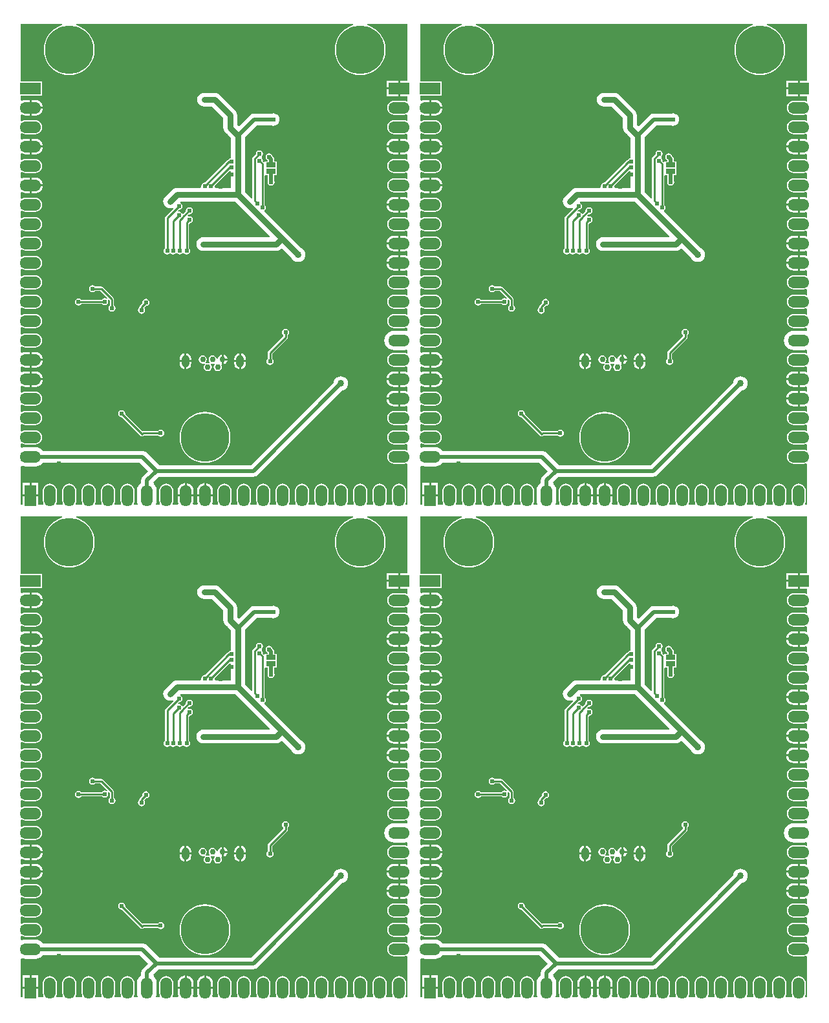
<source format=gbl>
G04 Layer_Physical_Order=2*
G04 Layer_Color=16711680*
%FSLAX25Y25*%
%MOIN*%
G70*
G01*
G75*
%ADD19C,0.02000*%
%ADD20C,0.01000*%
%ADD23C,0.03000*%
%ADD24C,0.25000*%
%ADD25R,0.11000X0.06000*%
%ADD26O,0.11000X0.06000*%
%ADD27R,0.06000X0.11000*%
%ADD28O,0.06000X0.11000*%
%ADD29C,0.02953*%
G04:AMPARAMS|DCode=30|XSize=39.37mil|YSize=62.99mil|CornerRadius=19.68mil|HoleSize=0mil|Usage=FLASHONLY|Rotation=0.000|XOffset=0mil|YOffset=0mil|HoleType=Round|Shape=RoundedRectangle|*
%AMROUNDEDRECTD30*
21,1,0.03937,0.02362,0,0,0.0*
21,1,0.00000,0.06299,0,0,0.0*
1,1,0.03937,0.00000,-0.01181*
1,1,0.03937,0.00000,-0.01181*
1,1,0.03937,0.00000,0.01181*
1,1,0.03937,0.00000,0.01181*
%
%ADD30ROUNDEDRECTD30*%
%ADD31C,0.02400*%
%ADD32C,0.03400*%
%ADD33R,0.05000X0.02500*%
G36*
X408674Y475800D02*
X404700D01*
Y471800D01*
Y467800D01*
X408674D01*
Y465528D01*
X408074Y465127D01*
X407640Y465307D01*
X406700Y465431D01*
X401700D01*
X400760Y465307D01*
X399885Y464945D01*
X399132Y464368D01*
X398555Y463616D01*
X398193Y462740D01*
X398069Y461800D01*
X398193Y460860D01*
X398555Y459984D01*
X399132Y459233D01*
X399885Y458655D01*
X400760Y458293D01*
X401700Y458169D01*
X406700D01*
X407640Y458293D01*
X408074Y458473D01*
X408674Y458072D01*
Y455528D01*
X408074Y455127D01*
X407640Y455307D01*
X406700Y455431D01*
X401700D01*
X400760Y455307D01*
X399885Y454945D01*
X399132Y454368D01*
X398555Y453616D01*
X398193Y452740D01*
X398069Y451800D01*
X398193Y450860D01*
X398555Y449985D01*
X399132Y449232D01*
X399885Y448655D01*
X400760Y448293D01*
X401700Y448169D01*
X406700D01*
X407640Y448293D01*
X408074Y448473D01*
X408674Y448072D01*
Y445852D01*
X408175Y445518D01*
X407744Y445697D01*
X406700Y445834D01*
X404700D01*
Y441800D01*
Y437766D01*
X406700D01*
X407744Y437903D01*
X408175Y438082D01*
X408674Y437748D01*
Y435528D01*
X408074Y435127D01*
X407640Y435307D01*
X406700Y435431D01*
X401700D01*
X400760Y435307D01*
X399885Y434945D01*
X399132Y434368D01*
X398555Y433615D01*
X398193Y432740D01*
X398069Y431800D01*
X398193Y430860D01*
X398555Y429985D01*
X399132Y429233D01*
X399885Y428655D01*
X400760Y428293D01*
X401700Y428169D01*
X406700D01*
X407640Y428293D01*
X408074Y428473D01*
X408674Y428072D01*
Y425528D01*
X408074Y425127D01*
X407640Y425307D01*
X406700Y425431D01*
X401700D01*
X400760Y425307D01*
X399885Y424945D01*
X399132Y424368D01*
X398555Y423616D01*
X398193Y422740D01*
X398069Y421800D01*
X398193Y420860D01*
X398555Y419984D01*
X399132Y419233D01*
X399885Y418655D01*
X400760Y418293D01*
X401700Y418169D01*
X406700D01*
X407640Y418293D01*
X408074Y418473D01*
X408674Y418072D01*
Y415852D01*
X408175Y415519D01*
X407744Y415697D01*
X406700Y415835D01*
X404700D01*
Y411800D01*
Y407765D01*
X406700D01*
X407744Y407903D01*
X408175Y408081D01*
X408674Y407748D01*
Y405528D01*
X408074Y405127D01*
X407640Y405307D01*
X406700Y405431D01*
X401700D01*
X400760Y405307D01*
X399885Y404945D01*
X399132Y404368D01*
X398555Y403616D01*
X398193Y402740D01*
X398069Y401800D01*
X398193Y400860D01*
X398555Y399985D01*
X399132Y399233D01*
X399885Y398655D01*
X400760Y398293D01*
X401700Y398169D01*
X406700D01*
X407640Y398293D01*
X408074Y398473D01*
X408674Y398072D01*
Y395852D01*
X408175Y395518D01*
X407744Y395697D01*
X406700Y395834D01*
X404700D01*
Y391800D01*
Y387766D01*
X406700D01*
X407744Y387903D01*
X408175Y388082D01*
X408674Y387748D01*
Y385852D01*
X408175Y385519D01*
X407744Y385697D01*
X406700Y385835D01*
X404700D01*
Y381800D01*
Y377765D01*
X406700D01*
X407744Y377903D01*
X408175Y378081D01*
X408674Y377748D01*
Y375528D01*
X408074Y375127D01*
X407640Y375307D01*
X406700Y375431D01*
X401700D01*
X400760Y375307D01*
X399885Y374945D01*
X399132Y374368D01*
X398555Y373616D01*
X398193Y372740D01*
X398069Y371800D01*
X398193Y370860D01*
X398555Y369985D01*
X399132Y369233D01*
X399885Y368655D01*
X400760Y368293D01*
X401700Y368169D01*
X406700D01*
X407640Y368293D01*
X408074Y368473D01*
X408674Y368072D01*
Y365528D01*
X408074Y365127D01*
X407640Y365307D01*
X406700Y365431D01*
X401700D01*
X400760Y365307D01*
X399885Y364945D01*
X399132Y364368D01*
X398555Y363615D01*
X398193Y362740D01*
X398069Y361800D01*
X398193Y360860D01*
X398555Y359984D01*
X399132Y359232D01*
X399885Y358655D01*
X400760Y358293D01*
X401700Y358169D01*
X406700D01*
X407640Y358293D01*
X408074Y358473D01*
X408674Y358072D01*
Y355528D01*
X408074Y355127D01*
X407640Y355307D01*
X406700Y355431D01*
X401700D01*
X400760Y355307D01*
X399885Y354945D01*
X399132Y354368D01*
X398555Y353615D01*
X398193Y352740D01*
X398069Y351800D01*
X398193Y350860D01*
X398555Y349985D01*
X399132Y349233D01*
X399885Y348655D01*
X400760Y348293D01*
X401700Y348169D01*
X406700D01*
X407640Y348293D01*
X408074Y348473D01*
X408674Y348072D01*
Y346934D01*
X408175Y346601D01*
X408005Y346671D01*
X406700Y346843D01*
X401700D01*
X400395Y346671D01*
X399178Y346167D01*
X398134Y345366D01*
X397333Y344322D01*
X396829Y343105D01*
X396657Y341800D01*
X396829Y340495D01*
X397333Y339278D01*
X398134Y338234D01*
X399178Y337433D01*
X400395Y336929D01*
X401700Y336757D01*
X406700D01*
X408005Y336929D01*
X408175Y336999D01*
X408674Y336666D01*
Y335528D01*
X408074Y335127D01*
X407640Y335307D01*
X406700Y335431D01*
X401700D01*
X400760Y335307D01*
X399885Y334945D01*
X399132Y334368D01*
X398555Y333615D01*
X398193Y332740D01*
X398069Y331800D01*
X398193Y330860D01*
X398555Y329984D01*
X399132Y329233D01*
X399885Y328655D01*
X400760Y328293D01*
X401700Y328169D01*
X406700D01*
X407640Y328293D01*
X408074Y328473D01*
X408674Y328072D01*
Y325852D01*
X408175Y325518D01*
X407744Y325697D01*
X406700Y325834D01*
X404700D01*
Y321800D01*
Y317765D01*
X406700D01*
X407744Y317903D01*
X408175Y318081D01*
X408674Y317748D01*
Y315852D01*
X408175Y315518D01*
X407744Y315697D01*
X406700Y315834D01*
X404700D01*
Y311800D01*
Y307766D01*
X406700D01*
X407744Y307903D01*
X408175Y308082D01*
X408674Y307748D01*
Y305528D01*
X408074Y305127D01*
X407640Y305307D01*
X406700Y305431D01*
X401700D01*
X400760Y305307D01*
X399885Y304945D01*
X399132Y304368D01*
X398555Y303615D01*
X398193Y302740D01*
X398069Y301800D01*
X398193Y300860D01*
X398555Y299985D01*
X399132Y299233D01*
X399885Y298655D01*
X400760Y298293D01*
X401700Y298169D01*
X406700D01*
X407640Y298293D01*
X408074Y298473D01*
X408674Y298072D01*
Y295528D01*
X408074Y295127D01*
X407640Y295307D01*
X406700Y295431D01*
X401700D01*
X400760Y295307D01*
X399885Y294945D01*
X399132Y294368D01*
X398555Y293616D01*
X398193Y292740D01*
X398069Y291800D01*
X398193Y290860D01*
X398555Y289984D01*
X399132Y289232D01*
X399885Y288655D01*
X400760Y288293D01*
X401700Y288169D01*
X406700D01*
X407640Y288293D01*
X408074Y288473D01*
X408674Y288072D01*
Y285528D01*
X408074Y285127D01*
X407640Y285307D01*
X406700Y285431D01*
X401700D01*
X400760Y285307D01*
X399885Y284945D01*
X399132Y284368D01*
X398555Y283615D01*
X398193Y282740D01*
X398069Y281800D01*
X398193Y280860D01*
X398555Y279984D01*
X399132Y279233D01*
X399885Y278655D01*
X400760Y278293D01*
X401700Y278169D01*
X406700D01*
X407640Y278293D01*
X408074Y278473D01*
X408674Y278072D01*
Y257026D01*
X407670D01*
X407403Y257626D01*
X407707Y258360D01*
X407831Y259300D01*
Y264300D01*
X407707Y265240D01*
X407345Y266115D01*
X406768Y266868D01*
X406015Y267445D01*
X405140Y267807D01*
X404200Y267931D01*
X403260Y267807D01*
X402385Y267445D01*
X401632Y266868D01*
X401055Y266115D01*
X400693Y265240D01*
X400569Y264300D01*
Y259300D01*
X400693Y258360D01*
X400997Y257626D01*
X400730Y257026D01*
X397670D01*
X397403Y257626D01*
X397707Y258360D01*
X397831Y259300D01*
Y264300D01*
X397707Y265240D01*
X397345Y266115D01*
X396767Y266868D01*
X396016Y267445D01*
X395140Y267807D01*
X394200Y267931D01*
X393260Y267807D01*
X392385Y267445D01*
X391633Y266868D01*
X391055Y266115D01*
X390693Y265240D01*
X390569Y264300D01*
Y259300D01*
X390693Y258360D01*
X390997Y257626D01*
X390730Y257026D01*
X387670D01*
X387403Y257626D01*
X387707Y258360D01*
X387831Y259300D01*
Y264300D01*
X387707Y265240D01*
X387345Y266115D01*
X386768Y266868D01*
X386016Y267445D01*
X385140Y267807D01*
X384200Y267931D01*
X383260Y267807D01*
X382384Y267445D01*
X381632Y266868D01*
X381055Y266115D01*
X380693Y265240D01*
X380569Y264300D01*
Y259300D01*
X380693Y258360D01*
X380997Y257626D01*
X380730Y257026D01*
X377670D01*
X377403Y257626D01*
X377707Y258360D01*
X377831Y259300D01*
Y264300D01*
X377707Y265240D01*
X377345Y266115D01*
X376767Y266868D01*
X376015Y267445D01*
X375140Y267807D01*
X374200Y267931D01*
X373260Y267807D01*
X372385Y267445D01*
X371633Y266868D01*
X371055Y266115D01*
X370693Y265240D01*
X370569Y264300D01*
Y259300D01*
X370693Y258360D01*
X370997Y257626D01*
X370730Y257026D01*
X367670D01*
X367403Y257626D01*
X367707Y258360D01*
X367831Y259300D01*
Y264300D01*
X367707Y265240D01*
X367345Y266115D01*
X366768Y266868D01*
X366016Y267445D01*
X365140Y267807D01*
X364200Y267931D01*
X363260Y267807D01*
X362385Y267445D01*
X361632Y266868D01*
X361055Y266115D01*
X360693Y265240D01*
X360569Y264300D01*
Y259300D01*
X360693Y258360D01*
X360997Y257626D01*
X360730Y257026D01*
X357670D01*
X357403Y257626D01*
X357707Y258360D01*
X357831Y259300D01*
Y264300D01*
X357707Y265240D01*
X357345Y266115D01*
X356768Y266868D01*
X356015Y267445D01*
X355140Y267807D01*
X354200Y267931D01*
X353260Y267807D01*
X352384Y267445D01*
X351632Y266868D01*
X351055Y266115D01*
X350693Y265240D01*
X350569Y264300D01*
Y259300D01*
X350693Y258360D01*
X350997Y257626D01*
X350730Y257026D01*
X347670D01*
X347403Y257626D01*
X347707Y258360D01*
X347831Y259300D01*
Y264300D01*
X347707Y265240D01*
X347345Y266115D01*
X346767Y266868D01*
X346016Y267445D01*
X345140Y267807D01*
X344200Y267931D01*
X343260Y267807D01*
X342385Y267445D01*
X341633Y266868D01*
X341055Y266115D01*
X340693Y265240D01*
X340569Y264300D01*
Y259300D01*
X340693Y258360D01*
X340997Y257626D01*
X340730Y257026D01*
X337670D01*
X337403Y257626D01*
X337707Y258360D01*
X337831Y259300D01*
Y264300D01*
X337707Y265240D01*
X337345Y266115D01*
X336768Y266868D01*
X336016Y267445D01*
X335140Y267807D01*
X334200Y267931D01*
X333260Y267807D01*
X332384Y267445D01*
X331632Y266868D01*
X331055Y266115D01*
X330693Y265240D01*
X330569Y264300D01*
Y259300D01*
X330693Y258360D01*
X330997Y257626D01*
X330730Y257026D01*
X327670D01*
X327403Y257626D01*
X327707Y258360D01*
X327831Y259300D01*
Y264300D01*
X327707Y265240D01*
X327345Y266115D01*
X326767Y266868D01*
X326015Y267445D01*
X325140Y267807D01*
X324200Y267931D01*
X323260Y267807D01*
X322385Y267445D01*
X321633Y266868D01*
X321055Y266115D01*
X320693Y265240D01*
X320569Y264300D01*
Y259300D01*
X320693Y258360D01*
X320997Y257626D01*
X320730Y257026D01*
X317670D01*
X317403Y257626D01*
X317707Y258360D01*
X317831Y259300D01*
Y264300D01*
X317707Y265240D01*
X317345Y266115D01*
X316768Y266868D01*
X316016Y267445D01*
X315140Y267807D01*
X314200Y267931D01*
X313260Y267807D01*
X312385Y267445D01*
X311632Y266868D01*
X311055Y266115D01*
X310693Y265240D01*
X310569Y264300D01*
Y259300D01*
X310693Y258360D01*
X310997Y257626D01*
X310730Y257026D01*
X308221D01*
X307836Y257626D01*
X308097Y258256D01*
X308235Y259300D01*
Y261300D01*
X304200D01*
X300166D01*
Y259300D01*
X300303Y258256D01*
X300564Y257626D01*
X300179Y257026D01*
X298221D01*
X297836Y257626D01*
X298097Y258256D01*
X298235Y259300D01*
Y261300D01*
X294200D01*
X290165D01*
Y259300D01*
X290303Y258256D01*
X290564Y257626D01*
X290179Y257026D01*
X287670D01*
X287403Y257626D01*
X287707Y258360D01*
X287831Y259300D01*
Y264300D01*
X287707Y265240D01*
X287345Y266115D01*
X286768Y266868D01*
X286016Y267445D01*
X285140Y267807D01*
X284200Y267931D01*
X283260Y267807D01*
X282384Y267445D01*
X281632Y266868D01*
X281055Y266115D01*
X280693Y265240D01*
X280569Y264300D01*
Y259300D01*
X280693Y258360D01*
X280997Y257626D01*
X280730Y257026D01*
X279210D01*
X278877Y257525D01*
X279071Y257995D01*
X279243Y259300D01*
Y264300D01*
X279071Y265605D01*
X278568Y266822D01*
X277766Y267866D01*
X277713Y267907D01*
X277666Y268687D01*
X280453Y271474D01*
X329100D01*
X329883Y271577D01*
X330613Y271880D01*
X331240Y272360D01*
X374830Y315951D01*
X375166Y315995D01*
X376066Y316368D01*
X376839Y316961D01*
X377432Y317734D01*
X377805Y318634D01*
X377932Y319600D01*
X377805Y320566D01*
X377432Y321466D01*
X376839Y322239D01*
X376066Y322832D01*
X375166Y323205D01*
X374200Y323332D01*
X373234Y323205D01*
X372334Y322832D01*
X371561Y322239D01*
X370968Y321466D01*
X370595Y320566D01*
X370551Y320230D01*
X327847Y277526D01*
X280453D01*
X274040Y283940D01*
X273413Y284420D01*
X272683Y284723D01*
X271900Y284826D01*
X220680D01*
X220266Y285366D01*
X219222Y286168D01*
X218005Y286671D01*
X216700Y286843D01*
X211700D01*
X210395Y286671D01*
X209725Y286394D01*
X209226Y286727D01*
Y288482D01*
X209764Y288748D01*
X209885Y288655D01*
X210760Y288293D01*
X211700Y288169D01*
X216700D01*
X217640Y288293D01*
X218515Y288655D01*
X219268Y289232D01*
X219845Y289984D01*
X220207Y290860D01*
X220331Y291800D01*
X220207Y292740D01*
X219845Y293616D01*
X219268Y294368D01*
X218515Y294945D01*
X217640Y295307D01*
X216700Y295431D01*
X211700D01*
X210760Y295307D01*
X209885Y294945D01*
X209764Y294852D01*
X209226Y295117D01*
Y298482D01*
X209764Y298748D01*
X209885Y298655D01*
X210760Y298293D01*
X211700Y298169D01*
X216700D01*
X217640Y298293D01*
X218515Y298655D01*
X219268Y299233D01*
X219845Y299985D01*
X220207Y300860D01*
X220331Y301800D01*
X220207Y302740D01*
X219845Y303615D01*
X219268Y304368D01*
X218515Y304945D01*
X217640Y305307D01*
X216700Y305431D01*
X211700D01*
X210760Y305307D01*
X209885Y304945D01*
X209764Y304852D01*
X209226Y305118D01*
Y308483D01*
X209764Y308748D01*
X209885Y308655D01*
X210760Y308293D01*
X211700Y308169D01*
X216700D01*
X217640Y308293D01*
X218515Y308655D01*
X219268Y309232D01*
X219845Y309984D01*
X220207Y310860D01*
X220331Y311800D01*
X220207Y312740D01*
X219845Y313615D01*
X219268Y314368D01*
X218515Y314945D01*
X217640Y315307D01*
X216700Y315431D01*
X211700D01*
X210760Y315307D01*
X209885Y314945D01*
X209764Y314852D01*
X209226Y315118D01*
Y317979D01*
X209826Y318247D01*
X210656Y317903D01*
X211700Y317765D01*
X213700D01*
Y321800D01*
Y325834D01*
X211700D01*
X210656Y325697D01*
X209826Y325353D01*
X209226Y325621D01*
Y327979D01*
X209826Y328247D01*
X210656Y327903D01*
X211700Y327765D01*
X213700D01*
Y331800D01*
Y335835D01*
X211700D01*
X210656Y335697D01*
X209826Y335353D01*
X209226Y335621D01*
Y338482D01*
X209764Y338748D01*
X209885Y338655D01*
X210760Y338293D01*
X211700Y338169D01*
X216700D01*
X217640Y338293D01*
X218515Y338655D01*
X219268Y339232D01*
X219845Y339984D01*
X220207Y340860D01*
X220331Y341800D01*
X220207Y342740D01*
X219845Y343616D01*
X219268Y344368D01*
X218515Y344945D01*
X217640Y345307D01*
X216700Y345431D01*
X211700D01*
X210760Y345307D01*
X209885Y344945D01*
X209764Y344852D01*
X209226Y345117D01*
Y348482D01*
X209764Y348748D01*
X209885Y348655D01*
X210760Y348293D01*
X211700Y348169D01*
X216700D01*
X217640Y348293D01*
X218515Y348655D01*
X219268Y349233D01*
X219845Y349985D01*
X220207Y350860D01*
X220331Y351800D01*
X220207Y352740D01*
X219845Y353615D01*
X219268Y354368D01*
X218515Y354945D01*
X217640Y355307D01*
X216700Y355431D01*
X211700D01*
X210760Y355307D01*
X209885Y354945D01*
X209764Y354852D01*
X209226Y355118D01*
Y358483D01*
X209764Y358748D01*
X209885Y358655D01*
X210760Y358293D01*
X211700Y358169D01*
X216700D01*
X217640Y358293D01*
X218515Y358655D01*
X219268Y359232D01*
X219845Y359984D01*
X220207Y360860D01*
X220331Y361800D01*
X220207Y362740D01*
X219845Y363615D01*
X219268Y364368D01*
X218515Y364945D01*
X217640Y365307D01*
X216700Y365431D01*
X211700D01*
X210760Y365307D01*
X209885Y364945D01*
X209764Y364852D01*
X209226Y365118D01*
Y368482D01*
X209764Y368748D01*
X209885Y368655D01*
X210760Y368293D01*
X211700Y368169D01*
X216700D01*
X217640Y368293D01*
X218515Y368655D01*
X219268Y369233D01*
X219845Y369985D01*
X220207Y370860D01*
X220331Y371800D01*
X220207Y372740D01*
X219845Y373616D01*
X219268Y374368D01*
X218515Y374945D01*
X217640Y375307D01*
X216700Y375431D01*
X211700D01*
X210760Y375307D01*
X209885Y374945D01*
X209764Y374852D01*
X209226Y375117D01*
Y378483D01*
X209764Y378748D01*
X209885Y378655D01*
X210760Y378293D01*
X211700Y378169D01*
X216700D01*
X217640Y378293D01*
X218515Y378655D01*
X219268Y379233D01*
X219845Y379984D01*
X220207Y380860D01*
X220331Y381800D01*
X220207Y382740D01*
X219845Y383615D01*
X219268Y384368D01*
X218515Y384945D01*
X217640Y385307D01*
X216700Y385431D01*
X211700D01*
X210760Y385307D01*
X209885Y384945D01*
X209764Y384852D01*
X209226Y385118D01*
Y388482D01*
X209764Y388748D01*
X209885Y388655D01*
X210760Y388293D01*
X211700Y388169D01*
X216700D01*
X217640Y388293D01*
X218515Y388655D01*
X219268Y389232D01*
X219845Y389984D01*
X220207Y390860D01*
X220331Y391800D01*
X220207Y392740D01*
X219845Y393616D01*
X219268Y394368D01*
X218515Y394945D01*
X217640Y395307D01*
X216700Y395431D01*
X211700D01*
X210760Y395307D01*
X209885Y394945D01*
X209764Y394852D01*
X209226Y395117D01*
Y398482D01*
X209764Y398748D01*
X209885Y398655D01*
X210760Y398293D01*
X211700Y398169D01*
X216700D01*
X217640Y398293D01*
X218515Y398655D01*
X219268Y399233D01*
X219845Y399985D01*
X220207Y400860D01*
X220331Y401800D01*
X220207Y402740D01*
X219845Y403616D01*
X219268Y404368D01*
X218515Y404945D01*
X217640Y405307D01*
X216700Y405431D01*
X211700D01*
X210760Y405307D01*
X209885Y404945D01*
X209764Y404852D01*
X209226Y405118D01*
Y408483D01*
X209764Y408748D01*
X209885Y408655D01*
X210760Y408293D01*
X211700Y408169D01*
X216700D01*
X217640Y408293D01*
X218515Y408655D01*
X219268Y409233D01*
X219845Y409984D01*
X220207Y410860D01*
X220331Y411800D01*
X220207Y412740D01*
X219845Y413616D01*
X219268Y414368D01*
X218515Y414945D01*
X217640Y415307D01*
X216700Y415431D01*
X211700D01*
X210760Y415307D01*
X209885Y414945D01*
X209764Y414852D01*
X209226Y415118D01*
Y417979D01*
X209826Y418247D01*
X210656Y417903D01*
X211700Y417766D01*
X213700D01*
Y421800D01*
Y425835D01*
X211700D01*
X210656Y425697D01*
X209826Y425353D01*
X209226Y425621D01*
Y428482D01*
X209764Y428748D01*
X209885Y428655D01*
X210760Y428293D01*
X211700Y428169D01*
X216700D01*
X217640Y428293D01*
X218515Y428655D01*
X219268Y429233D01*
X219845Y429985D01*
X220207Y430860D01*
X220331Y431800D01*
X220207Y432740D01*
X219845Y433615D01*
X219268Y434368D01*
X218515Y434945D01*
X217640Y435307D01*
X216700Y435431D01*
X211700D01*
X210760Y435307D01*
X209885Y434945D01*
X209764Y434852D01*
X209226Y435117D01*
Y437979D01*
X209826Y438247D01*
X210656Y437903D01*
X211700Y437766D01*
X213700D01*
Y441800D01*
Y445834D01*
X211700D01*
X210656Y445697D01*
X209826Y445353D01*
X209226Y445621D01*
Y448483D01*
X209764Y448748D01*
X209885Y448655D01*
X210760Y448293D01*
X211700Y448169D01*
X216700D01*
X217640Y448293D01*
X218515Y448655D01*
X219268Y449232D01*
X219845Y449985D01*
X220207Y450860D01*
X220331Y451800D01*
X220207Y452740D01*
X219845Y453616D01*
X219268Y454368D01*
X218515Y454945D01*
X217640Y455307D01*
X216700Y455431D01*
X211700D01*
X210760Y455307D01*
X209885Y454945D01*
X209764Y454852D01*
X209226Y455118D01*
Y457979D01*
X209826Y458247D01*
X210656Y457903D01*
X211700Y457765D01*
X213700D01*
Y461800D01*
Y465835D01*
X211700D01*
X210656Y465697D01*
X209826Y465353D01*
X209226Y465621D01*
Y468200D01*
X220300D01*
Y475400D01*
X209226D01*
Y504974D01*
X230388D01*
X230459Y504374D01*
X230139Y504297D01*
X228234Y503508D01*
X226476Y502431D01*
X224908Y501092D01*
X223569Y499524D01*
X222492Y497766D01*
X221703Y495861D01*
X221221Y493856D01*
X221059Y491800D01*
X221221Y489744D01*
X221703Y487739D01*
X222492Y485834D01*
X223569Y484076D01*
X224908Y482508D01*
X226476Y481169D01*
X228234Y480092D01*
X230139Y479303D01*
X232144Y478821D01*
X234200Y478659D01*
X236256Y478821D01*
X238261Y479303D01*
X240166Y480092D01*
X241924Y481169D01*
X243492Y482508D01*
X244831Y484076D01*
X245908Y485834D01*
X246697Y487739D01*
X247179Y489744D01*
X247340Y491800D01*
X247179Y493856D01*
X246697Y495861D01*
X245908Y497766D01*
X244831Y499524D01*
X243492Y501092D01*
X241924Y502431D01*
X240166Y503508D01*
X238261Y504297D01*
X237941Y504374D01*
X238012Y504974D01*
X380388D01*
X380459Y504374D01*
X380139Y504297D01*
X378234Y503508D01*
X376476Y502431D01*
X374908Y501092D01*
X373569Y499524D01*
X372492Y497766D01*
X371703Y495861D01*
X371221Y493856D01*
X371059Y491800D01*
X371221Y489744D01*
X371703Y487739D01*
X372492Y485834D01*
X373569Y484076D01*
X374908Y482508D01*
X376476Y481169D01*
X378234Y480092D01*
X380139Y479303D01*
X382144Y478821D01*
X384200Y478659D01*
X386256Y478821D01*
X388261Y479303D01*
X390166Y480092D01*
X391924Y481169D01*
X393492Y482508D01*
X394831Y484076D01*
X395908Y485834D01*
X396697Y487739D01*
X397179Y489744D01*
X397340Y491800D01*
X397179Y493856D01*
X396697Y495861D01*
X395908Y497766D01*
X394831Y499524D01*
X393492Y501092D01*
X391924Y502431D01*
X390166Y503508D01*
X388261Y504297D01*
X387941Y504374D01*
X388012Y504974D01*
X408674D01*
Y475800D01*
D02*
G37*
G36*
X202674D02*
X198700D01*
Y471800D01*
Y467800D01*
X202674D01*
Y465528D01*
X202074Y465127D01*
X201640Y465307D01*
X200700Y465431D01*
X195700D01*
X194760Y465307D01*
X193885Y464945D01*
X193132Y464368D01*
X192555Y463616D01*
X192193Y462740D01*
X192069Y461800D01*
X192193Y460860D01*
X192555Y459984D01*
X193132Y459233D01*
X193885Y458655D01*
X194760Y458293D01*
X195700Y458169D01*
X200700D01*
X201640Y458293D01*
X202074Y458473D01*
X202674Y458072D01*
Y455528D01*
X202074Y455127D01*
X201640Y455307D01*
X200700Y455431D01*
X195700D01*
X194760Y455307D01*
X193885Y454945D01*
X193132Y454368D01*
X192555Y453616D01*
X192193Y452740D01*
X192069Y451800D01*
X192193Y450860D01*
X192555Y449985D01*
X193132Y449232D01*
X193885Y448655D01*
X194760Y448293D01*
X195700Y448169D01*
X200700D01*
X201640Y448293D01*
X202074Y448473D01*
X202674Y448072D01*
Y445852D01*
X202175Y445518D01*
X201744Y445697D01*
X200700Y445834D01*
X198700D01*
Y441800D01*
Y437766D01*
X200700D01*
X201744Y437903D01*
X202175Y438082D01*
X202674Y437748D01*
Y435528D01*
X202074Y435127D01*
X201640Y435307D01*
X200700Y435431D01*
X195700D01*
X194760Y435307D01*
X193885Y434945D01*
X193132Y434368D01*
X192555Y433615D01*
X192193Y432740D01*
X192069Y431800D01*
X192193Y430860D01*
X192555Y429985D01*
X193132Y429233D01*
X193885Y428655D01*
X194760Y428293D01*
X195700Y428169D01*
X200700D01*
X201640Y428293D01*
X202074Y428473D01*
X202674Y428072D01*
Y425528D01*
X202074Y425127D01*
X201640Y425307D01*
X200700Y425431D01*
X195700D01*
X194760Y425307D01*
X193885Y424945D01*
X193132Y424368D01*
X192555Y423616D01*
X192193Y422740D01*
X192069Y421800D01*
X192193Y420860D01*
X192555Y419984D01*
X193132Y419233D01*
X193885Y418655D01*
X194760Y418293D01*
X195700Y418169D01*
X200700D01*
X201640Y418293D01*
X202074Y418473D01*
X202674Y418072D01*
Y415852D01*
X202175Y415519D01*
X201744Y415697D01*
X200700Y415835D01*
X198700D01*
Y411800D01*
Y407765D01*
X200700D01*
X201744Y407903D01*
X202175Y408081D01*
X202674Y407748D01*
Y405528D01*
X202074Y405127D01*
X201640Y405307D01*
X200700Y405431D01*
X195700D01*
X194760Y405307D01*
X193885Y404945D01*
X193132Y404368D01*
X192555Y403616D01*
X192193Y402740D01*
X192069Y401800D01*
X192193Y400860D01*
X192555Y399985D01*
X193132Y399233D01*
X193885Y398655D01*
X194760Y398293D01*
X195700Y398169D01*
X200700D01*
X201640Y398293D01*
X202074Y398473D01*
X202674Y398072D01*
Y395852D01*
X202175Y395518D01*
X201744Y395697D01*
X200700Y395834D01*
X198700D01*
Y391800D01*
Y387766D01*
X200700D01*
X201744Y387903D01*
X202175Y388082D01*
X202674Y387748D01*
Y385852D01*
X202175Y385519D01*
X201744Y385697D01*
X200700Y385835D01*
X198700D01*
Y381800D01*
Y377765D01*
X200700D01*
X201744Y377903D01*
X202175Y378081D01*
X202674Y377748D01*
Y375528D01*
X202074Y375127D01*
X201640Y375307D01*
X200700Y375431D01*
X195700D01*
X194760Y375307D01*
X193885Y374945D01*
X193132Y374368D01*
X192555Y373616D01*
X192193Y372740D01*
X192069Y371800D01*
X192193Y370860D01*
X192555Y369985D01*
X193132Y369233D01*
X193885Y368655D01*
X194760Y368293D01*
X195700Y368169D01*
X200700D01*
X201640Y368293D01*
X202074Y368473D01*
X202674Y368072D01*
Y365528D01*
X202074Y365127D01*
X201640Y365307D01*
X200700Y365431D01*
X195700D01*
X194760Y365307D01*
X193885Y364945D01*
X193132Y364368D01*
X192555Y363615D01*
X192193Y362740D01*
X192069Y361800D01*
X192193Y360860D01*
X192555Y359984D01*
X193132Y359232D01*
X193885Y358655D01*
X194760Y358293D01*
X195700Y358169D01*
X200700D01*
X201640Y358293D01*
X202074Y358473D01*
X202674Y358072D01*
Y355528D01*
X202074Y355127D01*
X201640Y355307D01*
X200700Y355431D01*
X195700D01*
X194760Y355307D01*
X193885Y354945D01*
X193132Y354368D01*
X192555Y353615D01*
X192193Y352740D01*
X192069Y351800D01*
X192193Y350860D01*
X192555Y349985D01*
X193132Y349233D01*
X193885Y348655D01*
X194760Y348293D01*
X195700Y348169D01*
X200700D01*
X201640Y348293D01*
X202074Y348473D01*
X202674Y348072D01*
Y346934D01*
X202175Y346601D01*
X202005Y346671D01*
X200700Y346843D01*
X195700D01*
X194395Y346671D01*
X193178Y346167D01*
X192134Y345366D01*
X191332Y344322D01*
X190829Y343105D01*
X190657Y341800D01*
X190829Y340495D01*
X191332Y339278D01*
X192134Y338234D01*
X193178Y337433D01*
X194395Y336929D01*
X195700Y336757D01*
X200700D01*
X202005Y336929D01*
X202175Y336999D01*
X202674Y336666D01*
Y335528D01*
X202074Y335127D01*
X201640Y335307D01*
X200700Y335431D01*
X195700D01*
X194760Y335307D01*
X193885Y334945D01*
X193132Y334368D01*
X192555Y333615D01*
X192193Y332740D01*
X192069Y331800D01*
X192193Y330860D01*
X192555Y329984D01*
X193132Y329233D01*
X193885Y328655D01*
X194760Y328293D01*
X195700Y328169D01*
X200700D01*
X201640Y328293D01*
X202074Y328473D01*
X202674Y328072D01*
Y325852D01*
X202175Y325518D01*
X201744Y325697D01*
X200700Y325834D01*
X198700D01*
Y321800D01*
Y317765D01*
X200700D01*
X201744Y317903D01*
X202175Y318081D01*
X202674Y317748D01*
Y315852D01*
X202175Y315518D01*
X201744Y315697D01*
X200700Y315834D01*
X198700D01*
Y311800D01*
Y307766D01*
X200700D01*
X201744Y307903D01*
X202175Y308082D01*
X202674Y307748D01*
Y305528D01*
X202074Y305127D01*
X201640Y305307D01*
X200700Y305431D01*
X195700D01*
X194760Y305307D01*
X193885Y304945D01*
X193132Y304368D01*
X192555Y303615D01*
X192193Y302740D01*
X192069Y301800D01*
X192193Y300860D01*
X192555Y299985D01*
X193132Y299233D01*
X193885Y298655D01*
X194760Y298293D01*
X195700Y298169D01*
X200700D01*
X201640Y298293D01*
X202074Y298473D01*
X202674Y298072D01*
Y295528D01*
X202074Y295127D01*
X201640Y295307D01*
X200700Y295431D01*
X195700D01*
X194760Y295307D01*
X193885Y294945D01*
X193132Y294368D01*
X192555Y293616D01*
X192193Y292740D01*
X192069Y291800D01*
X192193Y290860D01*
X192555Y289984D01*
X193132Y289232D01*
X193885Y288655D01*
X194760Y288293D01*
X195700Y288169D01*
X200700D01*
X201640Y288293D01*
X202074Y288473D01*
X202674Y288072D01*
Y285528D01*
X202074Y285127D01*
X201640Y285307D01*
X200700Y285431D01*
X195700D01*
X194760Y285307D01*
X193885Y284945D01*
X193132Y284368D01*
X192555Y283615D01*
X192193Y282740D01*
X192069Y281800D01*
X192193Y280860D01*
X192555Y279984D01*
X193132Y279233D01*
X193885Y278655D01*
X194760Y278293D01*
X195700Y278169D01*
X200700D01*
X201640Y278293D01*
X202074Y278473D01*
X202674Y278072D01*
Y257026D01*
X201670D01*
X201403Y257626D01*
X201707Y258360D01*
X201831Y259300D01*
Y264300D01*
X201707Y265240D01*
X201345Y266115D01*
X200768Y266868D01*
X200015Y267445D01*
X199140Y267807D01*
X198200Y267931D01*
X197260Y267807D01*
X196385Y267445D01*
X195632Y266868D01*
X195055Y266115D01*
X194693Y265240D01*
X194569Y264300D01*
Y259300D01*
X194693Y258360D01*
X194997Y257626D01*
X194730Y257026D01*
X191670D01*
X191403Y257626D01*
X191707Y258360D01*
X191831Y259300D01*
Y264300D01*
X191707Y265240D01*
X191345Y266115D01*
X190768Y266868D01*
X190015Y267445D01*
X189140Y267807D01*
X188200Y267931D01*
X187260Y267807D01*
X186384Y267445D01*
X185632Y266868D01*
X185055Y266115D01*
X184693Y265240D01*
X184569Y264300D01*
Y259300D01*
X184693Y258360D01*
X184997Y257626D01*
X184730Y257026D01*
X181670D01*
X181403Y257626D01*
X181707Y258360D01*
X181831Y259300D01*
Y264300D01*
X181707Y265240D01*
X181345Y266115D01*
X180768Y266868D01*
X180016Y267445D01*
X179140Y267807D01*
X178200Y267931D01*
X177260Y267807D01*
X176384Y267445D01*
X175632Y266868D01*
X175055Y266115D01*
X174693Y265240D01*
X174569Y264300D01*
Y259300D01*
X174693Y258360D01*
X174997Y257626D01*
X174730Y257026D01*
X171670D01*
X171403Y257626D01*
X171707Y258360D01*
X171831Y259300D01*
Y264300D01*
X171707Y265240D01*
X171345Y266115D01*
X170768Y266868D01*
X170016Y267445D01*
X169140Y267807D01*
X168200Y267931D01*
X167260Y267807D01*
X166384Y267445D01*
X165632Y266868D01*
X165055Y266115D01*
X164693Y265240D01*
X164569Y264300D01*
Y259300D01*
X164693Y258360D01*
X164997Y257626D01*
X164730Y257026D01*
X161670D01*
X161403Y257626D01*
X161707Y258360D01*
X161831Y259300D01*
Y264300D01*
X161707Y265240D01*
X161345Y266115D01*
X160768Y266868D01*
X160015Y267445D01*
X159140Y267807D01*
X158200Y267931D01*
X157260Y267807D01*
X156385Y267445D01*
X155632Y266868D01*
X155055Y266115D01*
X154693Y265240D01*
X154569Y264300D01*
Y259300D01*
X154693Y258360D01*
X154997Y257626D01*
X154730Y257026D01*
X151670D01*
X151403Y257626D01*
X151707Y258360D01*
X151831Y259300D01*
Y264300D01*
X151707Y265240D01*
X151345Y266115D01*
X150768Y266868D01*
X150015Y267445D01*
X149140Y267807D01*
X148200Y267931D01*
X147260Y267807D01*
X146385Y267445D01*
X145632Y266868D01*
X145055Y266115D01*
X144693Y265240D01*
X144569Y264300D01*
Y259300D01*
X144693Y258360D01*
X144997Y257626D01*
X144730Y257026D01*
X141670D01*
X141403Y257626D01*
X141707Y258360D01*
X141831Y259300D01*
Y264300D01*
X141707Y265240D01*
X141345Y266115D01*
X140768Y266868D01*
X140015Y267445D01*
X139140Y267807D01*
X138200Y267931D01*
X137260Y267807D01*
X136384Y267445D01*
X135632Y266868D01*
X135055Y266115D01*
X134693Y265240D01*
X134569Y264300D01*
Y259300D01*
X134693Y258360D01*
X134997Y257626D01*
X134730Y257026D01*
X131670D01*
X131403Y257626D01*
X131707Y258360D01*
X131831Y259300D01*
Y264300D01*
X131707Y265240D01*
X131345Y266115D01*
X130768Y266868D01*
X130016Y267445D01*
X129140Y267807D01*
X128200Y267931D01*
X127260Y267807D01*
X126384Y267445D01*
X125632Y266868D01*
X125055Y266115D01*
X124693Y265240D01*
X124569Y264300D01*
Y259300D01*
X124693Y258360D01*
X124997Y257626D01*
X124730Y257026D01*
X121670D01*
X121403Y257626D01*
X121707Y258360D01*
X121831Y259300D01*
Y264300D01*
X121707Y265240D01*
X121345Y266115D01*
X120768Y266868D01*
X120016Y267445D01*
X119140Y267807D01*
X118200Y267931D01*
X117260Y267807D01*
X116384Y267445D01*
X115632Y266868D01*
X115055Y266115D01*
X114693Y265240D01*
X114569Y264300D01*
Y259300D01*
X114693Y258360D01*
X114997Y257626D01*
X114730Y257026D01*
X111670D01*
X111403Y257626D01*
X111707Y258360D01*
X111831Y259300D01*
Y264300D01*
X111707Y265240D01*
X111345Y266115D01*
X110768Y266868D01*
X110015Y267445D01*
X109140Y267807D01*
X108200Y267931D01*
X107260Y267807D01*
X106385Y267445D01*
X105632Y266868D01*
X105055Y266115D01*
X104693Y265240D01*
X104569Y264300D01*
Y259300D01*
X104693Y258360D01*
X104997Y257626D01*
X104730Y257026D01*
X102221D01*
X101836Y257626D01*
X102097Y258256D01*
X102234Y259300D01*
Y261300D01*
X98200D01*
X94165D01*
Y259300D01*
X94303Y258256D01*
X94564Y257626D01*
X94179Y257026D01*
X92221D01*
X91836Y257626D01*
X92097Y258256D01*
X92234Y259300D01*
Y261300D01*
X88200D01*
X84166D01*
Y259300D01*
X84303Y258256D01*
X84564Y257626D01*
X84179Y257026D01*
X81670D01*
X81403Y257626D01*
X81707Y258360D01*
X81831Y259300D01*
Y264300D01*
X81707Y265240D01*
X81345Y266115D01*
X80768Y266868D01*
X80015Y267445D01*
X79140Y267807D01*
X78200Y267931D01*
X77260Y267807D01*
X76385Y267445D01*
X75632Y266868D01*
X75055Y266115D01*
X74693Y265240D01*
X74569Y264300D01*
Y259300D01*
X74693Y258360D01*
X74997Y257626D01*
X74730Y257026D01*
X73210D01*
X72877Y257525D01*
X73071Y257995D01*
X73243Y259300D01*
Y264300D01*
X73071Y265605D01*
X72567Y266822D01*
X71766Y267866D01*
X71713Y267907D01*
X71666Y268687D01*
X74453Y271474D01*
X123100D01*
X123883Y271577D01*
X124613Y271880D01*
X125240Y272360D01*
X168830Y315951D01*
X169166Y315995D01*
X170066Y316368D01*
X170839Y316961D01*
X171432Y317734D01*
X171805Y318634D01*
X171932Y319600D01*
X171805Y320566D01*
X171432Y321466D01*
X170839Y322239D01*
X170066Y322832D01*
X169166Y323205D01*
X168200Y323332D01*
X167234Y323205D01*
X166334Y322832D01*
X165561Y322239D01*
X164968Y321466D01*
X164595Y320566D01*
X164551Y320230D01*
X121847Y277526D01*
X74453D01*
X68040Y283940D01*
X67413Y284420D01*
X66683Y284723D01*
X65900Y284826D01*
X14681D01*
X14266Y285366D01*
X13222Y286168D01*
X12005Y286671D01*
X10700Y286843D01*
X5700D01*
X4395Y286671D01*
X3725Y286394D01*
X3226Y286727D01*
Y288482D01*
X3764Y288748D01*
X3884Y288655D01*
X4760Y288293D01*
X5700Y288169D01*
X10700D01*
X11640Y288293D01*
X12516Y288655D01*
X13268Y289232D01*
X13845Y289984D01*
X14207Y290860D01*
X14331Y291800D01*
X14207Y292740D01*
X13845Y293616D01*
X13268Y294368D01*
X12516Y294945D01*
X11640Y295307D01*
X10700Y295431D01*
X5700D01*
X4760Y295307D01*
X3884Y294945D01*
X3764Y294852D01*
X3226Y295117D01*
Y298482D01*
X3764Y298748D01*
X3884Y298655D01*
X4760Y298293D01*
X5700Y298169D01*
X10700D01*
X11640Y298293D01*
X12516Y298655D01*
X13268Y299233D01*
X13845Y299985D01*
X14207Y300860D01*
X14331Y301800D01*
X14207Y302740D01*
X13845Y303615D01*
X13268Y304368D01*
X12516Y304945D01*
X11640Y305307D01*
X10700Y305431D01*
X5700D01*
X4760Y305307D01*
X3884Y304945D01*
X3764Y304852D01*
X3226Y305118D01*
Y308483D01*
X3764Y308748D01*
X3884Y308655D01*
X4760Y308293D01*
X5700Y308169D01*
X10700D01*
X11640Y308293D01*
X12516Y308655D01*
X13268Y309232D01*
X13845Y309984D01*
X14207Y310860D01*
X14331Y311800D01*
X14207Y312740D01*
X13845Y313615D01*
X13268Y314368D01*
X12516Y314945D01*
X11640Y315307D01*
X10700Y315431D01*
X5700D01*
X4760Y315307D01*
X3884Y314945D01*
X3764Y314852D01*
X3226Y315118D01*
Y317979D01*
X3826Y318247D01*
X4656Y317903D01*
X5700Y317765D01*
X7700D01*
Y321800D01*
Y325834D01*
X5700D01*
X4656Y325697D01*
X3826Y325353D01*
X3226Y325621D01*
Y327979D01*
X3826Y328247D01*
X4656Y327903D01*
X5700Y327765D01*
X7700D01*
Y331800D01*
Y335835D01*
X5700D01*
X4656Y335697D01*
X3826Y335353D01*
X3226Y335621D01*
Y338482D01*
X3764Y338748D01*
X3884Y338655D01*
X4760Y338293D01*
X5700Y338169D01*
X10700D01*
X11640Y338293D01*
X12516Y338655D01*
X13268Y339232D01*
X13845Y339984D01*
X14207Y340860D01*
X14331Y341800D01*
X14207Y342740D01*
X13845Y343616D01*
X13268Y344368D01*
X12516Y344945D01*
X11640Y345307D01*
X10700Y345431D01*
X5700D01*
X4760Y345307D01*
X3884Y344945D01*
X3764Y344852D01*
X3226Y345117D01*
Y348482D01*
X3764Y348748D01*
X3884Y348655D01*
X4760Y348293D01*
X5700Y348169D01*
X10700D01*
X11640Y348293D01*
X12516Y348655D01*
X13268Y349233D01*
X13845Y349985D01*
X14207Y350860D01*
X14331Y351800D01*
X14207Y352740D01*
X13845Y353615D01*
X13268Y354368D01*
X12516Y354945D01*
X11640Y355307D01*
X10700Y355431D01*
X5700D01*
X4760Y355307D01*
X3884Y354945D01*
X3764Y354852D01*
X3226Y355118D01*
Y358483D01*
X3764Y358748D01*
X3884Y358655D01*
X4760Y358293D01*
X5700Y358169D01*
X10700D01*
X11640Y358293D01*
X12516Y358655D01*
X13268Y359232D01*
X13845Y359984D01*
X14207Y360860D01*
X14331Y361800D01*
X14207Y362740D01*
X13845Y363615D01*
X13268Y364368D01*
X12516Y364945D01*
X11640Y365307D01*
X10700Y365431D01*
X5700D01*
X4760Y365307D01*
X3884Y364945D01*
X3764Y364852D01*
X3226Y365118D01*
Y368482D01*
X3764Y368748D01*
X3884Y368655D01*
X4760Y368293D01*
X5700Y368169D01*
X10700D01*
X11640Y368293D01*
X12516Y368655D01*
X13268Y369233D01*
X13845Y369985D01*
X14207Y370860D01*
X14331Y371800D01*
X14207Y372740D01*
X13845Y373616D01*
X13268Y374368D01*
X12516Y374945D01*
X11640Y375307D01*
X10700Y375431D01*
X5700D01*
X4760Y375307D01*
X3884Y374945D01*
X3764Y374852D01*
X3226Y375117D01*
Y378483D01*
X3764Y378748D01*
X3884Y378655D01*
X4760Y378293D01*
X5700Y378169D01*
X10700D01*
X11640Y378293D01*
X12516Y378655D01*
X13268Y379233D01*
X13845Y379984D01*
X14207Y380860D01*
X14331Y381800D01*
X14207Y382740D01*
X13845Y383615D01*
X13268Y384368D01*
X12516Y384945D01*
X11640Y385307D01*
X10700Y385431D01*
X5700D01*
X4760Y385307D01*
X3884Y384945D01*
X3764Y384852D01*
X3226Y385118D01*
Y388482D01*
X3764Y388748D01*
X3884Y388655D01*
X4760Y388293D01*
X5700Y388169D01*
X10700D01*
X11640Y388293D01*
X12516Y388655D01*
X13268Y389232D01*
X13845Y389984D01*
X14207Y390860D01*
X14331Y391800D01*
X14207Y392740D01*
X13845Y393616D01*
X13268Y394368D01*
X12516Y394945D01*
X11640Y395307D01*
X10700Y395431D01*
X5700D01*
X4760Y395307D01*
X3884Y394945D01*
X3764Y394852D01*
X3226Y395117D01*
Y398482D01*
X3764Y398748D01*
X3884Y398655D01*
X4760Y398293D01*
X5700Y398169D01*
X10700D01*
X11640Y398293D01*
X12516Y398655D01*
X13268Y399233D01*
X13845Y399985D01*
X14207Y400860D01*
X14331Y401800D01*
X14207Y402740D01*
X13845Y403616D01*
X13268Y404368D01*
X12516Y404945D01*
X11640Y405307D01*
X10700Y405431D01*
X5700D01*
X4760Y405307D01*
X3884Y404945D01*
X3764Y404852D01*
X3226Y405118D01*
Y408483D01*
X3764Y408748D01*
X3884Y408655D01*
X4760Y408293D01*
X5700Y408169D01*
X10700D01*
X11640Y408293D01*
X12516Y408655D01*
X13268Y409233D01*
X13845Y409984D01*
X14207Y410860D01*
X14331Y411800D01*
X14207Y412740D01*
X13845Y413616D01*
X13268Y414368D01*
X12516Y414945D01*
X11640Y415307D01*
X10700Y415431D01*
X5700D01*
X4760Y415307D01*
X3884Y414945D01*
X3764Y414852D01*
X3226Y415118D01*
Y417979D01*
X3826Y418247D01*
X4656Y417903D01*
X5700Y417766D01*
X7700D01*
Y421800D01*
Y425835D01*
X5700D01*
X4656Y425697D01*
X3826Y425353D01*
X3226Y425621D01*
Y428482D01*
X3764Y428748D01*
X3884Y428655D01*
X4760Y428293D01*
X5700Y428169D01*
X10700D01*
X11640Y428293D01*
X12516Y428655D01*
X13268Y429233D01*
X13845Y429985D01*
X14207Y430860D01*
X14331Y431800D01*
X14207Y432740D01*
X13845Y433615D01*
X13268Y434368D01*
X12516Y434945D01*
X11640Y435307D01*
X10700Y435431D01*
X5700D01*
X4760Y435307D01*
X3884Y434945D01*
X3764Y434852D01*
X3226Y435117D01*
Y437979D01*
X3826Y438247D01*
X4656Y437903D01*
X5700Y437766D01*
X7700D01*
Y441800D01*
Y445834D01*
X5700D01*
X4656Y445697D01*
X3826Y445353D01*
X3226Y445621D01*
Y448483D01*
X3764Y448748D01*
X3884Y448655D01*
X4760Y448293D01*
X5700Y448169D01*
X10700D01*
X11640Y448293D01*
X12516Y448655D01*
X13268Y449232D01*
X13845Y449985D01*
X14207Y450860D01*
X14331Y451800D01*
X14207Y452740D01*
X13845Y453616D01*
X13268Y454368D01*
X12516Y454945D01*
X11640Y455307D01*
X10700Y455431D01*
X5700D01*
X4760Y455307D01*
X3884Y454945D01*
X3764Y454852D01*
X3226Y455118D01*
Y457979D01*
X3826Y458247D01*
X4656Y457903D01*
X5700Y457765D01*
X7700D01*
Y461800D01*
Y465835D01*
X5700D01*
X4656Y465697D01*
X3826Y465353D01*
X3226Y465621D01*
Y468200D01*
X14300D01*
Y475400D01*
X3226D01*
Y504974D01*
X24388D01*
X24459Y504374D01*
X24139Y504297D01*
X22234Y503508D01*
X20476Y502431D01*
X18908Y501092D01*
X17569Y499524D01*
X16492Y497766D01*
X15703Y495861D01*
X15221Y493856D01*
X15059Y491800D01*
X15221Y489744D01*
X15703Y487739D01*
X16492Y485834D01*
X17569Y484076D01*
X18908Y482508D01*
X20476Y481169D01*
X22234Y480092D01*
X24139Y479303D01*
X26144Y478821D01*
X28200Y478659D01*
X30256Y478821D01*
X32261Y479303D01*
X34166Y480092D01*
X35924Y481169D01*
X37492Y482508D01*
X38831Y484076D01*
X39908Y485834D01*
X40697Y487739D01*
X41179Y489744D01*
X41341Y491800D01*
X41179Y493856D01*
X40697Y495861D01*
X39908Y497766D01*
X38831Y499524D01*
X37492Y501092D01*
X35924Y502431D01*
X34166Y503508D01*
X32261Y504297D01*
X31941Y504374D01*
X32012Y504974D01*
X174388D01*
X174459Y504374D01*
X174139Y504297D01*
X172234Y503508D01*
X170476Y502431D01*
X168908Y501092D01*
X167569Y499524D01*
X166492Y497766D01*
X165703Y495861D01*
X165221Y493856D01*
X165059Y491800D01*
X165221Y489744D01*
X165703Y487739D01*
X166492Y485834D01*
X167569Y484076D01*
X168908Y482508D01*
X170476Y481169D01*
X172234Y480092D01*
X174139Y479303D01*
X176144Y478821D01*
X178200Y478659D01*
X180256Y478821D01*
X182261Y479303D01*
X184166Y480092D01*
X185924Y481169D01*
X187492Y482508D01*
X188831Y484076D01*
X189908Y485834D01*
X190697Y487739D01*
X191179Y489744D01*
X191340Y491800D01*
X191179Y493856D01*
X190697Y495861D01*
X189908Y497766D01*
X188831Y499524D01*
X187492Y501092D01*
X185924Y502431D01*
X184166Y503508D01*
X182261Y504297D01*
X181941Y504374D01*
X182012Y504974D01*
X202674D01*
Y475800D01*
D02*
G37*
G36*
X274921Y274500D02*
X272160Y271740D01*
X271679Y271113D01*
X271377Y270383D01*
X271274Y269600D01*
Y268357D01*
X270634Y267866D01*
X269832Y266822D01*
X269329Y265605D01*
X269157Y264300D01*
Y259300D01*
X269329Y257995D01*
X269523Y257525D01*
X269190Y257026D01*
X267670D01*
X267403Y257626D01*
X267707Y258360D01*
X267831Y259300D01*
Y264300D01*
X267707Y265240D01*
X267345Y266115D01*
X266768Y266868D01*
X266016Y267445D01*
X265140Y267807D01*
X264200Y267931D01*
X263260Y267807D01*
X262385Y267445D01*
X261632Y266868D01*
X261055Y266115D01*
X260693Y265240D01*
X260569Y264300D01*
Y259300D01*
X260693Y258360D01*
X260997Y257626D01*
X260730Y257026D01*
X257670D01*
X257403Y257626D01*
X257707Y258360D01*
X257831Y259300D01*
Y264300D01*
X257707Y265240D01*
X257345Y266115D01*
X256768Y266868D01*
X256015Y267445D01*
X255140Y267807D01*
X254200Y267931D01*
X253260Y267807D01*
X252384Y267445D01*
X251632Y266868D01*
X251055Y266115D01*
X250693Y265240D01*
X250569Y264300D01*
Y259300D01*
X250693Y258360D01*
X250997Y257626D01*
X250730Y257026D01*
X247670D01*
X247403Y257626D01*
X247707Y258360D01*
X247831Y259300D01*
Y264300D01*
X247707Y265240D01*
X247345Y266115D01*
X246767Y266868D01*
X246016Y267445D01*
X245140Y267807D01*
X244200Y267931D01*
X243260Y267807D01*
X242385Y267445D01*
X241633Y266868D01*
X241055Y266115D01*
X240693Y265240D01*
X240569Y264300D01*
Y259300D01*
X240693Y258360D01*
X240997Y257626D01*
X240730Y257026D01*
X237670D01*
X237403Y257626D01*
X237707Y258360D01*
X237831Y259300D01*
Y264300D01*
X237707Y265240D01*
X237345Y266115D01*
X236768Y266868D01*
X236016Y267445D01*
X235140Y267807D01*
X234200Y267931D01*
X233260Y267807D01*
X232384Y267445D01*
X231632Y266868D01*
X231055Y266115D01*
X230693Y265240D01*
X230569Y264300D01*
Y259300D01*
X230693Y258360D01*
X230997Y257626D01*
X230730Y257026D01*
X227670D01*
X227403Y257626D01*
X227707Y258360D01*
X227831Y259300D01*
Y264300D01*
X227707Y265240D01*
X227345Y266115D01*
X226767Y266868D01*
X226015Y267445D01*
X225140Y267807D01*
X224200Y267931D01*
X223260Y267807D01*
X222385Y267445D01*
X221633Y266868D01*
X221055Y266115D01*
X220693Y265240D01*
X220569Y264300D01*
Y259300D01*
X220693Y258360D01*
X220997Y257626D01*
X220730Y257026D01*
X218200D01*
Y261300D01*
X214200D01*
X210200D01*
Y257026D01*
X209226D01*
Y276873D01*
X209725Y277206D01*
X210395Y276929D01*
X211700Y276757D01*
X216700D01*
X218005Y276929D01*
X219222Y277432D01*
X220266Y278234D01*
X220680Y278774D01*
X270647D01*
X274921Y274500D01*
D02*
G37*
G36*
X68921D02*
X66160Y271740D01*
X65680Y271113D01*
X65377Y270383D01*
X65274Y269600D01*
Y268357D01*
X64634Y267866D01*
X63832Y266822D01*
X63329Y265605D01*
X63157Y264300D01*
Y259300D01*
X63329Y257995D01*
X63523Y257525D01*
X63190Y257026D01*
X61670D01*
X61403Y257626D01*
X61707Y258360D01*
X61831Y259300D01*
Y264300D01*
X61707Y265240D01*
X61345Y266115D01*
X60768Y266868D01*
X60015Y267445D01*
X59140Y267807D01*
X58200Y267931D01*
X57260Y267807D01*
X56384Y267445D01*
X55632Y266868D01*
X55055Y266115D01*
X54693Y265240D01*
X54569Y264300D01*
Y259300D01*
X54693Y258360D01*
X54997Y257626D01*
X54730Y257026D01*
X51670D01*
X51403Y257626D01*
X51707Y258360D01*
X51831Y259300D01*
Y264300D01*
X51707Y265240D01*
X51345Y266115D01*
X50767Y266868D01*
X50015Y267445D01*
X49140Y267807D01*
X48200Y267931D01*
X47260Y267807D01*
X46385Y267445D01*
X45632Y266868D01*
X45055Y266115D01*
X44693Y265240D01*
X44569Y264300D01*
Y259300D01*
X44693Y258360D01*
X44997Y257626D01*
X44730Y257026D01*
X41670D01*
X41403Y257626D01*
X41707Y258360D01*
X41831Y259300D01*
Y264300D01*
X41707Y265240D01*
X41345Y266115D01*
X40767Y266868D01*
X40016Y267445D01*
X39140Y267807D01*
X38200Y267931D01*
X37260Y267807D01*
X36384Y267445D01*
X35633Y266868D01*
X35055Y266115D01*
X34693Y265240D01*
X34569Y264300D01*
Y259300D01*
X34693Y258360D01*
X34997Y257626D01*
X34730Y257026D01*
X31670D01*
X31403Y257626D01*
X31707Y258360D01*
X31831Y259300D01*
Y264300D01*
X31707Y265240D01*
X31345Y266115D01*
X30768Y266868D01*
X30016Y267445D01*
X29140Y267807D01*
X28200Y267931D01*
X27260Y267807D01*
X26384Y267445D01*
X25633Y266868D01*
X25055Y266115D01*
X24693Y265240D01*
X24569Y264300D01*
Y259300D01*
X24693Y258360D01*
X24997Y257626D01*
X24730Y257026D01*
X21670D01*
X21403Y257626D01*
X21707Y258360D01*
X21831Y259300D01*
Y264300D01*
X21707Y265240D01*
X21345Y266115D01*
X20767Y266868D01*
X20016Y267445D01*
X19140Y267807D01*
X18200Y267931D01*
X17260Y267807D01*
X16385Y267445D01*
X15632Y266868D01*
X15055Y266115D01*
X14693Y265240D01*
X14569Y264300D01*
Y259300D01*
X14693Y258360D01*
X14997Y257626D01*
X14730Y257026D01*
X12200D01*
Y261300D01*
X8200D01*
X4200D01*
Y257026D01*
X3226D01*
Y276873D01*
X3725Y277206D01*
X4395Y276929D01*
X5700Y276757D01*
X10700D01*
X12005Y276929D01*
X13222Y277432D01*
X14266Y278234D01*
X14681Y278774D01*
X64647D01*
X68921Y274500D01*
D02*
G37*
G36*
X408674Y221800D02*
X404700D01*
Y217800D01*
Y213800D01*
X408674D01*
Y211528D01*
X408074Y211127D01*
X407640Y211307D01*
X406700Y211431D01*
X401700D01*
X400760Y211307D01*
X399885Y210945D01*
X399132Y210368D01*
X398555Y209615D01*
X398193Y208740D01*
X398069Y207800D01*
X398193Y206860D01*
X398555Y205984D01*
X399132Y205233D01*
X399885Y204655D01*
X400760Y204293D01*
X401700Y204169D01*
X406700D01*
X407640Y204293D01*
X408074Y204473D01*
X408674Y204072D01*
Y201528D01*
X408074Y201127D01*
X407640Y201307D01*
X406700Y201431D01*
X401700D01*
X400760Y201307D01*
X399885Y200945D01*
X399132Y200368D01*
X398555Y199616D01*
X398193Y198740D01*
X398069Y197800D01*
X398193Y196860D01*
X398555Y195984D01*
X399132Y195232D01*
X399885Y194655D01*
X400760Y194293D01*
X401700Y194169D01*
X406700D01*
X407640Y194293D01*
X408074Y194473D01*
X408674Y194072D01*
Y191852D01*
X408175Y191518D01*
X407744Y191697D01*
X406700Y191834D01*
X404700D01*
Y187800D01*
Y183765D01*
X406700D01*
X407744Y183903D01*
X408175Y184081D01*
X408674Y183748D01*
Y181528D01*
X408074Y181127D01*
X407640Y181307D01*
X406700Y181431D01*
X401700D01*
X400760Y181307D01*
X399885Y180945D01*
X399132Y180368D01*
X398555Y179615D01*
X398193Y178740D01*
X398069Y177800D01*
X398193Y176860D01*
X398555Y175985D01*
X399132Y175233D01*
X399885Y174655D01*
X400760Y174293D01*
X401700Y174169D01*
X406700D01*
X407640Y174293D01*
X408074Y174473D01*
X408674Y174072D01*
Y171528D01*
X408074Y171127D01*
X407640Y171307D01*
X406700Y171431D01*
X401700D01*
X400760Y171307D01*
X399885Y170945D01*
X399132Y170368D01*
X398555Y169615D01*
X398193Y168740D01*
X398069Y167800D01*
X398193Y166860D01*
X398555Y165984D01*
X399132Y165233D01*
X399885Y164655D01*
X400760Y164293D01*
X401700Y164169D01*
X406700D01*
X407640Y164293D01*
X408074Y164473D01*
X408674Y164072D01*
Y161852D01*
X408175Y161519D01*
X407744Y161697D01*
X406700Y161835D01*
X404700D01*
Y157800D01*
Y153765D01*
X406700D01*
X407744Y153903D01*
X408175Y154081D01*
X408674Y153748D01*
Y151528D01*
X408074Y151127D01*
X407640Y151307D01*
X406700Y151431D01*
X401700D01*
X400760Y151307D01*
X399885Y150945D01*
X399132Y150368D01*
X398555Y149616D01*
X398193Y148740D01*
X398069Y147800D01*
X398193Y146860D01*
X398555Y145984D01*
X399132Y145232D01*
X399885Y144655D01*
X400760Y144293D01*
X401700Y144169D01*
X406700D01*
X407640Y144293D01*
X408074Y144473D01*
X408674Y144072D01*
Y141852D01*
X408175Y141518D01*
X407744Y141697D01*
X406700Y141834D01*
X404700D01*
Y137800D01*
Y133765D01*
X406700D01*
X407744Y133903D01*
X408175Y134081D01*
X408674Y133748D01*
Y131852D01*
X408175Y131518D01*
X407744Y131697D01*
X406700Y131834D01*
X404700D01*
Y127800D01*
Y123766D01*
X406700D01*
X407744Y123903D01*
X408175Y124082D01*
X408674Y123748D01*
Y121528D01*
X408074Y121127D01*
X407640Y121307D01*
X406700Y121431D01*
X401700D01*
X400760Y121307D01*
X399885Y120945D01*
X399132Y120368D01*
X398555Y119615D01*
X398193Y118740D01*
X398069Y117800D01*
X398193Y116860D01*
X398555Y115984D01*
X399132Y115233D01*
X399885Y114655D01*
X400760Y114293D01*
X401700Y114169D01*
X406700D01*
X407640Y114293D01*
X408074Y114473D01*
X408674Y114072D01*
Y111528D01*
X408074Y111127D01*
X407640Y111307D01*
X406700Y111431D01*
X401700D01*
X400760Y111307D01*
X399885Y110945D01*
X399132Y110368D01*
X398555Y109616D01*
X398193Y108740D01*
X398069Y107800D01*
X398193Y106860D01*
X398555Y105984D01*
X399132Y105233D01*
X399885Y104655D01*
X400760Y104293D01*
X401700Y104169D01*
X406700D01*
X407640Y104293D01*
X408074Y104473D01*
X408674Y104072D01*
Y101528D01*
X408074Y101127D01*
X407640Y101307D01*
X406700Y101431D01*
X401700D01*
X400760Y101307D01*
X399885Y100945D01*
X399132Y100368D01*
X398555Y99616D01*
X398193Y98740D01*
X398069Y97800D01*
X398193Y96860D01*
X398555Y95985D01*
X399132Y95232D01*
X399885Y94655D01*
X400760Y94293D01*
X401700Y94169D01*
X406700D01*
X407640Y94293D01*
X408074Y94473D01*
X408674Y94072D01*
Y92934D01*
X408175Y92601D01*
X408005Y92671D01*
X406700Y92843D01*
X401700D01*
X400395Y92671D01*
X399178Y92168D01*
X398134Y91366D01*
X397333Y90322D01*
X396829Y89105D01*
X396657Y87800D01*
X396829Y86495D01*
X397333Y85278D01*
X398134Y84234D01*
X399178Y83433D01*
X400395Y82929D01*
X401700Y82757D01*
X406700D01*
X408005Y82929D01*
X408175Y82999D01*
X408674Y82666D01*
Y81528D01*
X408074Y81127D01*
X407640Y81307D01*
X406700Y81431D01*
X401700D01*
X400760Y81307D01*
X399885Y80945D01*
X399132Y80368D01*
X398555Y79615D01*
X398193Y78740D01*
X398069Y77800D01*
X398193Y76860D01*
X398555Y75985D01*
X399132Y75232D01*
X399885Y74655D01*
X400760Y74293D01*
X401700Y74169D01*
X406700D01*
X407640Y74293D01*
X408074Y74473D01*
X408674Y74072D01*
Y71852D01*
X408175Y71518D01*
X407744Y71697D01*
X406700Y71834D01*
X404700D01*
Y67800D01*
Y63766D01*
X406700D01*
X407744Y63903D01*
X408175Y64082D01*
X408674Y63748D01*
Y61852D01*
X408175Y61519D01*
X407744Y61697D01*
X406700Y61835D01*
X404700D01*
Y57800D01*
Y53765D01*
X406700D01*
X407744Y53903D01*
X408175Y54081D01*
X408674Y53748D01*
Y51528D01*
X408074Y51127D01*
X407640Y51307D01*
X406700Y51431D01*
X401700D01*
X400760Y51307D01*
X399885Y50945D01*
X399132Y50368D01*
X398555Y49615D01*
X398193Y48740D01*
X398069Y47800D01*
X398193Y46860D01*
X398555Y45985D01*
X399132Y45232D01*
X399885Y44655D01*
X400760Y44293D01*
X401700Y44169D01*
X406700D01*
X407640Y44293D01*
X408074Y44473D01*
X408674Y44072D01*
Y41528D01*
X408074Y41127D01*
X407640Y41307D01*
X406700Y41431D01*
X401700D01*
X400760Y41307D01*
X399885Y40945D01*
X399132Y40368D01*
X398555Y39615D01*
X398193Y38740D01*
X398069Y37800D01*
X398193Y36860D01*
X398555Y35985D01*
X399132Y35232D01*
X399885Y34655D01*
X400760Y34293D01*
X401700Y34169D01*
X406700D01*
X407640Y34293D01*
X408074Y34473D01*
X408674Y34072D01*
Y31528D01*
X408074Y31127D01*
X407640Y31307D01*
X406700Y31431D01*
X401700D01*
X400760Y31307D01*
X399885Y30945D01*
X399132Y30368D01*
X398555Y29616D01*
X398193Y28740D01*
X398069Y27800D01*
X398193Y26860D01*
X398555Y25984D01*
X399132Y25232D01*
X399885Y24655D01*
X400760Y24293D01*
X401700Y24169D01*
X406700D01*
X407640Y24293D01*
X408074Y24473D01*
X408674Y24072D01*
Y3026D01*
X407670D01*
X407403Y3626D01*
X407707Y4360D01*
X407831Y5300D01*
Y10300D01*
X407707Y11240D01*
X407345Y12116D01*
X406768Y12868D01*
X406015Y13445D01*
X405140Y13807D01*
X404200Y13931D01*
X403260Y13807D01*
X402385Y13445D01*
X401632Y12868D01*
X401055Y12116D01*
X400693Y11240D01*
X400569Y10300D01*
Y5300D01*
X400693Y4360D01*
X400997Y3626D01*
X400730Y3026D01*
X397670D01*
X397403Y3626D01*
X397707Y4360D01*
X397831Y5300D01*
Y10300D01*
X397707Y11240D01*
X397345Y12116D01*
X396767Y12868D01*
X396016Y13445D01*
X395140Y13807D01*
X394200Y13931D01*
X393260Y13807D01*
X392385Y13445D01*
X391633Y12868D01*
X391055Y12116D01*
X390693Y11240D01*
X390569Y10300D01*
Y5300D01*
X390693Y4360D01*
X390997Y3626D01*
X390730Y3026D01*
X387670D01*
X387403Y3626D01*
X387707Y4360D01*
X387831Y5300D01*
Y10300D01*
X387707Y11240D01*
X387345Y12116D01*
X386768Y12868D01*
X386016Y13445D01*
X385140Y13807D01*
X384200Y13931D01*
X383260Y13807D01*
X382384Y13445D01*
X381632Y12868D01*
X381055Y12116D01*
X380693Y11240D01*
X380569Y10300D01*
Y5300D01*
X380693Y4360D01*
X380997Y3626D01*
X380730Y3026D01*
X377670D01*
X377403Y3626D01*
X377707Y4360D01*
X377831Y5300D01*
Y10300D01*
X377707Y11240D01*
X377345Y12116D01*
X376767Y12868D01*
X376015Y13445D01*
X375140Y13807D01*
X374200Y13931D01*
X373260Y13807D01*
X372385Y13445D01*
X371633Y12868D01*
X371055Y12116D01*
X370693Y11240D01*
X370569Y10300D01*
Y5300D01*
X370693Y4360D01*
X370997Y3626D01*
X370730Y3026D01*
X367670D01*
X367403Y3626D01*
X367707Y4360D01*
X367831Y5300D01*
Y10300D01*
X367707Y11240D01*
X367345Y12116D01*
X366768Y12868D01*
X366016Y13445D01*
X365140Y13807D01*
X364200Y13931D01*
X363260Y13807D01*
X362385Y13445D01*
X361632Y12868D01*
X361055Y12116D01*
X360693Y11240D01*
X360569Y10300D01*
Y5300D01*
X360693Y4360D01*
X360997Y3626D01*
X360730Y3026D01*
X357670D01*
X357403Y3626D01*
X357707Y4360D01*
X357831Y5300D01*
Y10300D01*
X357707Y11240D01*
X357345Y12116D01*
X356768Y12868D01*
X356015Y13445D01*
X355140Y13807D01*
X354200Y13931D01*
X353260Y13807D01*
X352384Y13445D01*
X351632Y12868D01*
X351055Y12116D01*
X350693Y11240D01*
X350569Y10300D01*
Y5300D01*
X350693Y4360D01*
X350997Y3626D01*
X350730Y3026D01*
X347670D01*
X347403Y3626D01*
X347707Y4360D01*
X347831Y5300D01*
Y10300D01*
X347707Y11240D01*
X347345Y12116D01*
X346767Y12868D01*
X346016Y13445D01*
X345140Y13807D01*
X344200Y13931D01*
X343260Y13807D01*
X342385Y13445D01*
X341633Y12868D01*
X341055Y12116D01*
X340693Y11240D01*
X340569Y10300D01*
Y5300D01*
X340693Y4360D01*
X340997Y3626D01*
X340730Y3026D01*
X337670D01*
X337403Y3626D01*
X337707Y4360D01*
X337831Y5300D01*
Y10300D01*
X337707Y11240D01*
X337345Y12116D01*
X336768Y12868D01*
X336016Y13445D01*
X335140Y13807D01*
X334200Y13931D01*
X333260Y13807D01*
X332384Y13445D01*
X331632Y12868D01*
X331055Y12116D01*
X330693Y11240D01*
X330569Y10300D01*
Y5300D01*
X330693Y4360D01*
X330997Y3626D01*
X330730Y3026D01*
X327670D01*
X327403Y3626D01*
X327707Y4360D01*
X327831Y5300D01*
Y10300D01*
X327707Y11240D01*
X327345Y12116D01*
X326767Y12868D01*
X326015Y13445D01*
X325140Y13807D01*
X324200Y13931D01*
X323260Y13807D01*
X322385Y13445D01*
X321633Y12868D01*
X321055Y12116D01*
X320693Y11240D01*
X320569Y10300D01*
Y5300D01*
X320693Y4360D01*
X320997Y3626D01*
X320730Y3026D01*
X317670D01*
X317403Y3626D01*
X317707Y4360D01*
X317831Y5300D01*
Y10300D01*
X317707Y11240D01*
X317345Y12116D01*
X316768Y12868D01*
X316016Y13445D01*
X315140Y13807D01*
X314200Y13931D01*
X313260Y13807D01*
X312385Y13445D01*
X311632Y12868D01*
X311055Y12116D01*
X310693Y11240D01*
X310569Y10300D01*
Y5300D01*
X310693Y4360D01*
X310997Y3626D01*
X310730Y3026D01*
X308221D01*
X307836Y3626D01*
X308097Y4256D01*
X308235Y5300D01*
Y7300D01*
X304200D01*
X300166D01*
Y5300D01*
X300303Y4256D01*
X300564Y3626D01*
X300179Y3026D01*
X298221D01*
X297836Y3626D01*
X298097Y4256D01*
X298235Y5300D01*
Y7300D01*
X294200D01*
X290165D01*
Y5300D01*
X290303Y4256D01*
X290564Y3626D01*
X290179Y3026D01*
X287670D01*
X287403Y3626D01*
X287707Y4360D01*
X287831Y5300D01*
Y10300D01*
X287707Y11240D01*
X287345Y12116D01*
X286768Y12868D01*
X286016Y13445D01*
X285140Y13807D01*
X284200Y13931D01*
X283260Y13807D01*
X282384Y13445D01*
X281632Y12868D01*
X281055Y12116D01*
X280693Y11240D01*
X280569Y10300D01*
Y5300D01*
X280693Y4360D01*
X280997Y3626D01*
X280730Y3026D01*
X279210D01*
X278877Y3525D01*
X279071Y3995D01*
X279243Y5300D01*
Y10300D01*
X279071Y11605D01*
X278568Y12822D01*
X277766Y13866D01*
X277713Y13907D01*
X277666Y14687D01*
X280453Y17474D01*
X329100D01*
X329883Y17577D01*
X330613Y17879D01*
X331240Y18360D01*
X374830Y61951D01*
X375166Y61995D01*
X376066Y62368D01*
X376839Y62961D01*
X377432Y63734D01*
X377805Y64634D01*
X377932Y65600D01*
X377805Y66566D01*
X377432Y67466D01*
X376839Y68239D01*
X376066Y68832D01*
X375166Y69205D01*
X374200Y69332D01*
X373234Y69205D01*
X372334Y68832D01*
X371561Y68239D01*
X370968Y67466D01*
X370595Y66566D01*
X370551Y66230D01*
X327847Y23526D01*
X280453D01*
X274040Y29940D01*
X273413Y30421D01*
X272683Y30723D01*
X271900Y30826D01*
X220680D01*
X220266Y31366D01*
X219222Y32168D01*
X218005Y32671D01*
X216700Y32843D01*
X211700D01*
X210395Y32671D01*
X209725Y32394D01*
X209226Y32727D01*
Y34482D01*
X209764Y34748D01*
X209885Y34655D01*
X210760Y34293D01*
X211700Y34169D01*
X216700D01*
X217640Y34293D01*
X218515Y34655D01*
X219268Y35232D01*
X219845Y35985D01*
X220207Y36860D01*
X220331Y37800D01*
X220207Y38740D01*
X219845Y39615D01*
X219268Y40368D01*
X218515Y40945D01*
X217640Y41307D01*
X216700Y41431D01*
X211700D01*
X210760Y41307D01*
X209885Y40945D01*
X209764Y40852D01*
X209226Y41118D01*
Y44482D01*
X209764Y44748D01*
X209885Y44655D01*
X210760Y44293D01*
X211700Y44169D01*
X216700D01*
X217640Y44293D01*
X218515Y44655D01*
X219268Y45232D01*
X219845Y45985D01*
X220207Y46860D01*
X220331Y47800D01*
X220207Y48740D01*
X219845Y49615D01*
X219268Y50368D01*
X218515Y50945D01*
X217640Y51307D01*
X216700Y51431D01*
X211700D01*
X210760Y51307D01*
X209885Y50945D01*
X209764Y50852D01*
X209226Y51117D01*
Y54483D01*
X209764Y54748D01*
X209885Y54655D01*
X210760Y54293D01*
X211700Y54169D01*
X216700D01*
X217640Y54293D01*
X218515Y54655D01*
X219268Y55233D01*
X219845Y55984D01*
X220207Y56860D01*
X220331Y57800D01*
X220207Y58740D01*
X219845Y59615D01*
X219268Y60368D01*
X218515Y60945D01*
X217640Y61307D01*
X216700Y61431D01*
X211700D01*
X210760Y61307D01*
X209885Y60945D01*
X209764Y60852D01*
X209226Y61118D01*
Y63979D01*
X209826Y64247D01*
X210656Y63903D01*
X211700Y63766D01*
X213700D01*
Y67800D01*
Y71834D01*
X211700D01*
X210656Y71697D01*
X209826Y71353D01*
X209226Y71621D01*
Y73979D01*
X209826Y74247D01*
X210656Y73903D01*
X211700Y73765D01*
X213700D01*
Y77800D01*
Y81835D01*
X211700D01*
X210656Y81697D01*
X209826Y81353D01*
X209226Y81621D01*
Y84483D01*
X209764Y84748D01*
X209885Y84655D01*
X210760Y84293D01*
X211700Y84169D01*
X216700D01*
X217640Y84293D01*
X218515Y84655D01*
X219268Y85233D01*
X219845Y85984D01*
X220207Y86860D01*
X220331Y87800D01*
X220207Y88740D01*
X219845Y89615D01*
X219268Y90368D01*
X218515Y90945D01*
X217640Y91307D01*
X216700Y91431D01*
X211700D01*
X210760Y91307D01*
X209885Y90945D01*
X209764Y90852D01*
X209226Y91118D01*
Y94482D01*
X209764Y94748D01*
X209885Y94655D01*
X210760Y94293D01*
X211700Y94169D01*
X216700D01*
X217640Y94293D01*
X218515Y94655D01*
X219268Y95232D01*
X219845Y95985D01*
X220207Y96860D01*
X220331Y97800D01*
X220207Y98740D01*
X219845Y99616D01*
X219268Y100368D01*
X218515Y100945D01*
X217640Y101307D01*
X216700Y101431D01*
X211700D01*
X210760Y101307D01*
X209885Y100945D01*
X209764Y100852D01*
X209226Y101118D01*
Y104482D01*
X209764Y104748D01*
X209885Y104655D01*
X210760Y104293D01*
X211700Y104169D01*
X216700D01*
X217640Y104293D01*
X218515Y104655D01*
X219268Y105233D01*
X219845Y105984D01*
X220207Y106860D01*
X220331Y107800D01*
X220207Y108740D01*
X219845Y109616D01*
X219268Y110368D01*
X218515Y110945D01*
X217640Y111307D01*
X216700Y111431D01*
X211700D01*
X210760Y111307D01*
X209885Y110945D01*
X209764Y110852D01*
X209226Y111117D01*
Y114482D01*
X209764Y114748D01*
X209885Y114655D01*
X210760Y114293D01*
X211700Y114169D01*
X216700D01*
X217640Y114293D01*
X218515Y114655D01*
X219268Y115233D01*
X219845Y115984D01*
X220207Y116860D01*
X220331Y117800D01*
X220207Y118740D01*
X219845Y119615D01*
X219268Y120368D01*
X218515Y120945D01*
X217640Y121307D01*
X216700Y121431D01*
X211700D01*
X210760Y121307D01*
X209885Y120945D01*
X209764Y120852D01*
X209226Y121117D01*
Y124483D01*
X209764Y124748D01*
X209885Y124655D01*
X210760Y124293D01*
X211700Y124169D01*
X216700D01*
X217640Y124293D01*
X218515Y124655D01*
X219268Y125233D01*
X219845Y125985D01*
X220207Y126860D01*
X220331Y127800D01*
X220207Y128740D01*
X219845Y129615D01*
X219268Y130368D01*
X218515Y130945D01*
X217640Y131307D01*
X216700Y131431D01*
X211700D01*
X210760Y131307D01*
X209885Y130945D01*
X209764Y130852D01*
X209226Y131117D01*
Y134483D01*
X209764Y134748D01*
X209885Y134655D01*
X210760Y134293D01*
X211700Y134169D01*
X216700D01*
X217640Y134293D01*
X218515Y134655D01*
X219268Y135232D01*
X219845Y135985D01*
X220207Y136860D01*
X220331Y137800D01*
X220207Y138740D01*
X219845Y139615D01*
X219268Y140368D01*
X218515Y140945D01*
X217640Y141307D01*
X216700Y141431D01*
X211700D01*
X210760Y141307D01*
X209885Y140945D01*
X209764Y140852D01*
X209226Y141118D01*
Y144483D01*
X209764Y144748D01*
X209885Y144655D01*
X210760Y144293D01*
X211700Y144169D01*
X216700D01*
X217640Y144293D01*
X218515Y144655D01*
X219268Y145232D01*
X219845Y145984D01*
X220207Y146860D01*
X220331Y147800D01*
X220207Y148740D01*
X219845Y149616D01*
X219268Y150368D01*
X218515Y150945D01*
X217640Y151307D01*
X216700Y151431D01*
X211700D01*
X210760Y151307D01*
X209885Y150945D01*
X209764Y150852D01*
X209226Y151118D01*
Y154482D01*
X209764Y154748D01*
X209885Y154655D01*
X210760Y154293D01*
X211700Y154169D01*
X216700D01*
X217640Y154293D01*
X218515Y154655D01*
X219268Y155233D01*
X219845Y155984D01*
X220207Y156860D01*
X220331Y157800D01*
X220207Y158740D01*
X219845Y159616D01*
X219268Y160368D01*
X218515Y160945D01*
X217640Y161307D01*
X216700Y161431D01*
X211700D01*
X210760Y161307D01*
X209885Y160945D01*
X209764Y160852D01*
X209226Y161117D01*
Y163979D01*
X209826Y164247D01*
X210656Y163903D01*
X211700Y163766D01*
X213700D01*
Y167800D01*
Y171835D01*
X211700D01*
X210656Y171697D01*
X209826Y171353D01*
X209226Y171621D01*
Y174483D01*
X209764Y174748D01*
X209885Y174655D01*
X210760Y174293D01*
X211700Y174169D01*
X216700D01*
X217640Y174293D01*
X218515Y174655D01*
X219268Y175233D01*
X219845Y175985D01*
X220207Y176860D01*
X220331Y177800D01*
X220207Y178740D01*
X219845Y179615D01*
X219268Y180368D01*
X218515Y180945D01*
X217640Y181307D01*
X216700Y181431D01*
X211700D01*
X210760Y181307D01*
X209885Y180945D01*
X209764Y180852D01*
X209226Y181117D01*
Y183979D01*
X209826Y184247D01*
X210656Y183903D01*
X211700Y183765D01*
X213700D01*
Y187800D01*
Y191834D01*
X211700D01*
X210656Y191697D01*
X209826Y191353D01*
X209226Y191621D01*
Y194483D01*
X209764Y194748D01*
X209885Y194655D01*
X210760Y194293D01*
X211700Y194169D01*
X216700D01*
X217640Y194293D01*
X218515Y194655D01*
X219268Y195232D01*
X219845Y195984D01*
X220207Y196860D01*
X220331Y197800D01*
X220207Y198740D01*
X219845Y199616D01*
X219268Y200368D01*
X218515Y200945D01*
X217640Y201307D01*
X216700Y201431D01*
X211700D01*
X210760Y201307D01*
X209885Y200945D01*
X209764Y200852D01*
X209226Y201117D01*
Y203979D01*
X209826Y204247D01*
X210656Y203903D01*
X211700Y203766D01*
X213700D01*
Y207800D01*
Y211835D01*
X211700D01*
X210656Y211697D01*
X209826Y211353D01*
X209226Y211621D01*
Y214200D01*
X220300D01*
Y221400D01*
X209226D01*
Y250974D01*
X230388D01*
X230459Y250374D01*
X230139Y250297D01*
X228234Y249508D01*
X226476Y248431D01*
X224908Y247092D01*
X223569Y245524D01*
X222492Y243766D01*
X221703Y241861D01*
X221221Y239856D01*
X221059Y237800D01*
X221221Y235744D01*
X221703Y233739D01*
X222492Y231834D01*
X223569Y230076D01*
X224908Y228508D01*
X226476Y227169D01*
X228234Y226092D01*
X230139Y225303D01*
X232144Y224821D01*
X234200Y224659D01*
X236256Y224821D01*
X238261Y225303D01*
X240166Y226092D01*
X241924Y227169D01*
X243492Y228508D01*
X244831Y230076D01*
X245908Y231834D01*
X246697Y233739D01*
X247179Y235744D01*
X247340Y237800D01*
X247179Y239856D01*
X246697Y241861D01*
X245908Y243766D01*
X244831Y245524D01*
X243492Y247092D01*
X241924Y248431D01*
X240166Y249508D01*
X238261Y250297D01*
X237941Y250374D01*
X238012Y250974D01*
X380388D01*
X380459Y250374D01*
X380139Y250297D01*
X378234Y249508D01*
X376476Y248431D01*
X374908Y247092D01*
X373569Y245524D01*
X372492Y243766D01*
X371703Y241861D01*
X371221Y239856D01*
X371059Y237800D01*
X371221Y235744D01*
X371703Y233739D01*
X372492Y231834D01*
X373569Y230076D01*
X374908Y228508D01*
X376476Y227169D01*
X378234Y226092D01*
X380139Y225303D01*
X382144Y224821D01*
X384200Y224659D01*
X386256Y224821D01*
X388261Y225303D01*
X390166Y226092D01*
X391924Y227169D01*
X393492Y228508D01*
X394831Y230076D01*
X395908Y231834D01*
X396697Y233739D01*
X397179Y235744D01*
X397340Y237800D01*
X397179Y239856D01*
X396697Y241861D01*
X395908Y243766D01*
X394831Y245524D01*
X393492Y247092D01*
X391924Y248431D01*
X390166Y249508D01*
X388261Y250297D01*
X387941Y250374D01*
X388012Y250974D01*
X408674D01*
Y221800D01*
D02*
G37*
G36*
X202674D02*
X198700D01*
Y217800D01*
Y213800D01*
X202674D01*
Y211528D01*
X202074Y211127D01*
X201640Y211307D01*
X200700Y211431D01*
X195700D01*
X194760Y211307D01*
X193885Y210945D01*
X193132Y210368D01*
X192555Y209615D01*
X192193Y208740D01*
X192069Y207800D01*
X192193Y206860D01*
X192555Y205984D01*
X193132Y205233D01*
X193885Y204655D01*
X194760Y204293D01*
X195700Y204169D01*
X200700D01*
X201640Y204293D01*
X202074Y204473D01*
X202674Y204072D01*
Y201528D01*
X202074Y201127D01*
X201640Y201307D01*
X200700Y201431D01*
X195700D01*
X194760Y201307D01*
X193885Y200945D01*
X193132Y200368D01*
X192555Y199616D01*
X192193Y198740D01*
X192069Y197800D01*
X192193Y196860D01*
X192555Y195984D01*
X193132Y195232D01*
X193885Y194655D01*
X194760Y194293D01*
X195700Y194169D01*
X200700D01*
X201640Y194293D01*
X202074Y194473D01*
X202674Y194072D01*
Y191852D01*
X202175Y191518D01*
X201744Y191697D01*
X200700Y191834D01*
X198700D01*
Y187800D01*
Y183765D01*
X200700D01*
X201744Y183903D01*
X202175Y184081D01*
X202674Y183748D01*
Y181528D01*
X202074Y181127D01*
X201640Y181307D01*
X200700Y181431D01*
X195700D01*
X194760Y181307D01*
X193885Y180945D01*
X193132Y180368D01*
X192555Y179615D01*
X192193Y178740D01*
X192069Y177800D01*
X192193Y176860D01*
X192555Y175985D01*
X193132Y175233D01*
X193885Y174655D01*
X194760Y174293D01*
X195700Y174169D01*
X200700D01*
X201640Y174293D01*
X202074Y174473D01*
X202674Y174072D01*
Y171528D01*
X202074Y171127D01*
X201640Y171307D01*
X200700Y171431D01*
X195700D01*
X194760Y171307D01*
X193885Y170945D01*
X193132Y170368D01*
X192555Y169615D01*
X192193Y168740D01*
X192069Y167800D01*
X192193Y166860D01*
X192555Y165984D01*
X193132Y165233D01*
X193885Y164655D01*
X194760Y164293D01*
X195700Y164169D01*
X200700D01*
X201640Y164293D01*
X202074Y164473D01*
X202674Y164072D01*
Y161852D01*
X202175Y161519D01*
X201744Y161697D01*
X200700Y161835D01*
X198700D01*
Y157800D01*
Y153765D01*
X200700D01*
X201744Y153903D01*
X202175Y154081D01*
X202674Y153748D01*
Y151528D01*
X202074Y151127D01*
X201640Y151307D01*
X200700Y151431D01*
X195700D01*
X194760Y151307D01*
X193885Y150945D01*
X193132Y150368D01*
X192555Y149616D01*
X192193Y148740D01*
X192069Y147800D01*
X192193Y146860D01*
X192555Y145984D01*
X193132Y145232D01*
X193885Y144655D01*
X194760Y144293D01*
X195700Y144169D01*
X200700D01*
X201640Y144293D01*
X202074Y144473D01*
X202674Y144072D01*
Y141852D01*
X202175Y141518D01*
X201744Y141697D01*
X200700Y141834D01*
X198700D01*
Y137800D01*
Y133765D01*
X200700D01*
X201744Y133903D01*
X202175Y134081D01*
X202674Y133748D01*
Y131852D01*
X202175Y131518D01*
X201744Y131697D01*
X200700Y131834D01*
X198700D01*
Y127800D01*
Y123766D01*
X200700D01*
X201744Y123903D01*
X202175Y124082D01*
X202674Y123748D01*
Y121528D01*
X202074Y121127D01*
X201640Y121307D01*
X200700Y121431D01*
X195700D01*
X194760Y121307D01*
X193885Y120945D01*
X193132Y120368D01*
X192555Y119615D01*
X192193Y118740D01*
X192069Y117800D01*
X192193Y116860D01*
X192555Y115984D01*
X193132Y115233D01*
X193885Y114655D01*
X194760Y114293D01*
X195700Y114169D01*
X200700D01*
X201640Y114293D01*
X202074Y114473D01*
X202674Y114072D01*
Y111528D01*
X202074Y111127D01*
X201640Y111307D01*
X200700Y111431D01*
X195700D01*
X194760Y111307D01*
X193885Y110945D01*
X193132Y110368D01*
X192555Y109616D01*
X192193Y108740D01*
X192069Y107800D01*
X192193Y106860D01*
X192555Y105984D01*
X193132Y105233D01*
X193885Y104655D01*
X194760Y104293D01*
X195700Y104169D01*
X200700D01*
X201640Y104293D01*
X202074Y104473D01*
X202674Y104072D01*
Y101528D01*
X202074Y101127D01*
X201640Y101307D01*
X200700Y101431D01*
X195700D01*
X194760Y101307D01*
X193885Y100945D01*
X193132Y100368D01*
X192555Y99616D01*
X192193Y98740D01*
X192069Y97800D01*
X192193Y96860D01*
X192555Y95985D01*
X193132Y95232D01*
X193885Y94655D01*
X194760Y94293D01*
X195700Y94169D01*
X200700D01*
X201640Y94293D01*
X202074Y94473D01*
X202674Y94072D01*
Y92934D01*
X202175Y92601D01*
X202005Y92671D01*
X200700Y92843D01*
X195700D01*
X194395Y92671D01*
X193178Y92168D01*
X192134Y91366D01*
X191332Y90322D01*
X190829Y89105D01*
X190657Y87800D01*
X190829Y86495D01*
X191332Y85278D01*
X192134Y84234D01*
X193178Y83433D01*
X194395Y82929D01*
X195700Y82757D01*
X200700D01*
X202005Y82929D01*
X202175Y82999D01*
X202674Y82666D01*
Y81528D01*
X202074Y81127D01*
X201640Y81307D01*
X200700Y81431D01*
X195700D01*
X194760Y81307D01*
X193885Y80945D01*
X193132Y80368D01*
X192555Y79615D01*
X192193Y78740D01*
X192069Y77800D01*
X192193Y76860D01*
X192555Y75985D01*
X193132Y75232D01*
X193885Y74655D01*
X194760Y74293D01*
X195700Y74169D01*
X200700D01*
X201640Y74293D01*
X202074Y74473D01*
X202674Y74072D01*
Y71852D01*
X202175Y71518D01*
X201744Y71697D01*
X200700Y71834D01*
X198700D01*
Y67800D01*
Y63766D01*
X200700D01*
X201744Y63903D01*
X202175Y64082D01*
X202674Y63748D01*
Y61852D01*
X202175Y61519D01*
X201744Y61697D01*
X200700Y61835D01*
X198700D01*
Y57800D01*
Y53765D01*
X200700D01*
X201744Y53903D01*
X202175Y54081D01*
X202674Y53748D01*
Y51528D01*
X202074Y51127D01*
X201640Y51307D01*
X200700Y51431D01*
X195700D01*
X194760Y51307D01*
X193885Y50945D01*
X193132Y50368D01*
X192555Y49615D01*
X192193Y48740D01*
X192069Y47800D01*
X192193Y46860D01*
X192555Y45985D01*
X193132Y45232D01*
X193885Y44655D01*
X194760Y44293D01*
X195700Y44169D01*
X200700D01*
X201640Y44293D01*
X202074Y44473D01*
X202674Y44072D01*
Y41528D01*
X202074Y41127D01*
X201640Y41307D01*
X200700Y41431D01*
X195700D01*
X194760Y41307D01*
X193885Y40945D01*
X193132Y40368D01*
X192555Y39615D01*
X192193Y38740D01*
X192069Y37800D01*
X192193Y36860D01*
X192555Y35985D01*
X193132Y35232D01*
X193885Y34655D01*
X194760Y34293D01*
X195700Y34169D01*
X200700D01*
X201640Y34293D01*
X202074Y34473D01*
X202674Y34072D01*
Y31528D01*
X202074Y31127D01*
X201640Y31307D01*
X200700Y31431D01*
X195700D01*
X194760Y31307D01*
X193885Y30945D01*
X193132Y30368D01*
X192555Y29616D01*
X192193Y28740D01*
X192069Y27800D01*
X192193Y26860D01*
X192555Y25984D01*
X193132Y25232D01*
X193885Y24655D01*
X194760Y24293D01*
X195700Y24169D01*
X200700D01*
X201640Y24293D01*
X202074Y24473D01*
X202674Y24072D01*
Y3026D01*
X201670D01*
X201403Y3626D01*
X201707Y4360D01*
X201831Y5300D01*
Y10300D01*
X201707Y11240D01*
X201345Y12116D01*
X200768Y12868D01*
X200015Y13445D01*
X199140Y13807D01*
X198200Y13931D01*
X197260Y13807D01*
X196385Y13445D01*
X195632Y12868D01*
X195055Y12116D01*
X194693Y11240D01*
X194569Y10300D01*
Y5300D01*
X194693Y4360D01*
X194997Y3626D01*
X194730Y3026D01*
X191670D01*
X191403Y3626D01*
X191707Y4360D01*
X191831Y5300D01*
Y10300D01*
X191707Y11240D01*
X191345Y12116D01*
X190768Y12868D01*
X190015Y13445D01*
X189140Y13807D01*
X188200Y13931D01*
X187260Y13807D01*
X186384Y13445D01*
X185632Y12868D01*
X185055Y12116D01*
X184693Y11240D01*
X184569Y10300D01*
Y5300D01*
X184693Y4360D01*
X184997Y3626D01*
X184730Y3026D01*
X181670D01*
X181403Y3626D01*
X181707Y4360D01*
X181831Y5300D01*
Y10300D01*
X181707Y11240D01*
X181345Y12116D01*
X180768Y12868D01*
X180016Y13445D01*
X179140Y13807D01*
X178200Y13931D01*
X177260Y13807D01*
X176384Y13445D01*
X175632Y12868D01*
X175055Y12116D01*
X174693Y11240D01*
X174569Y10300D01*
Y5300D01*
X174693Y4360D01*
X174997Y3626D01*
X174730Y3026D01*
X171670D01*
X171403Y3626D01*
X171707Y4360D01*
X171831Y5300D01*
Y10300D01*
X171707Y11240D01*
X171345Y12116D01*
X170768Y12868D01*
X170016Y13445D01*
X169140Y13807D01*
X168200Y13931D01*
X167260Y13807D01*
X166384Y13445D01*
X165632Y12868D01*
X165055Y12116D01*
X164693Y11240D01*
X164569Y10300D01*
Y5300D01*
X164693Y4360D01*
X164997Y3626D01*
X164730Y3026D01*
X161670D01*
X161403Y3626D01*
X161707Y4360D01*
X161831Y5300D01*
Y10300D01*
X161707Y11240D01*
X161345Y12116D01*
X160768Y12868D01*
X160015Y13445D01*
X159140Y13807D01*
X158200Y13931D01*
X157260Y13807D01*
X156385Y13445D01*
X155632Y12868D01*
X155055Y12116D01*
X154693Y11240D01*
X154569Y10300D01*
Y5300D01*
X154693Y4360D01*
X154997Y3626D01*
X154730Y3026D01*
X151670D01*
X151403Y3626D01*
X151707Y4360D01*
X151831Y5300D01*
Y10300D01*
X151707Y11240D01*
X151345Y12116D01*
X150768Y12868D01*
X150015Y13445D01*
X149140Y13807D01*
X148200Y13931D01*
X147260Y13807D01*
X146385Y13445D01*
X145632Y12868D01*
X145055Y12116D01*
X144693Y11240D01*
X144569Y10300D01*
Y5300D01*
X144693Y4360D01*
X144997Y3626D01*
X144730Y3026D01*
X141670D01*
X141403Y3626D01*
X141707Y4360D01*
X141831Y5300D01*
Y10300D01*
X141707Y11240D01*
X141345Y12116D01*
X140768Y12868D01*
X140015Y13445D01*
X139140Y13807D01*
X138200Y13931D01*
X137260Y13807D01*
X136384Y13445D01*
X135632Y12868D01*
X135055Y12116D01*
X134693Y11240D01*
X134569Y10300D01*
Y5300D01*
X134693Y4360D01*
X134997Y3626D01*
X134730Y3026D01*
X131670D01*
X131403Y3626D01*
X131707Y4360D01*
X131831Y5300D01*
Y10300D01*
X131707Y11240D01*
X131345Y12116D01*
X130768Y12868D01*
X130016Y13445D01*
X129140Y13807D01*
X128200Y13931D01*
X127260Y13807D01*
X126384Y13445D01*
X125632Y12868D01*
X125055Y12116D01*
X124693Y11240D01*
X124569Y10300D01*
Y5300D01*
X124693Y4360D01*
X124997Y3626D01*
X124730Y3026D01*
X121670D01*
X121403Y3626D01*
X121707Y4360D01*
X121831Y5300D01*
Y10300D01*
X121707Y11240D01*
X121345Y12116D01*
X120768Y12868D01*
X120016Y13445D01*
X119140Y13807D01*
X118200Y13931D01*
X117260Y13807D01*
X116384Y13445D01*
X115632Y12868D01*
X115055Y12116D01*
X114693Y11240D01*
X114569Y10300D01*
Y5300D01*
X114693Y4360D01*
X114997Y3626D01*
X114730Y3026D01*
X111670D01*
X111403Y3626D01*
X111707Y4360D01*
X111831Y5300D01*
Y10300D01*
X111707Y11240D01*
X111345Y12116D01*
X110768Y12868D01*
X110015Y13445D01*
X109140Y13807D01*
X108200Y13931D01*
X107260Y13807D01*
X106385Y13445D01*
X105632Y12868D01*
X105055Y12116D01*
X104693Y11240D01*
X104569Y10300D01*
Y5300D01*
X104693Y4360D01*
X104997Y3626D01*
X104730Y3026D01*
X102221D01*
X101836Y3626D01*
X102097Y4256D01*
X102234Y5300D01*
Y7300D01*
X98200D01*
X94165D01*
Y5300D01*
X94303Y4256D01*
X94564Y3626D01*
X94179Y3026D01*
X92221D01*
X91836Y3626D01*
X92097Y4256D01*
X92234Y5300D01*
Y7300D01*
X88200D01*
X84166D01*
Y5300D01*
X84303Y4256D01*
X84564Y3626D01*
X84179Y3026D01*
X81670D01*
X81403Y3626D01*
X81707Y4360D01*
X81831Y5300D01*
Y10300D01*
X81707Y11240D01*
X81345Y12116D01*
X80768Y12868D01*
X80015Y13445D01*
X79140Y13807D01*
X78200Y13931D01*
X77260Y13807D01*
X76385Y13445D01*
X75632Y12868D01*
X75055Y12116D01*
X74693Y11240D01*
X74569Y10300D01*
Y5300D01*
X74693Y4360D01*
X74997Y3626D01*
X74730Y3026D01*
X73210D01*
X72877Y3525D01*
X73071Y3995D01*
X73243Y5300D01*
Y10300D01*
X73071Y11605D01*
X72567Y12822D01*
X71766Y13866D01*
X71713Y13907D01*
X71666Y14687D01*
X74453Y17474D01*
X123100D01*
X123883Y17577D01*
X124613Y17879D01*
X125240Y18360D01*
X168830Y61951D01*
X169166Y61995D01*
X170066Y62368D01*
X170839Y62961D01*
X171432Y63734D01*
X171805Y64634D01*
X171932Y65600D01*
X171805Y66566D01*
X171432Y67466D01*
X170839Y68239D01*
X170066Y68832D01*
X169166Y69205D01*
X168200Y69332D01*
X167234Y69205D01*
X166334Y68832D01*
X165561Y68239D01*
X164968Y67466D01*
X164595Y66566D01*
X164551Y66230D01*
X121847Y23526D01*
X74453D01*
X68040Y29940D01*
X67413Y30421D01*
X66683Y30723D01*
X65900Y30826D01*
X14681D01*
X14266Y31366D01*
X13222Y32168D01*
X12005Y32671D01*
X10700Y32843D01*
X5700D01*
X4395Y32671D01*
X3725Y32394D01*
X3226Y32727D01*
Y34482D01*
X3764Y34748D01*
X3884Y34655D01*
X4760Y34293D01*
X5700Y34169D01*
X10700D01*
X11640Y34293D01*
X12516Y34655D01*
X13268Y35232D01*
X13845Y35985D01*
X14207Y36860D01*
X14331Y37800D01*
X14207Y38740D01*
X13845Y39615D01*
X13268Y40368D01*
X12516Y40945D01*
X11640Y41307D01*
X10700Y41431D01*
X5700D01*
X4760Y41307D01*
X3884Y40945D01*
X3764Y40852D01*
X3226Y41118D01*
Y44482D01*
X3764Y44748D01*
X3884Y44655D01*
X4760Y44293D01*
X5700Y44169D01*
X10700D01*
X11640Y44293D01*
X12516Y44655D01*
X13268Y45232D01*
X13845Y45985D01*
X14207Y46860D01*
X14331Y47800D01*
X14207Y48740D01*
X13845Y49615D01*
X13268Y50368D01*
X12516Y50945D01*
X11640Y51307D01*
X10700Y51431D01*
X5700D01*
X4760Y51307D01*
X3884Y50945D01*
X3764Y50852D01*
X3226Y51117D01*
Y54483D01*
X3764Y54748D01*
X3884Y54655D01*
X4760Y54293D01*
X5700Y54169D01*
X10700D01*
X11640Y54293D01*
X12516Y54655D01*
X13268Y55233D01*
X13845Y55984D01*
X14207Y56860D01*
X14331Y57800D01*
X14207Y58740D01*
X13845Y59615D01*
X13268Y60368D01*
X12516Y60945D01*
X11640Y61307D01*
X10700Y61431D01*
X5700D01*
X4760Y61307D01*
X3884Y60945D01*
X3764Y60852D01*
X3226Y61118D01*
Y63979D01*
X3826Y64247D01*
X4656Y63903D01*
X5700Y63766D01*
X7700D01*
Y67800D01*
Y71834D01*
X5700D01*
X4656Y71697D01*
X3826Y71353D01*
X3226Y71621D01*
Y73979D01*
X3826Y74247D01*
X4656Y73903D01*
X5700Y73765D01*
X7700D01*
Y77800D01*
Y81835D01*
X5700D01*
X4656Y81697D01*
X3826Y81353D01*
X3226Y81621D01*
Y84483D01*
X3764Y84748D01*
X3884Y84655D01*
X4760Y84293D01*
X5700Y84169D01*
X10700D01*
X11640Y84293D01*
X12516Y84655D01*
X13268Y85233D01*
X13845Y85984D01*
X14207Y86860D01*
X14331Y87800D01*
X14207Y88740D01*
X13845Y89615D01*
X13268Y90368D01*
X12516Y90945D01*
X11640Y91307D01*
X10700Y91431D01*
X5700D01*
X4760Y91307D01*
X3884Y90945D01*
X3764Y90852D01*
X3226Y91118D01*
Y94482D01*
X3764Y94748D01*
X3884Y94655D01*
X4760Y94293D01*
X5700Y94169D01*
X10700D01*
X11640Y94293D01*
X12516Y94655D01*
X13268Y95232D01*
X13845Y95985D01*
X14207Y96860D01*
X14331Y97800D01*
X14207Y98740D01*
X13845Y99616D01*
X13268Y100368D01*
X12516Y100945D01*
X11640Y101307D01*
X10700Y101431D01*
X5700D01*
X4760Y101307D01*
X3884Y100945D01*
X3764Y100852D01*
X3226Y101118D01*
Y104482D01*
X3764Y104748D01*
X3884Y104655D01*
X4760Y104293D01*
X5700Y104169D01*
X10700D01*
X11640Y104293D01*
X12516Y104655D01*
X13268Y105233D01*
X13845Y105984D01*
X14207Y106860D01*
X14331Y107800D01*
X14207Y108740D01*
X13845Y109616D01*
X13268Y110368D01*
X12516Y110945D01*
X11640Y111307D01*
X10700Y111431D01*
X5700D01*
X4760Y111307D01*
X3884Y110945D01*
X3764Y110852D01*
X3226Y111117D01*
Y114482D01*
X3764Y114748D01*
X3884Y114655D01*
X4760Y114293D01*
X5700Y114169D01*
X10700D01*
X11640Y114293D01*
X12516Y114655D01*
X13268Y115233D01*
X13845Y115984D01*
X14207Y116860D01*
X14331Y117800D01*
X14207Y118740D01*
X13845Y119615D01*
X13268Y120368D01*
X12516Y120945D01*
X11640Y121307D01*
X10700Y121431D01*
X5700D01*
X4760Y121307D01*
X3884Y120945D01*
X3764Y120852D01*
X3226Y121117D01*
Y124483D01*
X3764Y124748D01*
X3884Y124655D01*
X4760Y124293D01*
X5700Y124169D01*
X10700D01*
X11640Y124293D01*
X12516Y124655D01*
X13268Y125233D01*
X13845Y125985D01*
X14207Y126860D01*
X14331Y127800D01*
X14207Y128740D01*
X13845Y129615D01*
X13268Y130368D01*
X12516Y130945D01*
X11640Y131307D01*
X10700Y131431D01*
X5700D01*
X4760Y131307D01*
X3884Y130945D01*
X3764Y130852D01*
X3226Y131117D01*
Y134483D01*
X3764Y134748D01*
X3884Y134655D01*
X4760Y134293D01*
X5700Y134169D01*
X10700D01*
X11640Y134293D01*
X12516Y134655D01*
X13268Y135232D01*
X13845Y135985D01*
X14207Y136860D01*
X14331Y137800D01*
X14207Y138740D01*
X13845Y139615D01*
X13268Y140368D01*
X12516Y140945D01*
X11640Y141307D01*
X10700Y141431D01*
X5700D01*
X4760Y141307D01*
X3884Y140945D01*
X3764Y140852D01*
X3226Y141118D01*
Y144483D01*
X3764Y144748D01*
X3884Y144655D01*
X4760Y144293D01*
X5700Y144169D01*
X10700D01*
X11640Y144293D01*
X12516Y144655D01*
X13268Y145232D01*
X13845Y145984D01*
X14207Y146860D01*
X14331Y147800D01*
X14207Y148740D01*
X13845Y149616D01*
X13268Y150368D01*
X12516Y150945D01*
X11640Y151307D01*
X10700Y151431D01*
X5700D01*
X4760Y151307D01*
X3884Y150945D01*
X3764Y150852D01*
X3226Y151118D01*
Y154482D01*
X3764Y154748D01*
X3884Y154655D01*
X4760Y154293D01*
X5700Y154169D01*
X10700D01*
X11640Y154293D01*
X12516Y154655D01*
X13268Y155233D01*
X13845Y155984D01*
X14207Y156860D01*
X14331Y157800D01*
X14207Y158740D01*
X13845Y159616D01*
X13268Y160368D01*
X12516Y160945D01*
X11640Y161307D01*
X10700Y161431D01*
X5700D01*
X4760Y161307D01*
X3884Y160945D01*
X3764Y160852D01*
X3226Y161117D01*
Y163979D01*
X3826Y164247D01*
X4656Y163903D01*
X5700Y163766D01*
X7700D01*
Y167800D01*
Y171835D01*
X5700D01*
X4656Y171697D01*
X3826Y171353D01*
X3226Y171621D01*
Y174483D01*
X3764Y174748D01*
X3884Y174655D01*
X4760Y174293D01*
X5700Y174169D01*
X10700D01*
X11640Y174293D01*
X12516Y174655D01*
X13268Y175233D01*
X13845Y175985D01*
X14207Y176860D01*
X14331Y177800D01*
X14207Y178740D01*
X13845Y179615D01*
X13268Y180368D01*
X12516Y180945D01*
X11640Y181307D01*
X10700Y181431D01*
X5700D01*
X4760Y181307D01*
X3884Y180945D01*
X3764Y180852D01*
X3226Y181117D01*
Y183979D01*
X3826Y184247D01*
X4656Y183903D01*
X5700Y183765D01*
X7700D01*
Y187800D01*
Y191834D01*
X5700D01*
X4656Y191697D01*
X3826Y191353D01*
X3226Y191621D01*
Y194483D01*
X3764Y194748D01*
X3884Y194655D01*
X4760Y194293D01*
X5700Y194169D01*
X10700D01*
X11640Y194293D01*
X12516Y194655D01*
X13268Y195232D01*
X13845Y195984D01*
X14207Y196860D01*
X14331Y197800D01*
X14207Y198740D01*
X13845Y199616D01*
X13268Y200368D01*
X12516Y200945D01*
X11640Y201307D01*
X10700Y201431D01*
X5700D01*
X4760Y201307D01*
X3884Y200945D01*
X3764Y200852D01*
X3226Y201117D01*
Y203979D01*
X3826Y204247D01*
X4656Y203903D01*
X5700Y203766D01*
X7700D01*
Y207800D01*
Y211835D01*
X5700D01*
X4656Y211697D01*
X3826Y211353D01*
X3226Y211621D01*
Y214200D01*
X14300D01*
Y221400D01*
X3226D01*
Y250974D01*
X24388D01*
X24459Y250374D01*
X24139Y250297D01*
X22234Y249508D01*
X20476Y248431D01*
X18908Y247092D01*
X17569Y245524D01*
X16492Y243766D01*
X15703Y241861D01*
X15221Y239856D01*
X15059Y237800D01*
X15221Y235744D01*
X15703Y233739D01*
X16492Y231834D01*
X17569Y230076D01*
X18908Y228508D01*
X20476Y227169D01*
X22234Y226092D01*
X24139Y225303D01*
X26144Y224821D01*
X28200Y224659D01*
X30256Y224821D01*
X32261Y225303D01*
X34166Y226092D01*
X35924Y227169D01*
X37492Y228508D01*
X38831Y230076D01*
X39908Y231834D01*
X40697Y233739D01*
X41179Y235744D01*
X41341Y237800D01*
X41179Y239856D01*
X40697Y241861D01*
X39908Y243766D01*
X38831Y245524D01*
X37492Y247092D01*
X35924Y248431D01*
X34166Y249508D01*
X32261Y250297D01*
X31941Y250374D01*
X32012Y250974D01*
X174388D01*
X174459Y250374D01*
X174139Y250297D01*
X172234Y249508D01*
X170476Y248431D01*
X168908Y247092D01*
X167569Y245524D01*
X166492Y243766D01*
X165703Y241861D01*
X165221Y239856D01*
X165059Y237800D01*
X165221Y235744D01*
X165703Y233739D01*
X166492Y231834D01*
X167569Y230076D01*
X168908Y228508D01*
X170476Y227169D01*
X172234Y226092D01*
X174139Y225303D01*
X176144Y224821D01*
X178200Y224659D01*
X180256Y224821D01*
X182261Y225303D01*
X184166Y226092D01*
X185924Y227169D01*
X187492Y228508D01*
X188831Y230076D01*
X189908Y231834D01*
X190697Y233739D01*
X191179Y235744D01*
X191340Y237800D01*
X191179Y239856D01*
X190697Y241861D01*
X189908Y243766D01*
X188831Y245524D01*
X187492Y247092D01*
X185924Y248431D01*
X184166Y249508D01*
X182261Y250297D01*
X181941Y250374D01*
X182012Y250974D01*
X202674D01*
Y221800D01*
D02*
G37*
G36*
X274921Y20500D02*
X272160Y17740D01*
X271679Y17113D01*
X271377Y16383D01*
X271274Y15600D01*
Y14357D01*
X270634Y13866D01*
X269832Y12822D01*
X269329Y11605D01*
X269157Y10300D01*
Y5300D01*
X269329Y3995D01*
X269523Y3525D01*
X269190Y3026D01*
X267670D01*
X267403Y3626D01*
X267707Y4360D01*
X267831Y5300D01*
Y10300D01*
X267707Y11240D01*
X267345Y12116D01*
X266768Y12868D01*
X266016Y13445D01*
X265140Y13807D01*
X264200Y13931D01*
X263260Y13807D01*
X262385Y13445D01*
X261632Y12868D01*
X261055Y12116D01*
X260693Y11240D01*
X260569Y10300D01*
Y5300D01*
X260693Y4360D01*
X260997Y3626D01*
X260730Y3026D01*
X257670D01*
X257403Y3626D01*
X257707Y4360D01*
X257831Y5300D01*
Y10300D01*
X257707Y11240D01*
X257345Y12116D01*
X256768Y12868D01*
X256015Y13445D01*
X255140Y13807D01*
X254200Y13931D01*
X253260Y13807D01*
X252384Y13445D01*
X251632Y12868D01*
X251055Y12116D01*
X250693Y11240D01*
X250569Y10300D01*
Y5300D01*
X250693Y4360D01*
X250997Y3626D01*
X250730Y3026D01*
X247670D01*
X247403Y3626D01*
X247707Y4360D01*
X247831Y5300D01*
Y10300D01*
X247707Y11240D01*
X247345Y12116D01*
X246767Y12868D01*
X246016Y13445D01*
X245140Y13807D01*
X244200Y13931D01*
X243260Y13807D01*
X242385Y13445D01*
X241633Y12868D01*
X241055Y12116D01*
X240693Y11240D01*
X240569Y10300D01*
Y5300D01*
X240693Y4360D01*
X240997Y3626D01*
X240730Y3026D01*
X237670D01*
X237403Y3626D01*
X237707Y4360D01*
X237831Y5300D01*
Y10300D01*
X237707Y11240D01*
X237345Y12116D01*
X236768Y12868D01*
X236016Y13445D01*
X235140Y13807D01*
X234200Y13931D01*
X233260Y13807D01*
X232384Y13445D01*
X231632Y12868D01*
X231055Y12116D01*
X230693Y11240D01*
X230569Y10300D01*
Y5300D01*
X230693Y4360D01*
X230997Y3626D01*
X230730Y3026D01*
X227670D01*
X227403Y3626D01*
X227707Y4360D01*
X227831Y5300D01*
Y10300D01*
X227707Y11240D01*
X227345Y12116D01*
X226767Y12868D01*
X226015Y13445D01*
X225140Y13807D01*
X224200Y13931D01*
X223260Y13807D01*
X222385Y13445D01*
X221633Y12868D01*
X221055Y12116D01*
X220693Y11240D01*
X220569Y10300D01*
Y5300D01*
X220693Y4360D01*
X220997Y3626D01*
X220730Y3026D01*
X218200D01*
Y7300D01*
X214200D01*
X210200D01*
Y3026D01*
X209226D01*
Y22873D01*
X209725Y23206D01*
X210395Y22929D01*
X211700Y22757D01*
X216700D01*
X218005Y22929D01*
X219222Y23433D01*
X220266Y24234D01*
X220680Y24774D01*
X270647D01*
X274921Y20500D01*
D02*
G37*
G36*
X68921D02*
X66160Y17740D01*
X65680Y17113D01*
X65377Y16383D01*
X65274Y15600D01*
Y14357D01*
X64634Y13866D01*
X63832Y12822D01*
X63329Y11605D01*
X63157Y10300D01*
Y5300D01*
X63329Y3995D01*
X63523Y3525D01*
X63190Y3026D01*
X61670D01*
X61403Y3626D01*
X61707Y4360D01*
X61831Y5300D01*
Y10300D01*
X61707Y11240D01*
X61345Y12116D01*
X60768Y12868D01*
X60015Y13445D01*
X59140Y13807D01*
X58200Y13931D01*
X57260Y13807D01*
X56384Y13445D01*
X55632Y12868D01*
X55055Y12116D01*
X54693Y11240D01*
X54569Y10300D01*
Y5300D01*
X54693Y4360D01*
X54997Y3626D01*
X54730Y3026D01*
X51670D01*
X51403Y3626D01*
X51707Y4360D01*
X51831Y5300D01*
Y10300D01*
X51707Y11240D01*
X51345Y12116D01*
X50767Y12868D01*
X50015Y13445D01*
X49140Y13807D01*
X48200Y13931D01*
X47260Y13807D01*
X46385Y13445D01*
X45632Y12868D01*
X45055Y12116D01*
X44693Y11240D01*
X44569Y10300D01*
Y5300D01*
X44693Y4360D01*
X44997Y3626D01*
X44730Y3026D01*
X41670D01*
X41403Y3626D01*
X41707Y4360D01*
X41831Y5300D01*
Y10300D01*
X41707Y11240D01*
X41345Y12116D01*
X40767Y12868D01*
X40016Y13445D01*
X39140Y13807D01*
X38200Y13931D01*
X37260Y13807D01*
X36384Y13445D01*
X35633Y12868D01*
X35055Y12116D01*
X34693Y11240D01*
X34569Y10300D01*
Y5300D01*
X34693Y4360D01*
X34997Y3626D01*
X34730Y3026D01*
X31670D01*
X31403Y3626D01*
X31707Y4360D01*
X31831Y5300D01*
Y10300D01*
X31707Y11240D01*
X31345Y12116D01*
X30768Y12868D01*
X30016Y13445D01*
X29140Y13807D01*
X28200Y13931D01*
X27260Y13807D01*
X26384Y13445D01*
X25633Y12868D01*
X25055Y12116D01*
X24693Y11240D01*
X24569Y10300D01*
Y5300D01*
X24693Y4360D01*
X24997Y3626D01*
X24730Y3026D01*
X21670D01*
X21403Y3626D01*
X21707Y4360D01*
X21831Y5300D01*
Y10300D01*
X21707Y11240D01*
X21345Y12116D01*
X20767Y12868D01*
X20016Y13445D01*
X19140Y13807D01*
X18200Y13931D01*
X17260Y13807D01*
X16385Y13445D01*
X15632Y12868D01*
X15055Y12116D01*
X14693Y11240D01*
X14569Y10300D01*
Y5300D01*
X14693Y4360D01*
X14997Y3626D01*
X14730Y3026D01*
X12200D01*
Y7300D01*
X8200D01*
X4200D01*
Y3026D01*
X3226D01*
Y22873D01*
X3725Y23206D01*
X4395Y22929D01*
X5700Y22757D01*
X10700D01*
X12005Y22929D01*
X13222Y23433D01*
X14266Y24234D01*
X14681Y24774D01*
X64647D01*
X68921Y20500D01*
D02*
G37*
%LPC*%
G36*
X403700Y475800D02*
X397700D01*
Y472300D01*
X403700D01*
Y475800D01*
D02*
G37*
G36*
Y471300D02*
X397700D01*
Y467800D01*
X403700D01*
Y471300D01*
D02*
G37*
G36*
X216700Y465835D02*
X214700D01*
Y462300D01*
X220669D01*
X220597Y462844D01*
X220194Y463817D01*
X219553Y464653D01*
X218717Y465294D01*
X217744Y465697D01*
X216700Y465835D01*
D02*
G37*
G36*
X220669Y461300D02*
X214700D01*
Y457765D01*
X216700D01*
X217744Y457903D01*
X218717Y458306D01*
X219553Y458947D01*
X220194Y459783D01*
X220597Y460756D01*
X220669Y461300D01*
D02*
G37*
G36*
X309200Y469530D02*
X303700D01*
X302786Y469410D01*
X301935Y469057D01*
X301204Y468496D01*
X300643Y467765D01*
X300290Y466914D01*
X300170Y466000D01*
X300290Y465086D01*
X300643Y464235D01*
X301204Y463504D01*
X301935Y462943D01*
X302786Y462590D01*
X303700Y462470D01*
X307738D01*
X313670Y456538D01*
Y451500D01*
X313790Y450586D01*
X314143Y449735D01*
X314704Y449004D01*
X317670Y446038D01*
Y437500D01*
Y435735D01*
X316998Y435601D01*
X316402Y435203D01*
X316251Y434976D01*
X316076Y434942D01*
X315712Y434699D01*
X315712Y434699D01*
X304308Y423294D01*
X304100Y423335D01*
X303397Y423196D01*
X302802Y422798D01*
X302404Y422202D01*
X302265Y421500D01*
X302338Y421130D01*
X301916Y420530D01*
X289700D01*
X288786Y420410D01*
X287935Y420057D01*
X287204Y419496D01*
X283704Y415996D01*
X283143Y415265D01*
X282790Y414414D01*
X282670Y413500D01*
X282790Y412586D01*
X283143Y411735D01*
X283704Y411004D01*
X284435Y410443D01*
X285286Y410090D01*
X286200Y409970D01*
X287114Y410090D01*
X287526Y410261D01*
X287866Y409752D01*
X283907Y405793D01*
X283664Y405429D01*
X283578Y405000D01*
X283578Y405000D01*
Y389415D01*
X283402Y389298D01*
X283004Y388702D01*
X282865Y388000D01*
X283004Y387298D01*
X283402Y386702D01*
X283998Y386304D01*
X284700Y386165D01*
X285402Y386304D01*
X285998Y386702D01*
X286402D01*
X286998Y386304D01*
X287700Y386165D01*
X288402Y386304D01*
X288998Y386702D01*
X289089Y386839D01*
X289811D01*
X289902Y386702D01*
X290498Y386304D01*
X291200Y386165D01*
X291902Y386304D01*
X292498Y386702D01*
X292589Y386839D01*
X293311D01*
X293402Y386702D01*
X293998Y386304D01*
X294700Y386165D01*
X295402Y386304D01*
X295998Y386702D01*
X296396Y387298D01*
X296535Y388000D01*
X296396Y388702D01*
X295998Y389298D01*
X295821Y389415D01*
Y401608D01*
X296100Y402165D01*
X296802Y402304D01*
X297398Y402702D01*
X297796Y403298D01*
X297935Y404000D01*
X297796Y404702D01*
X297398Y405298D01*
X296802Y405696D01*
X296100Y405835D01*
X295563Y405728D01*
X295249Y406263D01*
X295892Y406906D01*
X296100Y406865D01*
X296802Y407004D01*
X297398Y407402D01*
X297796Y407998D01*
X297935Y408700D01*
X297796Y409402D01*
X297398Y409998D01*
X296802Y410396D01*
X296100Y410535D01*
X295398Y410396D01*
X294802Y409998D01*
X294404Y409402D01*
X294265Y408700D01*
X294306Y408492D01*
X292970Y407156D01*
X292304Y407339D01*
X291998Y407798D01*
X291402Y408196D01*
X290700Y408335D01*
X290417Y408279D01*
X290159Y408775D01*
X290547Y409195D01*
X290700Y409165D01*
X291402Y409304D01*
X291998Y409702D01*
X292396Y410298D01*
X292535Y411000D01*
X292396Y411702D01*
X291998Y412298D01*
X291688Y412504D01*
X291507Y413198D01*
X291524Y413281D01*
X291665Y413470D01*
X319738D01*
X337623Y395585D01*
X337393Y395030D01*
X303267D01*
X302353Y394910D01*
X301502Y394557D01*
X300771Y393996D01*
X300210Y393265D01*
X299857Y392414D01*
X299737Y391500D01*
X299857Y390586D01*
X300210Y389735D01*
X300771Y389004D01*
X301502Y388443D01*
X302353Y388090D01*
X303267Y387970D01*
X340700D01*
X341614Y388090D01*
X342465Y388443D01*
X343196Y389004D01*
X343700Y389508D01*
X348893Y384314D01*
X348968Y384134D01*
X349561Y383361D01*
X350334Y382768D01*
X351234Y382395D01*
X352200Y382268D01*
X353166Y382395D01*
X354066Y382768D01*
X354839Y383361D01*
X355432Y384134D01*
X355805Y385034D01*
X355932Y386000D01*
X355805Y386966D01*
X355432Y387866D01*
X354839Y388639D01*
X354066Y389232D01*
X353886Y389306D01*
X346196Y396996D01*
X346196Y396996D01*
X334826Y408366D01*
X334902Y409139D01*
X334998Y409202D01*
X335396Y409798D01*
X335535Y410500D01*
X335396Y411202D01*
X334998Y411798D01*
X334822Y411915D01*
Y426665D01*
X335100Y427150D01*
X335422Y427150D01*
X336569D01*
Y424298D01*
X336504Y424202D01*
X336365Y423500D01*
X336504Y422798D01*
X336902Y422202D01*
X337498Y421804D01*
X338200Y421665D01*
X338902Y421804D01*
X339498Y422202D01*
X339896Y422798D01*
X340035Y423500D01*
X339896Y424202D01*
X339831Y424298D01*
Y427150D01*
X341300D01*
Y430393D01*
Y434093D01*
X339831D01*
Y435500D01*
X339707Y436124D01*
X339353Y436654D01*
X338918Y437089D01*
X338896Y437202D01*
X338498Y437798D01*
X337902Y438196D01*
X337200Y438335D01*
X336498Y438196D01*
X335902Y437798D01*
X335504Y437202D01*
X335365Y436500D01*
X335504Y435798D01*
X335902Y435202D01*
X336498Y434804D01*
X336569Y434790D01*
Y434144D01*
X336492Y434093D01*
X335100D01*
Y433965D01*
X334500Y433783D01*
X334493Y433793D01*
X333994Y434292D01*
X334035Y434500D01*
X333896Y435202D01*
X333498Y435798D01*
X333361Y435889D01*
Y436611D01*
X333498Y436702D01*
X333896Y437298D01*
X334035Y438000D01*
X333896Y438702D01*
X333498Y439298D01*
X332902Y439696D01*
X332200Y439835D01*
X331498Y439696D01*
X330902Y439298D01*
X330504Y438702D01*
X330365Y438000D01*
X330406Y437792D01*
X328907Y436293D01*
X328664Y435929D01*
X328578Y435500D01*
X328578Y435500D01*
Y415398D01*
X328024Y415168D01*
X324730Y418462D01*
Y437500D01*
Y446751D01*
X330697Y452718D01*
X338399D01*
X338620Y452627D01*
X339456Y452517D01*
X340291Y452627D01*
X341070Y452949D01*
X341738Y453462D01*
X342251Y454130D01*
X342573Y454909D01*
X342684Y455744D01*
X342573Y456579D01*
X342251Y457358D01*
X341738Y458026D01*
X341070Y458539D01*
X340291Y458862D01*
X339456Y458972D01*
X338620Y458862D01*
X338399Y458770D01*
X329444D01*
X328661Y458667D01*
X327931Y458365D01*
X327305Y457884D01*
X327304Y457884D01*
X321557Y452136D01*
X320730Y452962D01*
Y458000D01*
X320610Y458914D01*
X320257Y459765D01*
X319696Y460496D01*
X311696Y468496D01*
X310965Y469057D01*
X310114Y469410D01*
X309200Y469530D01*
D02*
G37*
G36*
X403700Y445834D02*
X401700D01*
X400656Y445697D01*
X399683Y445294D01*
X398847Y444653D01*
X398206Y443817D01*
X397803Y442844D01*
X397731Y442300D01*
X403700D01*
Y445834D01*
D02*
G37*
G36*
X216700D02*
X214700D01*
Y442300D01*
X220669D01*
X220597Y442844D01*
X220194Y443817D01*
X219553Y444653D01*
X218717Y445294D01*
X217744Y445697D01*
X216700Y445834D01*
D02*
G37*
G36*
X403700Y441300D02*
X397731D01*
X397803Y440756D01*
X398206Y439783D01*
X398847Y438947D01*
X399683Y438306D01*
X400656Y437903D01*
X401700Y437766D01*
X403700D01*
Y441300D01*
D02*
G37*
G36*
X220669D02*
X214700D01*
Y437766D01*
X216700D01*
X217744Y437903D01*
X218717Y438306D01*
X219553Y438947D01*
X220194Y439783D01*
X220597Y440756D01*
X220669Y441300D01*
D02*
G37*
G36*
X216700Y425835D02*
X214700D01*
Y422300D01*
X220669D01*
X220597Y422844D01*
X220194Y423817D01*
X219553Y424653D01*
X218717Y425294D01*
X217744Y425697D01*
X216700Y425835D01*
D02*
G37*
G36*
X220669Y421300D02*
X214700D01*
Y417766D01*
X216700D01*
X217744Y417903D01*
X218717Y418306D01*
X219553Y418947D01*
X220194Y419783D01*
X220597Y420756D01*
X220669Y421300D01*
D02*
G37*
G36*
X403700Y415835D02*
X401700D01*
X400656Y415697D01*
X399683Y415294D01*
X398847Y414653D01*
X398206Y413817D01*
X397803Y412844D01*
X397731Y412300D01*
X403700D01*
Y415835D01*
D02*
G37*
G36*
Y411300D02*
X397731D01*
X397803Y410756D01*
X398206Y409783D01*
X398847Y408947D01*
X399683Y408306D01*
X400656Y407903D01*
X401700Y407765D01*
X403700D01*
Y411300D01*
D02*
G37*
G36*
Y395834D02*
X401700D01*
X400656Y395697D01*
X399683Y395294D01*
X398847Y394653D01*
X398206Y393817D01*
X397803Y392844D01*
X397731Y392300D01*
X403700D01*
Y395834D01*
D02*
G37*
G36*
Y391300D02*
X397731D01*
X397803Y390756D01*
X398206Y389783D01*
X398847Y388947D01*
X399683Y388306D01*
X400656Y387903D01*
X401700Y387766D01*
X403700D01*
Y391300D01*
D02*
G37*
G36*
Y385835D02*
X401700D01*
X400656Y385697D01*
X399683Y385294D01*
X398847Y384653D01*
X398206Y383817D01*
X397803Y382844D01*
X397731Y382300D01*
X403700D01*
Y385835D01*
D02*
G37*
G36*
Y381300D02*
X397731D01*
X397803Y380756D01*
X398206Y379783D01*
X398847Y378947D01*
X399683Y378306D01*
X400656Y377903D01*
X401700Y377765D01*
X403700D01*
Y381300D01*
D02*
G37*
G36*
X246200Y370335D02*
X245498Y370196D01*
X244902Y369798D01*
X244504Y369202D01*
X244365Y368500D01*
X244504Y367798D01*
X244902Y367202D01*
X245498Y366804D01*
X246200Y366665D01*
X246902Y366804D01*
X247498Y367202D01*
X247615Y367378D01*
X250235D01*
X253788Y363826D01*
X253406Y363360D01*
X253202Y363496D01*
X252500Y363635D01*
X251798Y363496D01*
X251202Y363098D01*
X251018Y362822D01*
X240415D01*
X240298Y362998D01*
X239702Y363396D01*
X239000Y363535D01*
X238298Y363396D01*
X237702Y362998D01*
X237304Y362402D01*
X237165Y361700D01*
X237304Y360998D01*
X237702Y360402D01*
X238298Y360004D01*
X239000Y359865D01*
X239702Y360004D01*
X240298Y360402D01*
X240415Y360578D01*
X251151D01*
X251202Y360502D01*
X251798Y360104D01*
X252500Y359965D01*
X253202Y360104D01*
X253798Y360502D01*
X254196Y361098D01*
X254335Y361800D01*
X254196Y362502D01*
X254060Y362706D01*
X254526Y363088D01*
X255079Y362535D01*
Y359915D01*
X254902Y359798D01*
X254504Y359202D01*
X254365Y358500D01*
X254504Y357798D01*
X254902Y357202D01*
X255498Y356804D01*
X256200Y356665D01*
X256902Y356804D01*
X257498Y357202D01*
X257896Y357798D01*
X258035Y358500D01*
X257896Y359202D01*
X257498Y359798D01*
X257322Y359915D01*
Y363000D01*
X257236Y363429D01*
X256993Y363793D01*
X256993Y363793D01*
X251493Y369293D01*
X251129Y369536D01*
X250700Y369622D01*
X250700Y369622D01*
X247615D01*
X247498Y369798D01*
X246902Y370196D01*
X246200Y370335D01*
D02*
G37*
G36*
X273700Y363335D02*
X272998Y363196D01*
X272402Y362798D01*
X272004Y362202D01*
X271865Y361500D01*
X271948Y361081D01*
X270607Y359740D01*
X270364Y359377D01*
X270279Y358947D01*
X270279Y358947D01*
Y358710D01*
X270102Y358592D01*
X269704Y357997D01*
X269565Y357295D01*
X269704Y356592D01*
X270102Y355997D01*
X270698Y355599D01*
X271400Y355459D01*
X272102Y355599D01*
X272698Y355997D01*
X273096Y356592D01*
X273235Y357295D01*
X273096Y357997D01*
X272698Y358592D01*
X272692Y358653D01*
X273704Y359666D01*
X274402Y359804D01*
X274998Y360202D01*
X275396Y360798D01*
X275535Y361500D01*
X275396Y362202D01*
X274998Y362798D01*
X274402Y363196D01*
X273700Y363335D01*
D02*
G37*
G36*
X313800Y334425D02*
Y332500D01*
X315725D01*
X315633Y332966D01*
X315085Y333785D01*
X314266Y334333D01*
X313800Y334425D01*
D02*
G37*
G36*
X312800D02*
X312334Y334333D01*
X311515Y333785D01*
X310967Y332966D01*
X310843Y332341D01*
X310231D01*
X310138Y332810D01*
X309679Y333497D01*
X308992Y333956D01*
X308182Y334117D01*
X307372Y333956D01*
X306685Y333497D01*
X306226Y332810D01*
X306065Y332000D01*
X306226Y331190D01*
X306661Y330539D01*
X306601Y330403D01*
X306588Y330378D01*
X306328Y330040D01*
X305623Y330180D01*
X304918Y330040D01*
X304658Y330378D01*
X304644Y330403D01*
X304585Y330539D01*
X305020Y331190D01*
X305181Y332000D01*
X305020Y332810D01*
X304561Y333497D01*
X303874Y333956D01*
X303064Y334117D01*
X302254Y333956D01*
X301567Y333497D01*
X301108Y332810D01*
X300947Y332000D01*
X301108Y331190D01*
X301567Y330503D01*
X302254Y330044D01*
X303064Y329883D01*
X303769Y330023D01*
X304029Y329685D01*
X304042Y329660D01*
X304102Y329524D01*
X303667Y328873D01*
X303506Y328063D01*
X303667Y327253D01*
X304126Y326566D01*
X304813Y326107D01*
X305623Y325946D01*
X306433Y326107D01*
X307120Y326566D01*
X307579Y327253D01*
X307740Y328063D01*
X307579Y328873D01*
X307144Y329524D01*
X307203Y329660D01*
X307217Y329685D01*
X307477Y330023D01*
X308182Y329883D01*
X308887Y330023D01*
X309147Y329685D01*
X309160Y329660D01*
X309220Y329524D01*
X308785Y328873D01*
X308624Y328063D01*
X308785Y327253D01*
X309244Y326566D01*
X309931Y326107D01*
X310741Y325946D01*
X311551Y326107D01*
X312238Y326566D01*
X312697Y327253D01*
X312858Y328063D01*
X312697Y328873D01*
X312612Y329000D01*
X312800Y329282D01*
Y332000D01*
Y334425D01*
D02*
G37*
G36*
X216700Y335835D02*
X214700D01*
Y332300D01*
X220669D01*
X220597Y332844D01*
X220194Y333817D01*
X219553Y334653D01*
X218717Y335294D01*
X217744Y335697D01*
X216700Y335835D01*
D02*
G37*
G36*
X322757Y335243D02*
Y331634D01*
X325251D01*
Y332315D01*
X325149Y333090D01*
X324850Y333812D01*
X324374Y334432D01*
X323754Y334908D01*
X323032Y335207D01*
X322757Y335243D01*
D02*
G37*
G36*
X321757D02*
X321482Y335207D01*
X320760Y334908D01*
X320140Y334432D01*
X319664Y333812D01*
X319365Y333090D01*
X319263Y332315D01*
Y331634D01*
X321757D01*
Y335243D01*
D02*
G37*
G36*
X294607D02*
Y331634D01*
X297101D01*
Y332315D01*
X296999Y333090D01*
X296700Y333812D01*
X296224Y334432D01*
X295604Y334908D01*
X294882Y335207D01*
X294607Y335243D01*
D02*
G37*
G36*
X293607D02*
X293332Y335207D01*
X292610Y334908D01*
X291990Y334432D01*
X291514Y333812D01*
X291215Y333090D01*
X291113Y332315D01*
Y331634D01*
X293607D01*
Y335243D01*
D02*
G37*
G36*
X315725Y331500D02*
X313800D01*
Y329575D01*
X314266Y329667D01*
X315085Y330215D01*
X315633Y331034D01*
X315725Y331500D01*
D02*
G37*
G36*
X345700Y347835D02*
X344998Y347696D01*
X344402Y347298D01*
X344004Y346702D01*
X343865Y346000D01*
X344004Y345298D01*
X344402Y344702D01*
X344579Y344585D01*
Y343965D01*
X336907Y336293D01*
X336664Y335929D01*
X336578Y335500D01*
X336578Y335500D01*
Y332415D01*
X336402Y332298D01*
X336004Y331702D01*
X335865Y331000D01*
X336004Y330298D01*
X336402Y329702D01*
X336998Y329304D01*
X337700Y329165D01*
X338402Y329304D01*
X338998Y329702D01*
X339396Y330298D01*
X339535Y331000D01*
X339396Y331702D01*
X338998Y332298D01*
X338822Y332415D01*
Y335035D01*
X346493Y342707D01*
X346493Y342707D01*
X346736Y343071D01*
X346822Y343500D01*
X346821Y343500D01*
Y344585D01*
X346998Y344702D01*
X347396Y345298D01*
X347535Y346000D01*
X347396Y346702D01*
X346998Y347298D01*
X346402Y347696D01*
X345700Y347835D01*
D02*
G37*
G36*
X220669Y331300D02*
X214700D01*
Y327765D01*
X216700D01*
X217744Y327903D01*
X218717Y328306D01*
X219553Y328947D01*
X220194Y329783D01*
X220597Y330756D01*
X220669Y331300D01*
D02*
G37*
G36*
X325251Y330634D02*
X322757D01*
Y327025D01*
X323032Y327061D01*
X323754Y327360D01*
X324374Y327836D01*
X324850Y328456D01*
X325149Y329178D01*
X325251Y329953D01*
Y330634D01*
D02*
G37*
G36*
X321757D02*
X319263D01*
Y329953D01*
X319365Y329178D01*
X319664Y328456D01*
X320140Y327836D01*
X320760Y327360D01*
X321482Y327061D01*
X321757Y327025D01*
Y330634D01*
D02*
G37*
G36*
X297101D02*
X294607D01*
Y327025D01*
X294882Y327061D01*
X295604Y327360D01*
X296224Y327836D01*
X296700Y328456D01*
X296999Y329178D01*
X297101Y329953D01*
Y330634D01*
D02*
G37*
G36*
X293607D02*
X291113D01*
Y329953D01*
X291215Y329178D01*
X291514Y328456D01*
X291990Y327836D01*
X292610Y327360D01*
X293332Y327061D01*
X293607Y327025D01*
Y330634D01*
D02*
G37*
G36*
X403700Y325834D02*
X401700D01*
X400656Y325697D01*
X399683Y325294D01*
X398847Y324653D01*
X398206Y323817D01*
X397803Y322844D01*
X397731Y322300D01*
X403700D01*
Y325834D01*
D02*
G37*
G36*
X216700D02*
X214700D01*
Y322300D01*
X220669D01*
X220597Y322844D01*
X220194Y323817D01*
X219553Y324653D01*
X218717Y325294D01*
X217744Y325697D01*
X216700Y325834D01*
D02*
G37*
G36*
X403700Y321300D02*
X397731D01*
X397803Y320756D01*
X398206Y319783D01*
X398847Y318947D01*
X399683Y318306D01*
X400656Y317903D01*
X401700Y317765D01*
X403700D01*
Y321300D01*
D02*
G37*
G36*
X220669D02*
X214700D01*
Y317765D01*
X216700D01*
X217744Y317903D01*
X218717Y318306D01*
X219553Y318947D01*
X220194Y319783D01*
X220597Y320756D01*
X220669Y321300D01*
D02*
G37*
G36*
X403700Y315834D02*
X401700D01*
X400656Y315697D01*
X399683Y315294D01*
X398847Y314653D01*
X398206Y313817D01*
X397803Y312844D01*
X397731Y312300D01*
X403700D01*
Y315834D01*
D02*
G37*
G36*
Y311300D02*
X397731D01*
X397803Y310756D01*
X398206Y309783D01*
X398847Y308947D01*
X399683Y308306D01*
X400656Y307903D01*
X401700Y307766D01*
X403700D01*
Y311300D01*
D02*
G37*
G36*
X261200Y305835D02*
X260498Y305696D01*
X259902Y305298D01*
X259504Y304702D01*
X259365Y304000D01*
X259504Y303298D01*
X259902Y302702D01*
X260498Y302304D01*
X261200Y302165D01*
X261408Y302206D01*
X270907Y292707D01*
X270907Y292707D01*
X271271Y292464D01*
X271700Y292378D01*
X272129Y292464D01*
X272493Y292707D01*
X272665Y292879D01*
X279918D01*
X280036Y292702D01*
X280631Y292304D01*
X281333Y292165D01*
X282036Y292304D01*
X282631Y292702D01*
X283029Y293298D01*
X283169Y294000D01*
X283029Y294702D01*
X282631Y295298D01*
X282036Y295696D01*
X281333Y295835D01*
X280631Y295696D01*
X280036Y295298D01*
X279918Y295122D01*
X272200D01*
X272200Y295122D01*
X271771Y295036D01*
X271758Y295028D01*
X262994Y303792D01*
X263035Y304000D01*
X262896Y304702D01*
X262498Y305298D01*
X261902Y305696D01*
X261200Y305835D01*
D02*
G37*
G36*
X304200Y304941D02*
X302144Y304779D01*
X300139Y304297D01*
X298234Y303508D01*
X296476Y302431D01*
X294908Y301092D01*
X293569Y299524D01*
X292492Y297766D01*
X291703Y295861D01*
X291221Y293856D01*
X291059Y291800D01*
X291221Y289744D01*
X291703Y287739D01*
X292492Y285834D01*
X293569Y284076D01*
X294908Y282508D01*
X296476Y281169D01*
X298234Y280092D01*
X300139Y279303D01*
X302144Y278821D01*
X304200Y278660D01*
X306256Y278821D01*
X308261Y279303D01*
X310166Y280092D01*
X311924Y281169D01*
X313492Y282508D01*
X314831Y284076D01*
X315908Y285834D01*
X316697Y287739D01*
X317179Y289744D01*
X317340Y291800D01*
X317179Y293856D01*
X316697Y295861D01*
X315908Y297766D01*
X314831Y299524D01*
X313492Y301092D01*
X311924Y302431D01*
X310166Y303508D01*
X308261Y304297D01*
X306256Y304779D01*
X304200Y304941D01*
D02*
G37*
G36*
X304700Y268269D02*
Y262300D01*
X308235D01*
Y264300D01*
X308097Y265344D01*
X307694Y266317D01*
X307053Y267153D01*
X306217Y267794D01*
X305244Y268197D01*
X304700Y268269D01*
D02*
G37*
G36*
X294700D02*
Y262300D01*
X298235D01*
Y264300D01*
X298097Y265344D01*
X297694Y266317D01*
X297053Y267153D01*
X296217Y267794D01*
X295244Y268197D01*
X294700Y268269D01*
D02*
G37*
G36*
X303700D02*
X303156Y268197D01*
X302183Y267794D01*
X301347Y267153D01*
X300706Y266317D01*
X300303Y265344D01*
X300166Y264300D01*
Y262300D01*
X303700D01*
Y268269D01*
D02*
G37*
G36*
X293700D02*
X293156Y268197D01*
X292183Y267794D01*
X291347Y267153D01*
X290706Y266317D01*
X290303Y265344D01*
X290165Y264300D01*
Y262300D01*
X293700D01*
Y268269D01*
D02*
G37*
%LPD*%
G36*
X316998Y429210D02*
X317670Y429076D01*
Y420530D01*
X309536D01*
X309114Y421130D01*
X309188Y421500D01*
X309146Y421708D01*
X316788Y429350D01*
X316998Y429210D01*
D02*
G37*
%LPC*%
G36*
X197700Y475800D02*
X191700D01*
Y472300D01*
X197700D01*
Y475800D01*
D02*
G37*
G36*
Y471300D02*
X191700D01*
Y467800D01*
X197700D01*
Y471300D01*
D02*
G37*
G36*
X10700Y465835D02*
X8700D01*
Y462300D01*
X14669D01*
X14597Y462844D01*
X14194Y463817D01*
X13553Y464653D01*
X12717Y465294D01*
X11744Y465697D01*
X10700Y465835D01*
D02*
G37*
G36*
X14669Y461300D02*
X8700D01*
Y457765D01*
X10700D01*
X11744Y457903D01*
X12717Y458306D01*
X13553Y458947D01*
X14194Y459783D01*
X14597Y460756D01*
X14669Y461300D01*
D02*
G37*
G36*
X103200Y469530D02*
X97700D01*
X96786Y469410D01*
X95935Y469057D01*
X95204Y468496D01*
X94643Y467765D01*
X94290Y466914D01*
X94170Y466000D01*
X94290Y465086D01*
X94643Y464235D01*
X95204Y463504D01*
X95935Y462943D01*
X96786Y462590D01*
X97700Y462470D01*
X101738D01*
X107670Y456538D01*
Y451500D01*
X107790Y450586D01*
X108143Y449735D01*
X108704Y449004D01*
X111670Y446038D01*
Y437500D01*
Y435735D01*
X110998Y435601D01*
X110402Y435203D01*
X110251Y434976D01*
X110076Y434942D01*
X109712Y434699D01*
X109712Y434699D01*
X98308Y423294D01*
X98100Y423335D01*
X97398Y423196D01*
X96802Y422798D01*
X96404Y422202D01*
X96265Y421500D01*
X96338Y421130D01*
X95916Y420530D01*
X83700D01*
X82786Y420410D01*
X81935Y420057D01*
X81204Y419496D01*
X77704Y415996D01*
X77143Y415265D01*
X76790Y414414D01*
X76670Y413500D01*
X76790Y412586D01*
X77143Y411735D01*
X77704Y411004D01*
X78435Y410443D01*
X79286Y410090D01*
X80200Y409970D01*
X81114Y410090D01*
X81526Y410261D01*
X81866Y409752D01*
X77907Y405793D01*
X77664Y405429D01*
X77578Y405000D01*
X77578Y405000D01*
Y389415D01*
X77402Y389298D01*
X77004Y388702D01*
X76865Y388000D01*
X77004Y387298D01*
X77402Y386702D01*
X77998Y386304D01*
X78700Y386165D01*
X79402Y386304D01*
X79998Y386702D01*
X80402D01*
X80998Y386304D01*
X81700Y386165D01*
X82402Y386304D01*
X82998Y386702D01*
X83089Y386839D01*
X83811D01*
X83902Y386702D01*
X84498Y386304D01*
X85200Y386165D01*
X85902Y386304D01*
X86498Y386702D01*
X86589Y386839D01*
X87311D01*
X87402Y386702D01*
X87998Y386304D01*
X88700Y386165D01*
X89402Y386304D01*
X89998Y386702D01*
X90396Y387298D01*
X90535Y388000D01*
X90396Y388702D01*
X89998Y389298D01*
X89822Y389415D01*
Y401608D01*
X90100Y402165D01*
X90802Y402304D01*
X91398Y402702D01*
X91796Y403298D01*
X91935Y404000D01*
X91796Y404702D01*
X91398Y405298D01*
X90802Y405696D01*
X90100Y405835D01*
X89563Y405728D01*
X89249Y406263D01*
X89892Y406906D01*
X90100Y406865D01*
X90802Y407004D01*
X91398Y407402D01*
X91796Y407998D01*
X91935Y408700D01*
X91796Y409402D01*
X91398Y409998D01*
X90802Y410396D01*
X90100Y410535D01*
X89398Y410396D01*
X88802Y409998D01*
X88404Y409402D01*
X88265Y408700D01*
X88306Y408492D01*
X86970Y407156D01*
X86304Y407339D01*
X85998Y407798D01*
X85402Y408196D01*
X84700Y408335D01*
X84417Y408279D01*
X84159Y408775D01*
X84548Y409195D01*
X84700Y409165D01*
X85402Y409304D01*
X85998Y409702D01*
X86396Y410298D01*
X86535Y411000D01*
X86396Y411702D01*
X85998Y412298D01*
X85688Y412504D01*
X85507Y413198D01*
X85524Y413281D01*
X85664Y413470D01*
X113738D01*
X131623Y395585D01*
X131393Y395030D01*
X97267D01*
X96353Y394910D01*
X95502Y394557D01*
X94771Y393996D01*
X94210Y393265D01*
X93857Y392414D01*
X93737Y391500D01*
X93857Y390586D01*
X94210Y389735D01*
X94771Y389004D01*
X95502Y388443D01*
X96353Y388090D01*
X97267Y387970D01*
X134700D01*
X135614Y388090D01*
X136465Y388443D01*
X137196Y389004D01*
X137700Y389508D01*
X142894Y384314D01*
X142968Y384134D01*
X143561Y383361D01*
X144334Y382768D01*
X145234Y382395D01*
X146200Y382268D01*
X147166Y382395D01*
X148066Y382768D01*
X148839Y383361D01*
X149432Y384134D01*
X149805Y385034D01*
X149932Y386000D01*
X149805Y386966D01*
X149432Y387866D01*
X148839Y388639D01*
X148066Y389232D01*
X147886Y389306D01*
X140196Y396996D01*
X140196Y396996D01*
X128826Y408366D01*
X128902Y409139D01*
X128998Y409202D01*
X129396Y409798D01*
X129535Y410500D01*
X129396Y411202D01*
X128998Y411798D01*
X128822Y411915D01*
Y426665D01*
X129100Y427150D01*
X129422Y427150D01*
X130569D01*
Y424298D01*
X130504Y424202D01*
X130365Y423500D01*
X130504Y422798D01*
X130902Y422202D01*
X131498Y421804D01*
X132200Y421665D01*
X132902Y421804D01*
X133498Y422202D01*
X133896Y422798D01*
X134035Y423500D01*
X133896Y424202D01*
X133831Y424298D01*
Y427150D01*
X135300D01*
Y430393D01*
Y434093D01*
X133831D01*
Y435500D01*
X133707Y436124D01*
X133353Y436654D01*
X132918Y437089D01*
X132896Y437202D01*
X132498Y437798D01*
X131902Y438196D01*
X131200Y438335D01*
X130498Y438196D01*
X129902Y437798D01*
X129504Y437202D01*
X129365Y436500D01*
X129504Y435798D01*
X129902Y435202D01*
X130498Y434804D01*
X130569Y434790D01*
Y434144D01*
X130492Y434093D01*
X129100D01*
Y433965D01*
X128500Y433783D01*
X128493Y433793D01*
X127994Y434292D01*
X128035Y434500D01*
X127896Y435202D01*
X127498Y435798D01*
X127361Y435889D01*
Y436611D01*
X127498Y436702D01*
X127896Y437298D01*
X128035Y438000D01*
X127896Y438702D01*
X127498Y439298D01*
X126902Y439696D01*
X126200Y439835D01*
X125498Y439696D01*
X124902Y439298D01*
X124504Y438702D01*
X124365Y438000D01*
X124406Y437792D01*
X122907Y436293D01*
X122664Y435929D01*
X122578Y435500D01*
X122578Y435500D01*
Y415398D01*
X122024Y415168D01*
X118730Y418462D01*
Y437500D01*
Y446751D01*
X124697Y452718D01*
X132399D01*
X132621Y452627D01*
X133456Y452517D01*
X134291Y452627D01*
X135070Y452949D01*
X135738Y453462D01*
X136251Y454130D01*
X136574Y454909D01*
X136683Y455744D01*
X136574Y456579D01*
X136251Y457358D01*
X135738Y458026D01*
X135070Y458539D01*
X134291Y458862D01*
X133456Y458972D01*
X132621Y458862D01*
X132399Y458770D01*
X123444D01*
X122661Y458667D01*
X121931Y458365D01*
X121305Y457884D01*
X121304Y457884D01*
X115557Y452136D01*
X114730Y452962D01*
Y458000D01*
X114610Y458914D01*
X114257Y459765D01*
X113696Y460496D01*
X105696Y468496D01*
X104965Y469057D01*
X104114Y469410D01*
X103200Y469530D01*
D02*
G37*
G36*
X197700Y445834D02*
X195700D01*
X194656Y445697D01*
X193683Y445294D01*
X192847Y444653D01*
X192206Y443817D01*
X191803Y442844D01*
X191731Y442300D01*
X197700D01*
Y445834D01*
D02*
G37*
G36*
X10700D02*
X8700D01*
Y442300D01*
X14669D01*
X14597Y442844D01*
X14194Y443817D01*
X13553Y444653D01*
X12717Y445294D01*
X11744Y445697D01*
X10700Y445834D01*
D02*
G37*
G36*
X197700Y441300D02*
X191731D01*
X191803Y440756D01*
X192206Y439783D01*
X192847Y438947D01*
X193683Y438306D01*
X194656Y437903D01*
X195700Y437766D01*
X197700D01*
Y441300D01*
D02*
G37*
G36*
X14669D02*
X8700D01*
Y437766D01*
X10700D01*
X11744Y437903D01*
X12717Y438306D01*
X13553Y438947D01*
X14194Y439783D01*
X14597Y440756D01*
X14669Y441300D01*
D02*
G37*
G36*
X10700Y425835D02*
X8700D01*
Y422300D01*
X14669D01*
X14597Y422844D01*
X14194Y423817D01*
X13553Y424653D01*
X12717Y425294D01*
X11744Y425697D01*
X10700Y425835D01*
D02*
G37*
G36*
X14669Y421300D02*
X8700D01*
Y417766D01*
X10700D01*
X11744Y417903D01*
X12717Y418306D01*
X13553Y418947D01*
X14194Y419783D01*
X14597Y420756D01*
X14669Y421300D01*
D02*
G37*
G36*
X197700Y415835D02*
X195700D01*
X194656Y415697D01*
X193683Y415294D01*
X192847Y414653D01*
X192206Y413817D01*
X191803Y412844D01*
X191731Y412300D01*
X197700D01*
Y415835D01*
D02*
G37*
G36*
Y411300D02*
X191731D01*
X191803Y410756D01*
X192206Y409783D01*
X192847Y408947D01*
X193683Y408306D01*
X194656Y407903D01*
X195700Y407765D01*
X197700D01*
Y411300D01*
D02*
G37*
G36*
Y395834D02*
X195700D01*
X194656Y395697D01*
X193683Y395294D01*
X192847Y394653D01*
X192206Y393817D01*
X191803Y392844D01*
X191731Y392300D01*
X197700D01*
Y395834D01*
D02*
G37*
G36*
Y391300D02*
X191731D01*
X191803Y390756D01*
X192206Y389783D01*
X192847Y388947D01*
X193683Y388306D01*
X194656Y387903D01*
X195700Y387766D01*
X197700D01*
Y391300D01*
D02*
G37*
G36*
Y385835D02*
X195700D01*
X194656Y385697D01*
X193683Y385294D01*
X192847Y384653D01*
X192206Y383817D01*
X191803Y382844D01*
X191731Y382300D01*
X197700D01*
Y385835D01*
D02*
G37*
G36*
Y381300D02*
X191731D01*
X191803Y380756D01*
X192206Y379783D01*
X192847Y378947D01*
X193683Y378306D01*
X194656Y377903D01*
X195700Y377765D01*
X197700D01*
Y381300D01*
D02*
G37*
G36*
X40200Y370335D02*
X39498Y370196D01*
X38902Y369798D01*
X38504Y369202D01*
X38365Y368500D01*
X38504Y367798D01*
X38902Y367202D01*
X39498Y366804D01*
X40200Y366665D01*
X40902Y366804D01*
X41498Y367202D01*
X41615Y367378D01*
X44235D01*
X47788Y363826D01*
X47406Y363360D01*
X47202Y363496D01*
X46500Y363635D01*
X45798Y363496D01*
X45202Y363098D01*
X45018Y362822D01*
X34415D01*
X34298Y362998D01*
X33702Y363396D01*
X33000Y363535D01*
X32298Y363396D01*
X31702Y362998D01*
X31304Y362402D01*
X31165Y361700D01*
X31304Y360998D01*
X31702Y360402D01*
X32298Y360004D01*
X33000Y359865D01*
X33702Y360004D01*
X34298Y360402D01*
X34415Y360578D01*
X45151D01*
X45202Y360502D01*
X45798Y360104D01*
X46500Y359965D01*
X47202Y360104D01*
X47798Y360502D01*
X48196Y361098D01*
X48335Y361800D01*
X48196Y362502D01*
X48060Y362706D01*
X48526Y363088D01*
X49078Y362535D01*
Y359915D01*
X48902Y359798D01*
X48504Y359202D01*
X48365Y358500D01*
X48504Y357798D01*
X48902Y357202D01*
X49498Y356804D01*
X50200Y356665D01*
X50902Y356804D01*
X51498Y357202D01*
X51896Y357798D01*
X52035Y358500D01*
X51896Y359202D01*
X51498Y359798D01*
X51322Y359915D01*
Y363000D01*
X51236Y363429D01*
X50993Y363793D01*
X50993Y363793D01*
X45493Y369293D01*
X45129Y369536D01*
X44700Y369622D01*
X44700Y369622D01*
X41615D01*
X41498Y369798D01*
X40902Y370196D01*
X40200Y370335D01*
D02*
G37*
G36*
X67700Y363335D02*
X66998Y363196D01*
X66402Y362798D01*
X66004Y362202D01*
X65865Y361500D01*
X65948Y361081D01*
X64607Y359740D01*
X64364Y359377D01*
X64278Y358947D01*
X64279Y358947D01*
Y358710D01*
X64102Y358592D01*
X63704Y357997D01*
X63565Y357295D01*
X63704Y356592D01*
X64102Y355997D01*
X64698Y355599D01*
X65400Y355459D01*
X66102Y355599D01*
X66698Y355997D01*
X67096Y356592D01*
X67235Y357295D01*
X67096Y357997D01*
X66698Y358592D01*
X66692Y358653D01*
X67704Y359666D01*
X68402Y359804D01*
X68998Y360202D01*
X69396Y360798D01*
X69535Y361500D01*
X69396Y362202D01*
X68998Y362798D01*
X68402Y363196D01*
X67700Y363335D01*
D02*
G37*
G36*
X107800Y334425D02*
Y332500D01*
X109725D01*
X109633Y332966D01*
X109085Y333785D01*
X108266Y334333D01*
X107800Y334425D01*
D02*
G37*
G36*
X106800D02*
X106334Y334333D01*
X105515Y333785D01*
X104967Y332966D01*
X104843Y332341D01*
X104231D01*
X104138Y332810D01*
X103679Y333497D01*
X102992Y333956D01*
X102182Y334117D01*
X101372Y333956D01*
X100685Y333497D01*
X100226Y332810D01*
X100065Y332000D01*
X100226Y331190D01*
X100661Y330539D01*
X100601Y330403D01*
X100588Y330378D01*
X100328Y330040D01*
X99623Y330180D01*
X98918Y330040D01*
X98658Y330378D01*
X98644Y330403D01*
X98585Y330539D01*
X99020Y331190D01*
X99181Y332000D01*
X99020Y332810D01*
X98561Y333497D01*
X97874Y333956D01*
X97064Y334117D01*
X96254Y333956D01*
X95567Y333497D01*
X95108Y332810D01*
X94947Y332000D01*
X95108Y331190D01*
X95567Y330503D01*
X96254Y330044D01*
X97064Y329883D01*
X97769Y330023D01*
X98029Y329685D01*
X98042Y329660D01*
X98102Y329524D01*
X97667Y328873D01*
X97506Y328063D01*
X97667Y327253D01*
X98126Y326566D01*
X98813Y326107D01*
X99623Y325946D01*
X100433Y326107D01*
X101120Y326566D01*
X101579Y327253D01*
X101740Y328063D01*
X101579Y328873D01*
X101144Y329524D01*
X101203Y329660D01*
X101217Y329685D01*
X101477Y330023D01*
X102182Y329883D01*
X102887Y330023D01*
X103147Y329685D01*
X103160Y329660D01*
X103220Y329524D01*
X102785Y328873D01*
X102624Y328063D01*
X102785Y327253D01*
X103244Y326566D01*
X103931Y326107D01*
X104741Y325946D01*
X105551Y326107D01*
X106238Y326566D01*
X106697Y327253D01*
X106858Y328063D01*
X106697Y328873D01*
X106612Y329000D01*
X106800Y329282D01*
Y332000D01*
Y334425D01*
D02*
G37*
G36*
X10700Y335835D02*
X8700D01*
Y332300D01*
X14669D01*
X14597Y332844D01*
X14194Y333817D01*
X13553Y334653D01*
X12717Y335294D01*
X11744Y335697D01*
X10700Y335835D01*
D02*
G37*
G36*
X116757Y335243D02*
Y331634D01*
X119251D01*
Y332315D01*
X119149Y333090D01*
X118850Y333812D01*
X118374Y334432D01*
X117754Y334908D01*
X117032Y335207D01*
X116757Y335243D01*
D02*
G37*
G36*
X115757D02*
X115482Y335207D01*
X114760Y334908D01*
X114139Y334432D01*
X113664Y333812D01*
X113365Y333090D01*
X113263Y332315D01*
Y331634D01*
X115757D01*
Y335243D01*
D02*
G37*
G36*
X88607D02*
Y331634D01*
X91101D01*
Y332315D01*
X90999Y333090D01*
X90700Y333812D01*
X90224Y334432D01*
X89604Y334908D01*
X88882Y335207D01*
X88607Y335243D01*
D02*
G37*
G36*
X87607D02*
X87332Y335207D01*
X86610Y334908D01*
X85990Y334432D01*
X85514Y333812D01*
X85215Y333090D01*
X85113Y332315D01*
Y331634D01*
X87607D01*
Y335243D01*
D02*
G37*
G36*
X109725Y331500D02*
X107800D01*
Y329575D01*
X108266Y329667D01*
X109085Y330215D01*
X109633Y331034D01*
X109725Y331500D01*
D02*
G37*
G36*
X139700Y347835D02*
X138998Y347696D01*
X138402Y347298D01*
X138004Y346702D01*
X137865Y346000D01*
X138004Y345298D01*
X138402Y344702D01*
X138578Y344585D01*
Y343965D01*
X130907Y336293D01*
X130664Y335929D01*
X130578Y335500D01*
X130578Y335500D01*
Y332415D01*
X130402Y332298D01*
X130004Y331702D01*
X129865Y331000D01*
X130004Y330298D01*
X130402Y329702D01*
X130998Y329304D01*
X131700Y329165D01*
X132402Y329304D01*
X132998Y329702D01*
X133396Y330298D01*
X133535Y331000D01*
X133396Y331702D01*
X132998Y332298D01*
X132822Y332415D01*
Y335035D01*
X140493Y342707D01*
X140493Y342707D01*
X140736Y343071D01*
X140822Y343500D01*
X140822Y343500D01*
Y344585D01*
X140998Y344702D01*
X141396Y345298D01*
X141535Y346000D01*
X141396Y346702D01*
X140998Y347298D01*
X140402Y347696D01*
X139700Y347835D01*
D02*
G37*
G36*
X14669Y331300D02*
X8700D01*
Y327765D01*
X10700D01*
X11744Y327903D01*
X12717Y328306D01*
X13553Y328947D01*
X14194Y329783D01*
X14597Y330756D01*
X14669Y331300D01*
D02*
G37*
G36*
X119251Y330634D02*
X116757D01*
Y327025D01*
X117032Y327061D01*
X117754Y327360D01*
X118374Y327836D01*
X118850Y328456D01*
X119149Y329178D01*
X119251Y329953D01*
Y330634D01*
D02*
G37*
G36*
X115757D02*
X113263D01*
Y329953D01*
X113365Y329178D01*
X113664Y328456D01*
X114139Y327836D01*
X114760Y327360D01*
X115482Y327061D01*
X115757Y327025D01*
Y330634D01*
D02*
G37*
G36*
X91101D02*
X88607D01*
Y327025D01*
X88882Y327061D01*
X89604Y327360D01*
X90224Y327836D01*
X90700Y328456D01*
X90999Y329178D01*
X91101Y329953D01*
Y330634D01*
D02*
G37*
G36*
X87607D02*
X85113D01*
Y329953D01*
X85215Y329178D01*
X85514Y328456D01*
X85990Y327836D01*
X86610Y327360D01*
X87332Y327061D01*
X87607Y327025D01*
Y330634D01*
D02*
G37*
G36*
X197700Y325834D02*
X195700D01*
X194656Y325697D01*
X193683Y325294D01*
X192847Y324653D01*
X192206Y323817D01*
X191803Y322844D01*
X191731Y322300D01*
X197700D01*
Y325834D01*
D02*
G37*
G36*
X10700D02*
X8700D01*
Y322300D01*
X14669D01*
X14597Y322844D01*
X14194Y323817D01*
X13553Y324653D01*
X12717Y325294D01*
X11744Y325697D01*
X10700Y325834D01*
D02*
G37*
G36*
X197700Y321300D02*
X191731D01*
X191803Y320756D01*
X192206Y319783D01*
X192847Y318947D01*
X193683Y318306D01*
X194656Y317903D01*
X195700Y317765D01*
X197700D01*
Y321300D01*
D02*
G37*
G36*
X14669D02*
X8700D01*
Y317765D01*
X10700D01*
X11744Y317903D01*
X12717Y318306D01*
X13553Y318947D01*
X14194Y319783D01*
X14597Y320756D01*
X14669Y321300D01*
D02*
G37*
G36*
X197700Y315834D02*
X195700D01*
X194656Y315697D01*
X193683Y315294D01*
X192847Y314653D01*
X192206Y313817D01*
X191803Y312844D01*
X191731Y312300D01*
X197700D01*
Y315834D01*
D02*
G37*
G36*
Y311300D02*
X191731D01*
X191803Y310756D01*
X192206Y309783D01*
X192847Y308947D01*
X193683Y308306D01*
X194656Y307903D01*
X195700Y307766D01*
X197700D01*
Y311300D01*
D02*
G37*
G36*
X55200Y305835D02*
X54498Y305696D01*
X53902Y305298D01*
X53504Y304702D01*
X53365Y304000D01*
X53504Y303298D01*
X53902Y302702D01*
X54498Y302304D01*
X55200Y302165D01*
X55408Y302206D01*
X64907Y292707D01*
X64907Y292707D01*
X65271Y292464D01*
X65700Y292378D01*
X66129Y292464D01*
X66493Y292707D01*
X66665Y292879D01*
X73918D01*
X74036Y292702D01*
X74631Y292304D01*
X75333Y292165D01*
X76036Y292304D01*
X76631Y292702D01*
X77029Y293298D01*
X77169Y294000D01*
X77029Y294702D01*
X76631Y295298D01*
X76036Y295696D01*
X75333Y295835D01*
X74631Y295696D01*
X74036Y295298D01*
X73918Y295122D01*
X66200D01*
X66200Y295122D01*
X65771Y295036D01*
X65758Y295028D01*
X56994Y303792D01*
X57035Y304000D01*
X56896Y304702D01*
X56498Y305298D01*
X55902Y305696D01*
X55200Y305835D01*
D02*
G37*
G36*
X98200Y304941D02*
X96144Y304779D01*
X94139Y304297D01*
X92234Y303508D01*
X90476Y302431D01*
X88908Y301092D01*
X87569Y299524D01*
X86492Y297766D01*
X85703Y295861D01*
X85221Y293856D01*
X85059Y291800D01*
X85221Y289744D01*
X85703Y287739D01*
X86492Y285834D01*
X87569Y284076D01*
X88908Y282508D01*
X90476Y281169D01*
X92234Y280092D01*
X94139Y279303D01*
X96144Y278821D01*
X98200Y278660D01*
X100256Y278821D01*
X102261Y279303D01*
X104166Y280092D01*
X105924Y281169D01*
X107492Y282508D01*
X108831Y284076D01*
X109908Y285834D01*
X110697Y287739D01*
X111179Y289744D01*
X111340Y291800D01*
X111179Y293856D01*
X110697Y295861D01*
X109908Y297766D01*
X108831Y299524D01*
X107492Y301092D01*
X105924Y302431D01*
X104166Y303508D01*
X102261Y304297D01*
X100256Y304779D01*
X98200Y304941D01*
D02*
G37*
G36*
X98700Y268269D02*
Y262300D01*
X102234D01*
Y264300D01*
X102097Y265344D01*
X101694Y266317D01*
X101053Y267153D01*
X100217Y267794D01*
X99244Y268197D01*
X98700Y268269D01*
D02*
G37*
G36*
X88700D02*
Y262300D01*
X92234D01*
Y264300D01*
X92097Y265344D01*
X91694Y266317D01*
X91053Y267153D01*
X90217Y267794D01*
X89244Y268197D01*
X88700Y268269D01*
D02*
G37*
G36*
X97700D02*
X97156Y268197D01*
X96183Y267794D01*
X95347Y267153D01*
X94706Y266317D01*
X94303Y265344D01*
X94165Y264300D01*
Y262300D01*
X97700D01*
Y268269D01*
D02*
G37*
G36*
X87700D02*
X87156Y268197D01*
X86183Y267794D01*
X85347Y267153D01*
X84706Y266317D01*
X84303Y265344D01*
X84166Y264300D01*
Y262300D01*
X87700D01*
Y268269D01*
D02*
G37*
%LPD*%
G36*
X110998Y429210D02*
X111670Y429076D01*
Y420530D01*
X103536D01*
X103114Y421130D01*
X103188Y421500D01*
X103146Y421708D01*
X110788Y429350D01*
X110998Y429210D01*
D02*
G37*
%LPC*%
G36*
X218200Y268300D02*
X214700D01*
Y262300D01*
X218200D01*
Y268300D01*
D02*
G37*
G36*
X213700D02*
X210200D01*
Y262300D01*
X213700D01*
Y268300D01*
D02*
G37*
G36*
X12200D02*
X8700D01*
Y262300D01*
X12200D01*
Y268300D01*
D02*
G37*
G36*
X7700D02*
X4200D01*
Y262300D01*
X7700D01*
Y268300D01*
D02*
G37*
G36*
X403700Y221800D02*
X397700D01*
Y218300D01*
X403700D01*
Y221800D01*
D02*
G37*
G36*
Y217300D02*
X397700D01*
Y213800D01*
X403700D01*
Y217300D01*
D02*
G37*
G36*
X216700Y211835D02*
X214700D01*
Y208300D01*
X220669D01*
X220597Y208844D01*
X220194Y209817D01*
X219553Y210653D01*
X218717Y211294D01*
X217744Y211697D01*
X216700Y211835D01*
D02*
G37*
G36*
X220669Y207300D02*
X214700D01*
Y203766D01*
X216700D01*
X217744Y203903D01*
X218717Y204306D01*
X219553Y204947D01*
X220194Y205783D01*
X220597Y206756D01*
X220669Y207300D01*
D02*
G37*
G36*
X309200Y215530D02*
X303700D01*
X302786Y215410D01*
X301935Y215057D01*
X301204Y214496D01*
X300643Y213765D01*
X300290Y212914D01*
X300170Y212000D01*
X300290Y211086D01*
X300643Y210235D01*
X301204Y209504D01*
X301935Y208943D01*
X302786Y208590D01*
X303700Y208470D01*
X307738D01*
X313670Y202538D01*
Y197500D01*
X313790Y196586D01*
X314143Y195735D01*
X314704Y195004D01*
X317670Y192038D01*
Y183500D01*
Y181735D01*
X316998Y181601D01*
X316402Y181203D01*
X316251Y180976D01*
X316076Y180942D01*
X315712Y180699D01*
X315712Y180699D01*
X304308Y169294D01*
X304100Y169335D01*
X303397Y169196D01*
X302802Y168798D01*
X302404Y168202D01*
X302265Y167500D01*
X302338Y167130D01*
X301916Y166530D01*
X289700D01*
X288786Y166410D01*
X287935Y166057D01*
X287204Y165496D01*
X283704Y161996D01*
X283143Y161265D01*
X282790Y160414D01*
X282670Y159500D01*
X282790Y158586D01*
X283143Y157735D01*
X283704Y157004D01*
X284435Y156443D01*
X285286Y156090D01*
X286200Y155970D01*
X287114Y156090D01*
X287526Y156261D01*
X287866Y155752D01*
X283907Y151793D01*
X283664Y151429D01*
X283578Y151000D01*
X283578Y151000D01*
Y135415D01*
X283402Y135298D01*
X283004Y134702D01*
X282865Y134000D01*
X283004Y133298D01*
X283402Y132702D01*
X283998Y132304D01*
X284700Y132165D01*
X285402Y132304D01*
X285998Y132702D01*
X286402D01*
X286998Y132304D01*
X287700Y132165D01*
X288402Y132304D01*
X288998Y132702D01*
X289089Y132839D01*
X289811D01*
X289902Y132702D01*
X290498Y132304D01*
X291200Y132165D01*
X291902Y132304D01*
X292498Y132702D01*
X292589Y132839D01*
X293311D01*
X293402Y132702D01*
X293998Y132304D01*
X294700Y132165D01*
X295402Y132304D01*
X295998Y132702D01*
X296396Y133298D01*
X296535Y134000D01*
X296396Y134702D01*
X295998Y135298D01*
X295821Y135415D01*
Y147608D01*
X296100Y148165D01*
X296802Y148304D01*
X297398Y148702D01*
X297796Y149298D01*
X297935Y150000D01*
X297796Y150702D01*
X297398Y151298D01*
X296802Y151696D01*
X296100Y151835D01*
X295563Y151728D01*
X295249Y152263D01*
X295892Y152906D01*
X296100Y152865D01*
X296802Y153004D01*
X297398Y153402D01*
X297796Y153998D01*
X297935Y154700D01*
X297796Y155402D01*
X297398Y155998D01*
X296802Y156396D01*
X296100Y156535D01*
X295398Y156396D01*
X294802Y155998D01*
X294404Y155402D01*
X294265Y154700D01*
X294306Y154492D01*
X292970Y153156D01*
X292304Y153339D01*
X291998Y153798D01*
X291402Y154196D01*
X290700Y154335D01*
X290417Y154279D01*
X290159Y154775D01*
X290547Y155195D01*
X290700Y155165D01*
X291402Y155304D01*
X291998Y155702D01*
X292396Y156298D01*
X292535Y157000D01*
X292396Y157702D01*
X291998Y158298D01*
X291688Y158504D01*
X291507Y159198D01*
X291524Y159281D01*
X291665Y159470D01*
X319738D01*
X337623Y141585D01*
X337393Y141030D01*
X303267D01*
X302353Y140910D01*
X301502Y140557D01*
X300771Y139996D01*
X300210Y139265D01*
X299857Y138414D01*
X299737Y137500D01*
X299857Y136586D01*
X300210Y135735D01*
X300771Y135004D01*
X301502Y134443D01*
X302353Y134090D01*
X303267Y133970D01*
X340700D01*
X341614Y134090D01*
X342465Y134443D01*
X343196Y135004D01*
X343700Y135508D01*
X348893Y130314D01*
X348968Y130134D01*
X349561Y129361D01*
X350334Y128768D01*
X351234Y128395D01*
X352200Y128268D01*
X353166Y128395D01*
X354066Y128768D01*
X354839Y129361D01*
X355432Y130134D01*
X355805Y131034D01*
X355932Y132000D01*
X355805Y132966D01*
X355432Y133866D01*
X354839Y134639D01*
X354066Y135232D01*
X353886Y135307D01*
X346196Y142996D01*
X346196Y142996D01*
X334826Y154366D01*
X334902Y155139D01*
X334998Y155202D01*
X335396Y155798D01*
X335535Y156500D01*
X335396Y157202D01*
X334998Y157798D01*
X334822Y157915D01*
Y172665D01*
X335100Y173150D01*
X335422Y173150D01*
X336569D01*
Y170298D01*
X336504Y170202D01*
X336365Y169500D01*
X336504Y168798D01*
X336902Y168202D01*
X337498Y167804D01*
X338200Y167665D01*
X338902Y167804D01*
X339498Y168202D01*
X339896Y168798D01*
X340035Y169500D01*
X339896Y170202D01*
X339831Y170298D01*
Y173150D01*
X341300D01*
Y176393D01*
Y180093D01*
X339831D01*
Y181500D01*
X339707Y182124D01*
X339353Y182653D01*
X338918Y183089D01*
X338896Y183202D01*
X338498Y183798D01*
X337902Y184196D01*
X337200Y184335D01*
X336498Y184196D01*
X335902Y183798D01*
X335504Y183202D01*
X335365Y182500D01*
X335504Y181798D01*
X335902Y181202D01*
X336498Y180804D01*
X336569Y180790D01*
Y180144D01*
X336492Y180093D01*
X335100D01*
Y179965D01*
X334500Y179783D01*
X334493Y179793D01*
X333994Y180292D01*
X334035Y180500D01*
X333896Y181202D01*
X333498Y181798D01*
X333361Y181889D01*
Y182611D01*
X333498Y182702D01*
X333896Y183298D01*
X334035Y184000D01*
X333896Y184702D01*
X333498Y185298D01*
X332902Y185696D01*
X332200Y185835D01*
X331498Y185696D01*
X330902Y185298D01*
X330504Y184702D01*
X330365Y184000D01*
X330406Y183792D01*
X328907Y182293D01*
X328664Y181929D01*
X328578Y181500D01*
X328578Y181500D01*
Y161398D01*
X328024Y161168D01*
X324730Y164462D01*
Y183500D01*
Y192751D01*
X330697Y198718D01*
X338399D01*
X338620Y198626D01*
X339456Y198516D01*
X340291Y198626D01*
X341070Y198949D01*
X341738Y199462D01*
X342251Y200130D01*
X342573Y200909D01*
X342684Y201744D01*
X342573Y202579D01*
X342251Y203358D01*
X341738Y204026D01*
X341070Y204539D01*
X340291Y204862D01*
X339456Y204972D01*
X338620Y204862D01*
X338399Y204770D01*
X329444D01*
X328661Y204667D01*
X327931Y204365D01*
X327305Y203884D01*
X327304Y203884D01*
X321557Y198136D01*
X320730Y198962D01*
Y204000D01*
X320610Y204914D01*
X320257Y205765D01*
X319696Y206496D01*
X311696Y214496D01*
X310965Y215057D01*
X310114Y215410D01*
X309200Y215530D01*
D02*
G37*
G36*
X403700Y191834D02*
X401700D01*
X400656Y191697D01*
X399683Y191294D01*
X398847Y190653D01*
X398206Y189817D01*
X397803Y188844D01*
X397731Y188300D01*
X403700D01*
Y191834D01*
D02*
G37*
G36*
X216700D02*
X214700D01*
Y188300D01*
X220669D01*
X220597Y188844D01*
X220194Y189817D01*
X219553Y190653D01*
X218717Y191294D01*
X217744Y191697D01*
X216700Y191834D01*
D02*
G37*
G36*
X403700Y187300D02*
X397731D01*
X397803Y186756D01*
X398206Y185783D01*
X398847Y184947D01*
X399683Y184306D01*
X400656Y183903D01*
X401700Y183765D01*
X403700D01*
Y187300D01*
D02*
G37*
G36*
X220669D02*
X214700D01*
Y183765D01*
X216700D01*
X217744Y183903D01*
X218717Y184306D01*
X219553Y184947D01*
X220194Y185783D01*
X220597Y186756D01*
X220669Y187300D01*
D02*
G37*
G36*
X216700Y171835D02*
X214700D01*
Y168300D01*
X220669D01*
X220597Y168844D01*
X220194Y169817D01*
X219553Y170653D01*
X218717Y171294D01*
X217744Y171697D01*
X216700Y171835D01*
D02*
G37*
G36*
X220669Y167300D02*
X214700D01*
Y163766D01*
X216700D01*
X217744Y163903D01*
X218717Y164306D01*
X219553Y164947D01*
X220194Y165783D01*
X220597Y166756D01*
X220669Y167300D01*
D02*
G37*
G36*
X403700Y161835D02*
X401700D01*
X400656Y161697D01*
X399683Y161294D01*
X398847Y160653D01*
X398206Y159817D01*
X397803Y158844D01*
X397731Y158300D01*
X403700D01*
Y161835D01*
D02*
G37*
G36*
Y157300D02*
X397731D01*
X397803Y156756D01*
X398206Y155783D01*
X398847Y154947D01*
X399683Y154306D01*
X400656Y153903D01*
X401700Y153765D01*
X403700D01*
Y157300D01*
D02*
G37*
G36*
Y141834D02*
X401700D01*
X400656Y141697D01*
X399683Y141294D01*
X398847Y140653D01*
X398206Y139817D01*
X397803Y138844D01*
X397731Y138300D01*
X403700D01*
Y141834D01*
D02*
G37*
G36*
Y137300D02*
X397731D01*
X397803Y136756D01*
X398206Y135783D01*
X398847Y134947D01*
X399683Y134306D01*
X400656Y133903D01*
X401700Y133765D01*
X403700D01*
Y137300D01*
D02*
G37*
G36*
Y131834D02*
X401700D01*
X400656Y131697D01*
X399683Y131294D01*
X398847Y130653D01*
X398206Y129817D01*
X397803Y128844D01*
X397731Y128300D01*
X403700D01*
Y131834D01*
D02*
G37*
G36*
Y127300D02*
X397731D01*
X397803Y126756D01*
X398206Y125783D01*
X398847Y124947D01*
X399683Y124306D01*
X400656Y123903D01*
X401700Y123766D01*
X403700D01*
Y127300D01*
D02*
G37*
G36*
X246200Y116335D02*
X245498Y116196D01*
X244902Y115798D01*
X244504Y115202D01*
X244365Y114500D01*
X244504Y113798D01*
X244902Y113202D01*
X245498Y112804D01*
X246200Y112665D01*
X246902Y112804D01*
X247498Y113202D01*
X247615Y113379D01*
X250235D01*
X253788Y109826D01*
X253406Y109360D01*
X253202Y109496D01*
X252500Y109635D01*
X251798Y109496D01*
X251202Y109098D01*
X251018Y108822D01*
X240415D01*
X240298Y108998D01*
X239702Y109396D01*
X239000Y109535D01*
X238298Y109396D01*
X237702Y108998D01*
X237304Y108402D01*
X237165Y107700D01*
X237304Y106998D01*
X237702Y106402D01*
X238298Y106004D01*
X239000Y105865D01*
X239702Y106004D01*
X240298Y106402D01*
X240415Y106579D01*
X251151D01*
X251202Y106502D01*
X251798Y106104D01*
X252500Y105965D01*
X253202Y106104D01*
X253798Y106502D01*
X254196Y107098D01*
X254335Y107800D01*
X254196Y108502D01*
X254060Y108706D01*
X254526Y109088D01*
X255079Y108535D01*
Y105915D01*
X254902Y105798D01*
X254504Y105202D01*
X254365Y104500D01*
X254504Y103798D01*
X254902Y103202D01*
X255498Y102804D01*
X256200Y102665D01*
X256902Y102804D01*
X257498Y103202D01*
X257896Y103798D01*
X258035Y104500D01*
X257896Y105202D01*
X257498Y105798D01*
X257322Y105915D01*
Y109000D01*
X257236Y109429D01*
X256993Y109793D01*
X256993Y109793D01*
X251493Y115293D01*
X251129Y115536D01*
X250700Y115622D01*
X250700Y115622D01*
X247615D01*
X247498Y115798D01*
X246902Y116196D01*
X246200Y116335D01*
D02*
G37*
G36*
X273700Y109335D02*
X272998Y109196D01*
X272402Y108798D01*
X272004Y108202D01*
X271865Y107500D01*
X271948Y107081D01*
X270607Y105740D01*
X270364Y105377D01*
X270279Y104947D01*
X270279Y104947D01*
Y104710D01*
X270102Y104592D01*
X269704Y103997D01*
X269565Y103295D01*
X269704Y102592D01*
X270102Y101997D01*
X270698Y101599D01*
X271400Y101459D01*
X272102Y101599D01*
X272698Y101997D01*
X273096Y102592D01*
X273235Y103295D01*
X273096Y103997D01*
X272698Y104592D01*
X272692Y104653D01*
X273704Y105666D01*
X274402Y105804D01*
X274998Y106202D01*
X275396Y106798D01*
X275535Y107500D01*
X275396Y108202D01*
X274998Y108798D01*
X274402Y109196D01*
X273700Y109335D01*
D02*
G37*
G36*
X313800Y80426D02*
Y78500D01*
X315725D01*
X315633Y78966D01*
X315085Y79785D01*
X314266Y80333D01*
X313800Y80426D01*
D02*
G37*
G36*
X312800D02*
X312334Y80333D01*
X311515Y79785D01*
X310967Y78966D01*
X310843Y78341D01*
X310231D01*
X310138Y78810D01*
X309679Y79497D01*
X308992Y79956D01*
X308182Y80117D01*
X307372Y79956D01*
X306685Y79497D01*
X306226Y78810D01*
X306065Y78000D01*
X306226Y77190D01*
X306661Y76539D01*
X306601Y76403D01*
X306588Y76377D01*
X306328Y76040D01*
X305623Y76180D01*
X304918Y76040D01*
X304658Y76377D01*
X304644Y76403D01*
X304585Y76539D01*
X305020Y77190D01*
X305181Y78000D01*
X305020Y78810D01*
X304561Y79497D01*
X303874Y79956D01*
X303064Y80117D01*
X302254Y79956D01*
X301567Y79497D01*
X301108Y78810D01*
X300947Y78000D01*
X301108Y77190D01*
X301567Y76503D01*
X302254Y76044D01*
X303064Y75883D01*
X303769Y76023D01*
X304029Y75686D01*
X304042Y75660D01*
X304102Y75524D01*
X303667Y74873D01*
X303506Y74063D01*
X303667Y73253D01*
X304126Y72566D01*
X304813Y72107D01*
X305623Y71946D01*
X306433Y72107D01*
X307120Y72566D01*
X307579Y73253D01*
X307740Y74063D01*
X307579Y74873D01*
X307144Y75524D01*
X307203Y75660D01*
X307217Y75686D01*
X307477Y76023D01*
X308182Y75883D01*
X308887Y76023D01*
X309147Y75686D01*
X309160Y75660D01*
X309220Y75524D01*
X308785Y74873D01*
X308624Y74063D01*
X308785Y73253D01*
X309244Y72566D01*
X309931Y72107D01*
X310741Y71946D01*
X311551Y72107D01*
X312238Y72566D01*
X312697Y73253D01*
X312858Y74063D01*
X312697Y74873D01*
X312612Y75000D01*
X312800Y75282D01*
Y78000D01*
Y80426D01*
D02*
G37*
G36*
X216700Y81835D02*
X214700D01*
Y78300D01*
X220669D01*
X220597Y78844D01*
X220194Y79817D01*
X219553Y80653D01*
X218717Y81294D01*
X217744Y81697D01*
X216700Y81835D01*
D02*
G37*
G36*
X322757Y81243D02*
Y77634D01*
X325251D01*
Y78315D01*
X325149Y79090D01*
X324850Y79812D01*
X324374Y80432D01*
X323754Y80908D01*
X323032Y81207D01*
X322757Y81243D01*
D02*
G37*
G36*
X321757D02*
X321482Y81207D01*
X320760Y80908D01*
X320140Y80432D01*
X319664Y79812D01*
X319365Y79090D01*
X319263Y78315D01*
Y77634D01*
X321757D01*
Y81243D01*
D02*
G37*
G36*
X294607D02*
Y77634D01*
X297101D01*
Y78315D01*
X296999Y79090D01*
X296700Y79812D01*
X296224Y80432D01*
X295604Y80908D01*
X294882Y81207D01*
X294607Y81243D01*
D02*
G37*
G36*
X293607D02*
X293332Y81207D01*
X292610Y80908D01*
X291990Y80432D01*
X291514Y79812D01*
X291215Y79090D01*
X291113Y78315D01*
Y77634D01*
X293607D01*
Y81243D01*
D02*
G37*
G36*
X315725Y77500D02*
X313800D01*
Y75575D01*
X314266Y75667D01*
X315085Y76215D01*
X315633Y77034D01*
X315725Y77500D01*
D02*
G37*
G36*
X345700Y93835D02*
X344998Y93696D01*
X344402Y93298D01*
X344004Y92702D01*
X343865Y92000D01*
X344004Y91298D01*
X344402Y90702D01*
X344579Y90585D01*
Y89965D01*
X336907Y82293D01*
X336664Y81929D01*
X336578Y81500D01*
X336578Y81500D01*
Y78415D01*
X336402Y78298D01*
X336004Y77702D01*
X335865Y77000D01*
X336004Y76298D01*
X336402Y75702D01*
X336998Y75304D01*
X337700Y75165D01*
X338402Y75304D01*
X338998Y75702D01*
X339396Y76298D01*
X339535Y77000D01*
X339396Y77702D01*
X338998Y78298D01*
X338822Y78415D01*
Y81035D01*
X346493Y88707D01*
X346493Y88707D01*
X346736Y89071D01*
X346822Y89500D01*
X346821Y89500D01*
Y90585D01*
X346998Y90702D01*
X347396Y91298D01*
X347535Y92000D01*
X347396Y92702D01*
X346998Y93298D01*
X346402Y93696D01*
X345700Y93835D01*
D02*
G37*
G36*
X220669Y77300D02*
X214700D01*
Y73765D01*
X216700D01*
X217744Y73903D01*
X218717Y74306D01*
X219553Y74947D01*
X220194Y75783D01*
X220597Y76756D01*
X220669Y77300D01*
D02*
G37*
G36*
X325251Y76634D02*
X322757D01*
Y73024D01*
X323032Y73061D01*
X323754Y73360D01*
X324374Y73836D01*
X324850Y74456D01*
X325149Y75178D01*
X325251Y75953D01*
Y76634D01*
D02*
G37*
G36*
X321757D02*
X319263D01*
Y75953D01*
X319365Y75178D01*
X319664Y74456D01*
X320140Y73836D01*
X320760Y73360D01*
X321482Y73061D01*
X321757Y73024D01*
Y76634D01*
D02*
G37*
G36*
X297101D02*
X294607D01*
Y73024D01*
X294882Y73061D01*
X295604Y73360D01*
X296224Y73836D01*
X296700Y74456D01*
X296999Y75178D01*
X297101Y75953D01*
Y76634D01*
D02*
G37*
G36*
X293607D02*
X291113D01*
Y75953D01*
X291215Y75178D01*
X291514Y74456D01*
X291990Y73836D01*
X292610Y73360D01*
X293332Y73061D01*
X293607Y73024D01*
Y76634D01*
D02*
G37*
G36*
X403700Y71834D02*
X401700D01*
X400656Y71697D01*
X399683Y71294D01*
X398847Y70653D01*
X398206Y69817D01*
X397803Y68844D01*
X397731Y68300D01*
X403700D01*
Y71834D01*
D02*
G37*
G36*
X216700D02*
X214700D01*
Y68300D01*
X220669D01*
X220597Y68844D01*
X220194Y69817D01*
X219553Y70653D01*
X218717Y71294D01*
X217744Y71697D01*
X216700Y71834D01*
D02*
G37*
G36*
X403700Y67300D02*
X397731D01*
X397803Y66756D01*
X398206Y65783D01*
X398847Y64947D01*
X399683Y64306D01*
X400656Y63903D01*
X401700Y63766D01*
X403700D01*
Y67300D01*
D02*
G37*
G36*
X220669D02*
X214700D01*
Y63766D01*
X216700D01*
X217744Y63903D01*
X218717Y64306D01*
X219553Y64947D01*
X220194Y65783D01*
X220597Y66756D01*
X220669Y67300D01*
D02*
G37*
G36*
X403700Y61835D02*
X401700D01*
X400656Y61697D01*
X399683Y61294D01*
X398847Y60653D01*
X398206Y59817D01*
X397803Y58844D01*
X397731Y58300D01*
X403700D01*
Y61835D01*
D02*
G37*
G36*
Y57300D02*
X397731D01*
X397803Y56756D01*
X398206Y55783D01*
X398847Y54947D01*
X399683Y54306D01*
X400656Y53903D01*
X401700Y53765D01*
X403700D01*
Y57300D01*
D02*
G37*
G36*
X261200Y51835D02*
X260498Y51696D01*
X259902Y51298D01*
X259504Y50702D01*
X259365Y50000D01*
X259504Y49298D01*
X259902Y48702D01*
X260498Y48305D01*
X261200Y48165D01*
X261408Y48206D01*
X270907Y38707D01*
X270907Y38707D01*
X271271Y38464D01*
X271700Y38378D01*
X272129Y38464D01*
X272493Y38707D01*
X272665Y38879D01*
X279918D01*
X280036Y38702D01*
X280631Y38304D01*
X281333Y38165D01*
X282036Y38304D01*
X282631Y38702D01*
X283029Y39298D01*
X283169Y40000D01*
X283029Y40702D01*
X282631Y41298D01*
X282036Y41696D01*
X281333Y41835D01*
X280631Y41696D01*
X280036Y41298D01*
X279918Y41122D01*
X272200D01*
X272200Y41122D01*
X271771Y41036D01*
X271758Y41028D01*
X262994Y49792D01*
X263035Y50000D01*
X262896Y50702D01*
X262498Y51298D01*
X261902Y51696D01*
X261200Y51835D01*
D02*
G37*
G36*
X304200Y50941D02*
X302144Y50779D01*
X300139Y50297D01*
X298234Y49508D01*
X296476Y48431D01*
X294908Y47092D01*
X293569Y45524D01*
X292492Y43766D01*
X291703Y41861D01*
X291221Y39856D01*
X291059Y37800D01*
X291221Y35744D01*
X291703Y33739D01*
X292492Y31834D01*
X293569Y30076D01*
X294908Y28508D01*
X296476Y27169D01*
X298234Y26092D01*
X300139Y25303D01*
X302144Y24821D01*
X304200Y24659D01*
X306256Y24821D01*
X308261Y25303D01*
X310166Y26092D01*
X311924Y27169D01*
X313492Y28508D01*
X314831Y30076D01*
X315908Y31834D01*
X316697Y33739D01*
X317179Y35744D01*
X317340Y37800D01*
X317179Y39856D01*
X316697Y41861D01*
X315908Y43766D01*
X314831Y45524D01*
X313492Y47092D01*
X311924Y48431D01*
X310166Y49508D01*
X308261Y50297D01*
X306256Y50779D01*
X304200Y50941D01*
D02*
G37*
G36*
X304700Y14269D02*
Y8300D01*
X308235D01*
Y10300D01*
X308097Y11344D01*
X307694Y12317D01*
X307053Y13153D01*
X306217Y13794D01*
X305244Y14197D01*
X304700Y14269D01*
D02*
G37*
G36*
X294700D02*
Y8300D01*
X298235D01*
Y10300D01*
X298097Y11344D01*
X297694Y12317D01*
X297053Y13153D01*
X296217Y13794D01*
X295244Y14197D01*
X294700Y14269D01*
D02*
G37*
G36*
X303700D02*
X303156Y14197D01*
X302183Y13794D01*
X301347Y13153D01*
X300706Y12317D01*
X300303Y11344D01*
X300166Y10300D01*
Y8300D01*
X303700D01*
Y14269D01*
D02*
G37*
G36*
X293700D02*
X293156Y14197D01*
X292183Y13794D01*
X291347Y13153D01*
X290706Y12317D01*
X290303Y11344D01*
X290165Y10300D01*
Y8300D01*
X293700D01*
Y14269D01*
D02*
G37*
%LPD*%
G36*
X316998Y175210D02*
X317670Y175076D01*
Y166530D01*
X309536D01*
X309114Y167130D01*
X309188Y167500D01*
X309146Y167708D01*
X316788Y175350D01*
X316998Y175210D01*
D02*
G37*
%LPC*%
G36*
X197700Y221800D02*
X191700D01*
Y218300D01*
X197700D01*
Y221800D01*
D02*
G37*
G36*
Y217300D02*
X191700D01*
Y213800D01*
X197700D01*
Y217300D01*
D02*
G37*
G36*
X10700Y211835D02*
X8700D01*
Y208300D01*
X14669D01*
X14597Y208844D01*
X14194Y209817D01*
X13553Y210653D01*
X12717Y211294D01*
X11744Y211697D01*
X10700Y211835D01*
D02*
G37*
G36*
X14669Y207300D02*
X8700D01*
Y203766D01*
X10700D01*
X11744Y203903D01*
X12717Y204306D01*
X13553Y204947D01*
X14194Y205783D01*
X14597Y206756D01*
X14669Y207300D01*
D02*
G37*
G36*
X103200Y215530D02*
X97700D01*
X96786Y215410D01*
X95935Y215057D01*
X95204Y214496D01*
X94643Y213765D01*
X94290Y212914D01*
X94170Y212000D01*
X94290Y211086D01*
X94643Y210235D01*
X95204Y209504D01*
X95935Y208943D01*
X96786Y208590D01*
X97700Y208470D01*
X101738D01*
X107670Y202538D01*
Y197500D01*
X107790Y196586D01*
X108143Y195735D01*
X108704Y195004D01*
X111670Y192038D01*
Y183500D01*
Y181735D01*
X110998Y181601D01*
X110402Y181203D01*
X110251Y180976D01*
X110076Y180942D01*
X109712Y180699D01*
X109712Y180699D01*
X98308Y169294D01*
X98100Y169335D01*
X97398Y169196D01*
X96802Y168798D01*
X96404Y168202D01*
X96265Y167500D01*
X96338Y167130D01*
X95916Y166530D01*
X83700D01*
X82786Y166410D01*
X81935Y166057D01*
X81204Y165496D01*
X77704Y161996D01*
X77143Y161265D01*
X76790Y160414D01*
X76670Y159500D01*
X76790Y158586D01*
X77143Y157735D01*
X77704Y157004D01*
X78435Y156443D01*
X79286Y156090D01*
X80200Y155970D01*
X81114Y156090D01*
X81526Y156261D01*
X81866Y155752D01*
X77907Y151793D01*
X77664Y151429D01*
X77578Y151000D01*
X77578Y151000D01*
Y135415D01*
X77402Y135298D01*
X77004Y134702D01*
X76865Y134000D01*
X77004Y133298D01*
X77402Y132702D01*
X77998Y132304D01*
X78700Y132165D01*
X79402Y132304D01*
X79998Y132702D01*
X80402D01*
X80998Y132304D01*
X81700Y132165D01*
X82402Y132304D01*
X82998Y132702D01*
X83089Y132839D01*
X83811D01*
X83902Y132702D01*
X84498Y132304D01*
X85200Y132165D01*
X85902Y132304D01*
X86498Y132702D01*
X86589Y132839D01*
X87311D01*
X87402Y132702D01*
X87998Y132304D01*
X88700Y132165D01*
X89402Y132304D01*
X89998Y132702D01*
X90396Y133298D01*
X90535Y134000D01*
X90396Y134702D01*
X89998Y135298D01*
X89822Y135415D01*
Y147608D01*
X90100Y148165D01*
X90802Y148304D01*
X91398Y148702D01*
X91796Y149298D01*
X91935Y150000D01*
X91796Y150702D01*
X91398Y151298D01*
X90802Y151696D01*
X90100Y151835D01*
X89563Y151728D01*
X89249Y152263D01*
X89892Y152906D01*
X90100Y152865D01*
X90802Y153004D01*
X91398Y153402D01*
X91796Y153998D01*
X91935Y154700D01*
X91796Y155402D01*
X91398Y155998D01*
X90802Y156396D01*
X90100Y156535D01*
X89398Y156396D01*
X88802Y155998D01*
X88404Y155402D01*
X88265Y154700D01*
X88306Y154492D01*
X86970Y153156D01*
X86304Y153339D01*
X85998Y153798D01*
X85402Y154196D01*
X84700Y154335D01*
X84417Y154279D01*
X84159Y154775D01*
X84548Y155195D01*
X84700Y155165D01*
X85402Y155304D01*
X85998Y155702D01*
X86396Y156298D01*
X86535Y157000D01*
X86396Y157702D01*
X85998Y158298D01*
X85688Y158504D01*
X85507Y159198D01*
X85524Y159281D01*
X85664Y159470D01*
X113738D01*
X131623Y141585D01*
X131393Y141030D01*
X97267D01*
X96353Y140910D01*
X95502Y140557D01*
X94771Y139996D01*
X94210Y139265D01*
X93857Y138414D01*
X93737Y137500D01*
X93857Y136586D01*
X94210Y135735D01*
X94771Y135004D01*
X95502Y134443D01*
X96353Y134090D01*
X97267Y133970D01*
X134700D01*
X135614Y134090D01*
X136465Y134443D01*
X137196Y135004D01*
X137700Y135508D01*
X142894Y130314D01*
X142968Y130134D01*
X143561Y129361D01*
X144334Y128768D01*
X145234Y128395D01*
X146200Y128268D01*
X147166Y128395D01*
X148066Y128768D01*
X148839Y129361D01*
X149432Y130134D01*
X149805Y131034D01*
X149932Y132000D01*
X149805Y132966D01*
X149432Y133866D01*
X148839Y134639D01*
X148066Y135232D01*
X147886Y135307D01*
X140196Y142996D01*
X140196Y142996D01*
X128826Y154366D01*
X128902Y155139D01*
X128998Y155202D01*
X129396Y155798D01*
X129535Y156500D01*
X129396Y157202D01*
X128998Y157798D01*
X128822Y157915D01*
Y172665D01*
X129100Y173150D01*
X129422Y173150D01*
X130569D01*
Y170298D01*
X130504Y170202D01*
X130365Y169500D01*
X130504Y168798D01*
X130902Y168202D01*
X131498Y167804D01*
X132200Y167665D01*
X132902Y167804D01*
X133498Y168202D01*
X133896Y168798D01*
X134035Y169500D01*
X133896Y170202D01*
X133831Y170298D01*
Y173150D01*
X135300D01*
Y176393D01*
Y180093D01*
X133831D01*
Y181500D01*
X133707Y182124D01*
X133353Y182653D01*
X132918Y183089D01*
X132896Y183202D01*
X132498Y183798D01*
X131902Y184196D01*
X131200Y184335D01*
X130498Y184196D01*
X129902Y183798D01*
X129504Y183202D01*
X129365Y182500D01*
X129504Y181798D01*
X129902Y181202D01*
X130498Y180804D01*
X130569Y180790D01*
Y180144D01*
X130492Y180093D01*
X129100D01*
Y179965D01*
X128500Y179783D01*
X128493Y179793D01*
X127994Y180292D01*
X128035Y180500D01*
X127896Y181202D01*
X127498Y181798D01*
X127361Y181889D01*
Y182611D01*
X127498Y182702D01*
X127896Y183298D01*
X128035Y184000D01*
X127896Y184702D01*
X127498Y185298D01*
X126902Y185696D01*
X126200Y185835D01*
X125498Y185696D01*
X124902Y185298D01*
X124504Y184702D01*
X124365Y184000D01*
X124406Y183792D01*
X122907Y182293D01*
X122664Y181929D01*
X122578Y181500D01*
X122578Y181500D01*
Y161398D01*
X122024Y161168D01*
X118730Y164462D01*
Y183500D01*
Y192751D01*
X124697Y198718D01*
X132399D01*
X132621Y198626D01*
X133456Y198516D01*
X134291Y198626D01*
X135070Y198949D01*
X135738Y199462D01*
X136251Y200130D01*
X136574Y200909D01*
X136683Y201744D01*
X136574Y202579D01*
X136251Y203358D01*
X135738Y204026D01*
X135070Y204539D01*
X134291Y204862D01*
X133456Y204972D01*
X132621Y204862D01*
X132399Y204770D01*
X123444D01*
X122661Y204667D01*
X121931Y204365D01*
X121305Y203884D01*
X121304Y203884D01*
X115557Y198136D01*
X114730Y198962D01*
Y204000D01*
X114610Y204914D01*
X114257Y205765D01*
X113696Y206496D01*
X105696Y214496D01*
X104965Y215057D01*
X104114Y215410D01*
X103200Y215530D01*
D02*
G37*
G36*
X197700Y191834D02*
X195700D01*
X194656Y191697D01*
X193683Y191294D01*
X192847Y190653D01*
X192206Y189817D01*
X191803Y188844D01*
X191731Y188300D01*
X197700D01*
Y191834D01*
D02*
G37*
G36*
X10700D02*
X8700D01*
Y188300D01*
X14669D01*
X14597Y188844D01*
X14194Y189817D01*
X13553Y190653D01*
X12717Y191294D01*
X11744Y191697D01*
X10700Y191834D01*
D02*
G37*
G36*
X197700Y187300D02*
X191731D01*
X191803Y186756D01*
X192206Y185783D01*
X192847Y184947D01*
X193683Y184306D01*
X194656Y183903D01*
X195700Y183765D01*
X197700D01*
Y187300D01*
D02*
G37*
G36*
X14669D02*
X8700D01*
Y183765D01*
X10700D01*
X11744Y183903D01*
X12717Y184306D01*
X13553Y184947D01*
X14194Y185783D01*
X14597Y186756D01*
X14669Y187300D01*
D02*
G37*
G36*
X10700Y171835D02*
X8700D01*
Y168300D01*
X14669D01*
X14597Y168844D01*
X14194Y169817D01*
X13553Y170653D01*
X12717Y171294D01*
X11744Y171697D01*
X10700Y171835D01*
D02*
G37*
G36*
X14669Y167300D02*
X8700D01*
Y163766D01*
X10700D01*
X11744Y163903D01*
X12717Y164306D01*
X13553Y164947D01*
X14194Y165783D01*
X14597Y166756D01*
X14669Y167300D01*
D02*
G37*
G36*
X197700Y161835D02*
X195700D01*
X194656Y161697D01*
X193683Y161294D01*
X192847Y160653D01*
X192206Y159817D01*
X191803Y158844D01*
X191731Y158300D01*
X197700D01*
Y161835D01*
D02*
G37*
G36*
Y157300D02*
X191731D01*
X191803Y156756D01*
X192206Y155783D01*
X192847Y154947D01*
X193683Y154306D01*
X194656Y153903D01*
X195700Y153765D01*
X197700D01*
Y157300D01*
D02*
G37*
G36*
Y141834D02*
X195700D01*
X194656Y141697D01*
X193683Y141294D01*
X192847Y140653D01*
X192206Y139817D01*
X191803Y138844D01*
X191731Y138300D01*
X197700D01*
Y141834D01*
D02*
G37*
G36*
Y137300D02*
X191731D01*
X191803Y136756D01*
X192206Y135783D01*
X192847Y134947D01*
X193683Y134306D01*
X194656Y133903D01*
X195700Y133765D01*
X197700D01*
Y137300D01*
D02*
G37*
G36*
Y131834D02*
X195700D01*
X194656Y131697D01*
X193683Y131294D01*
X192847Y130653D01*
X192206Y129817D01*
X191803Y128844D01*
X191731Y128300D01*
X197700D01*
Y131834D01*
D02*
G37*
G36*
Y127300D02*
X191731D01*
X191803Y126756D01*
X192206Y125783D01*
X192847Y124947D01*
X193683Y124306D01*
X194656Y123903D01*
X195700Y123766D01*
X197700D01*
Y127300D01*
D02*
G37*
G36*
X40200Y116335D02*
X39498Y116196D01*
X38902Y115798D01*
X38504Y115202D01*
X38365Y114500D01*
X38504Y113798D01*
X38902Y113202D01*
X39498Y112804D01*
X40200Y112665D01*
X40902Y112804D01*
X41498Y113202D01*
X41615Y113379D01*
X44235D01*
X47788Y109826D01*
X47406Y109360D01*
X47202Y109496D01*
X46500Y109635D01*
X45798Y109496D01*
X45202Y109098D01*
X45018Y108822D01*
X34415D01*
X34298Y108998D01*
X33702Y109396D01*
X33000Y109535D01*
X32298Y109396D01*
X31702Y108998D01*
X31304Y108402D01*
X31165Y107700D01*
X31304Y106998D01*
X31702Y106402D01*
X32298Y106004D01*
X33000Y105865D01*
X33702Y106004D01*
X34298Y106402D01*
X34415Y106579D01*
X45151D01*
X45202Y106502D01*
X45798Y106104D01*
X46500Y105965D01*
X47202Y106104D01*
X47798Y106502D01*
X48196Y107098D01*
X48335Y107800D01*
X48196Y108502D01*
X48060Y108706D01*
X48526Y109088D01*
X49078Y108535D01*
Y105915D01*
X48902Y105798D01*
X48504Y105202D01*
X48365Y104500D01*
X48504Y103798D01*
X48902Y103202D01*
X49498Y102804D01*
X50200Y102665D01*
X50902Y102804D01*
X51498Y103202D01*
X51896Y103798D01*
X52035Y104500D01*
X51896Y105202D01*
X51498Y105798D01*
X51322Y105915D01*
Y109000D01*
X51236Y109429D01*
X50993Y109793D01*
X50993Y109793D01*
X45493Y115293D01*
X45129Y115536D01*
X44700Y115622D01*
X44700Y115622D01*
X41615D01*
X41498Y115798D01*
X40902Y116196D01*
X40200Y116335D01*
D02*
G37*
G36*
X67700Y109335D02*
X66998Y109196D01*
X66402Y108798D01*
X66004Y108202D01*
X65865Y107500D01*
X65948Y107081D01*
X64607Y105740D01*
X64364Y105377D01*
X64278Y104947D01*
X64279Y104947D01*
Y104710D01*
X64102Y104592D01*
X63704Y103997D01*
X63565Y103295D01*
X63704Y102592D01*
X64102Y101997D01*
X64698Y101599D01*
X65400Y101459D01*
X66102Y101599D01*
X66698Y101997D01*
X67096Y102592D01*
X67235Y103295D01*
X67096Y103997D01*
X66698Y104592D01*
X66692Y104653D01*
X67704Y105666D01*
X68402Y105804D01*
X68998Y106202D01*
X69396Y106798D01*
X69535Y107500D01*
X69396Y108202D01*
X68998Y108798D01*
X68402Y109196D01*
X67700Y109335D01*
D02*
G37*
G36*
X107800Y80426D02*
Y78500D01*
X109725D01*
X109633Y78966D01*
X109085Y79785D01*
X108266Y80333D01*
X107800Y80426D01*
D02*
G37*
G36*
X106800D02*
X106334Y80333D01*
X105515Y79785D01*
X104967Y78966D01*
X104843Y78341D01*
X104231D01*
X104138Y78810D01*
X103679Y79497D01*
X102992Y79956D01*
X102182Y80117D01*
X101372Y79956D01*
X100685Y79497D01*
X100226Y78810D01*
X100065Y78000D01*
X100226Y77190D01*
X100661Y76539D01*
X100601Y76403D01*
X100588Y76377D01*
X100328Y76040D01*
X99623Y76180D01*
X98918Y76040D01*
X98658Y76377D01*
X98644Y76403D01*
X98585Y76539D01*
X99020Y77190D01*
X99181Y78000D01*
X99020Y78810D01*
X98561Y79497D01*
X97874Y79956D01*
X97064Y80117D01*
X96254Y79956D01*
X95567Y79497D01*
X95108Y78810D01*
X94947Y78000D01*
X95108Y77190D01*
X95567Y76503D01*
X96254Y76044D01*
X97064Y75883D01*
X97769Y76023D01*
X98029Y75686D01*
X98042Y75660D01*
X98102Y75524D01*
X97667Y74873D01*
X97506Y74063D01*
X97667Y73253D01*
X98126Y72566D01*
X98813Y72107D01*
X99623Y71946D01*
X100433Y72107D01*
X101120Y72566D01*
X101579Y73253D01*
X101740Y74063D01*
X101579Y74873D01*
X101144Y75524D01*
X101203Y75660D01*
X101217Y75686D01*
X101477Y76023D01*
X102182Y75883D01*
X102887Y76023D01*
X103147Y75686D01*
X103160Y75660D01*
X103220Y75524D01*
X102785Y74873D01*
X102624Y74063D01*
X102785Y73253D01*
X103244Y72566D01*
X103931Y72107D01*
X104741Y71946D01*
X105551Y72107D01*
X106238Y72566D01*
X106697Y73253D01*
X106858Y74063D01*
X106697Y74873D01*
X106612Y75000D01*
X106800Y75282D01*
Y78000D01*
Y80426D01*
D02*
G37*
G36*
X10700Y81835D02*
X8700D01*
Y78300D01*
X14669D01*
X14597Y78844D01*
X14194Y79817D01*
X13553Y80653D01*
X12717Y81294D01*
X11744Y81697D01*
X10700Y81835D01*
D02*
G37*
G36*
X116757Y81243D02*
Y77634D01*
X119251D01*
Y78315D01*
X119149Y79090D01*
X118850Y79812D01*
X118374Y80432D01*
X117754Y80908D01*
X117032Y81207D01*
X116757Y81243D01*
D02*
G37*
G36*
X115757D02*
X115482Y81207D01*
X114760Y80908D01*
X114139Y80432D01*
X113664Y79812D01*
X113365Y79090D01*
X113263Y78315D01*
Y77634D01*
X115757D01*
Y81243D01*
D02*
G37*
G36*
X88607D02*
Y77634D01*
X91101D01*
Y78315D01*
X90999Y79090D01*
X90700Y79812D01*
X90224Y80432D01*
X89604Y80908D01*
X88882Y81207D01*
X88607Y81243D01*
D02*
G37*
G36*
X87607D02*
X87332Y81207D01*
X86610Y80908D01*
X85990Y80432D01*
X85514Y79812D01*
X85215Y79090D01*
X85113Y78315D01*
Y77634D01*
X87607D01*
Y81243D01*
D02*
G37*
G36*
X109725Y77500D02*
X107800D01*
Y75575D01*
X108266Y75667D01*
X109085Y76215D01*
X109633Y77034D01*
X109725Y77500D01*
D02*
G37*
G36*
X139700Y93835D02*
X138998Y93696D01*
X138402Y93298D01*
X138004Y92702D01*
X137865Y92000D01*
X138004Y91298D01*
X138402Y90702D01*
X138578Y90585D01*
Y89965D01*
X130907Y82293D01*
X130664Y81929D01*
X130578Y81500D01*
X130578Y81500D01*
Y78415D01*
X130402Y78298D01*
X130004Y77702D01*
X129865Y77000D01*
X130004Y76298D01*
X130402Y75702D01*
X130998Y75304D01*
X131700Y75165D01*
X132402Y75304D01*
X132998Y75702D01*
X133396Y76298D01*
X133535Y77000D01*
X133396Y77702D01*
X132998Y78298D01*
X132822Y78415D01*
Y81035D01*
X140493Y88707D01*
X140493Y88707D01*
X140736Y89071D01*
X140822Y89500D01*
X140822Y89500D01*
Y90585D01*
X140998Y90702D01*
X141396Y91298D01*
X141535Y92000D01*
X141396Y92702D01*
X140998Y93298D01*
X140402Y93696D01*
X139700Y93835D01*
D02*
G37*
G36*
X14669Y77300D02*
X8700D01*
Y73765D01*
X10700D01*
X11744Y73903D01*
X12717Y74306D01*
X13553Y74947D01*
X14194Y75783D01*
X14597Y76756D01*
X14669Y77300D01*
D02*
G37*
G36*
X119251Y76634D02*
X116757D01*
Y73024D01*
X117032Y73061D01*
X117754Y73360D01*
X118374Y73836D01*
X118850Y74456D01*
X119149Y75178D01*
X119251Y75953D01*
Y76634D01*
D02*
G37*
G36*
X115757D02*
X113263D01*
Y75953D01*
X113365Y75178D01*
X113664Y74456D01*
X114139Y73836D01*
X114760Y73360D01*
X115482Y73061D01*
X115757Y73024D01*
Y76634D01*
D02*
G37*
G36*
X91101D02*
X88607D01*
Y73024D01*
X88882Y73061D01*
X89604Y73360D01*
X90224Y73836D01*
X90700Y74456D01*
X90999Y75178D01*
X91101Y75953D01*
Y76634D01*
D02*
G37*
G36*
X87607D02*
X85113D01*
Y75953D01*
X85215Y75178D01*
X85514Y74456D01*
X85990Y73836D01*
X86610Y73360D01*
X87332Y73061D01*
X87607Y73024D01*
Y76634D01*
D02*
G37*
G36*
X197700Y71834D02*
X195700D01*
X194656Y71697D01*
X193683Y71294D01*
X192847Y70653D01*
X192206Y69817D01*
X191803Y68844D01*
X191731Y68300D01*
X197700D01*
Y71834D01*
D02*
G37*
G36*
X10700D02*
X8700D01*
Y68300D01*
X14669D01*
X14597Y68844D01*
X14194Y69817D01*
X13553Y70653D01*
X12717Y71294D01*
X11744Y71697D01*
X10700Y71834D01*
D02*
G37*
G36*
X197700Y67300D02*
X191731D01*
X191803Y66756D01*
X192206Y65783D01*
X192847Y64947D01*
X193683Y64306D01*
X194656Y63903D01*
X195700Y63766D01*
X197700D01*
Y67300D01*
D02*
G37*
G36*
X14669D02*
X8700D01*
Y63766D01*
X10700D01*
X11744Y63903D01*
X12717Y64306D01*
X13553Y64947D01*
X14194Y65783D01*
X14597Y66756D01*
X14669Y67300D01*
D02*
G37*
G36*
X197700Y61835D02*
X195700D01*
X194656Y61697D01*
X193683Y61294D01*
X192847Y60653D01*
X192206Y59817D01*
X191803Y58844D01*
X191731Y58300D01*
X197700D01*
Y61835D01*
D02*
G37*
G36*
Y57300D02*
X191731D01*
X191803Y56756D01*
X192206Y55783D01*
X192847Y54947D01*
X193683Y54306D01*
X194656Y53903D01*
X195700Y53765D01*
X197700D01*
Y57300D01*
D02*
G37*
G36*
X55200Y51835D02*
X54498Y51696D01*
X53902Y51298D01*
X53504Y50702D01*
X53365Y50000D01*
X53504Y49298D01*
X53902Y48702D01*
X54498Y48305D01*
X55200Y48165D01*
X55408Y48206D01*
X64907Y38707D01*
X64907Y38707D01*
X65271Y38464D01*
X65700Y38378D01*
X66129Y38464D01*
X66493Y38707D01*
X66665Y38879D01*
X73918D01*
X74036Y38702D01*
X74631Y38304D01*
X75333Y38165D01*
X76036Y38304D01*
X76631Y38702D01*
X77029Y39298D01*
X77169Y40000D01*
X77029Y40702D01*
X76631Y41298D01*
X76036Y41696D01*
X75333Y41835D01*
X74631Y41696D01*
X74036Y41298D01*
X73918Y41122D01*
X66200D01*
X66200Y41122D01*
X65771Y41036D01*
X65758Y41028D01*
X56994Y49792D01*
X57035Y50000D01*
X56896Y50702D01*
X56498Y51298D01*
X55902Y51696D01*
X55200Y51835D01*
D02*
G37*
G36*
X98200Y50941D02*
X96144Y50779D01*
X94139Y50297D01*
X92234Y49508D01*
X90476Y48431D01*
X88908Y47092D01*
X87569Y45524D01*
X86492Y43766D01*
X85703Y41861D01*
X85221Y39856D01*
X85059Y37800D01*
X85221Y35744D01*
X85703Y33739D01*
X86492Y31834D01*
X87569Y30076D01*
X88908Y28508D01*
X90476Y27169D01*
X92234Y26092D01*
X94139Y25303D01*
X96144Y24821D01*
X98200Y24659D01*
X100256Y24821D01*
X102261Y25303D01*
X104166Y26092D01*
X105924Y27169D01*
X107492Y28508D01*
X108831Y30076D01*
X109908Y31834D01*
X110697Y33739D01*
X111179Y35744D01*
X111340Y37800D01*
X111179Y39856D01*
X110697Y41861D01*
X109908Y43766D01*
X108831Y45524D01*
X107492Y47092D01*
X105924Y48431D01*
X104166Y49508D01*
X102261Y50297D01*
X100256Y50779D01*
X98200Y50941D01*
D02*
G37*
G36*
X98700Y14269D02*
Y8300D01*
X102234D01*
Y10300D01*
X102097Y11344D01*
X101694Y12317D01*
X101053Y13153D01*
X100217Y13794D01*
X99244Y14197D01*
X98700Y14269D01*
D02*
G37*
G36*
X88700D02*
Y8300D01*
X92234D01*
Y10300D01*
X92097Y11344D01*
X91694Y12317D01*
X91053Y13153D01*
X90217Y13794D01*
X89244Y14197D01*
X88700Y14269D01*
D02*
G37*
G36*
X97700D02*
X97156Y14197D01*
X96183Y13794D01*
X95347Y13153D01*
X94706Y12317D01*
X94303Y11344D01*
X94165Y10300D01*
Y8300D01*
X97700D01*
Y14269D01*
D02*
G37*
G36*
X87700D02*
X87156Y14197D01*
X86183Y13794D01*
X85347Y13153D01*
X84706Y12317D01*
X84303Y11344D01*
X84166Y10300D01*
Y8300D01*
X87700D01*
Y14269D01*
D02*
G37*
%LPD*%
G36*
X110998Y175210D02*
X111670Y175076D01*
Y166530D01*
X103536D01*
X103114Y167130D01*
X103188Y167500D01*
X103146Y167708D01*
X110788Y175350D01*
X110998Y175210D01*
D02*
G37*
%LPC*%
G36*
X218200Y14300D02*
X214700D01*
Y8300D01*
X218200D01*
Y14300D01*
D02*
G37*
G36*
X213700D02*
X210200D01*
Y8300D01*
X213700D01*
Y14300D01*
D02*
G37*
G36*
X12200D02*
X8700D01*
Y8300D01*
X12200D01*
Y14300D01*
D02*
G37*
G36*
X7700D02*
X4200D01*
Y8300D01*
X7700D01*
Y14300D01*
D02*
G37*
%LPD*%
D19*
X131200Y182500D02*
X132200Y181500D01*
Y178243D02*
Y181500D01*
Y169500D02*
Y175000D01*
X115200Y183500D02*
X115212Y183488D01*
X68300Y15600D02*
X73200Y20500D01*
X123100D01*
X8300Y27800D02*
X65900D01*
X73200Y20500D01*
X123100D02*
X168200Y65600D01*
X115200Y193500D02*
X123444Y201744D01*
X133456D01*
X68300Y7800D02*
Y15600D01*
X337200Y182500D02*
X338200Y181500D01*
Y178243D02*
Y181500D01*
Y169500D02*
Y175000D01*
X321200Y183500D02*
X321212Y183488D01*
X274300Y15600D02*
X279200Y20500D01*
X329100D01*
X214300Y27800D02*
X271900D01*
X279200Y20500D01*
X329100D02*
X374200Y65600D01*
X321200Y193500D02*
X329444Y201744D01*
X339456D01*
X274300Y7800D02*
Y15600D01*
X131200Y436500D02*
X132200Y435500D01*
Y432243D02*
Y435500D01*
Y423500D02*
Y429000D01*
X115200Y437500D02*
X115212Y437488D01*
X68300Y269600D02*
X73200Y274500D01*
X123100D01*
X8300Y281800D02*
X65900D01*
X73200Y274500D01*
X123100D02*
X168200Y319600D01*
X115200Y447500D02*
X123444Y455744D01*
X133456D01*
X68300Y261800D02*
Y269600D01*
X337200Y436500D02*
X338200Y435500D01*
Y432243D02*
Y435500D01*
Y423500D02*
Y429000D01*
X321200Y437500D02*
X321212Y437488D01*
X274300Y269600D02*
X279200Y274500D01*
X329100D01*
X214300Y281800D02*
X271900D01*
X279200Y274500D01*
X329100D02*
X374200Y319600D01*
X321200Y447500D02*
X329444Y455744D01*
X339456D01*
X274300Y261800D02*
Y269600D01*
D20*
X65400Y104947D02*
X67700Y107247D01*
X46400Y107700D02*
X46500Y107800D01*
X33000Y107700D02*
X46400D01*
X40200Y114500D02*
X44700D01*
X50200Y109000D01*
Y104500D02*
Y109000D01*
X65400Y103295D02*
Y104947D01*
X67700Y107247D02*
Y107500D01*
X78700Y134000D02*
Y151000D01*
X84700Y157000D01*
X81700Y149500D02*
X84700Y152500D01*
X81700Y134000D02*
Y149500D01*
X85200Y134000D02*
Y149800D01*
X85600Y150200D01*
X85653D01*
X87000Y151547D01*
Y151600D01*
X90100Y154700D01*
X88700Y134000D02*
Y148600D01*
X90100Y150000D01*
X110944Y198244D02*
X111200Y198500D01*
X131200Y179243D02*
X132200Y178243D01*
X101353Y167500D02*
X110758Y176906D01*
X98100Y167500D02*
X110505Y179905D01*
X110758Y176906D02*
X111700D01*
X110505Y179905D02*
X111700D01*
X126200Y180500D02*
X127700Y179000D01*
X123700Y181500D02*
X126200Y184000D01*
X123700Y160000D02*
Y181500D01*
Y160000D02*
X125200Y158500D01*
X127700Y156500D02*
Y179000D01*
X139700Y89500D02*
Y92000D01*
X131700Y81500D02*
X139700Y89500D01*
X131700Y77000D02*
Y81500D01*
X55200Y50000D02*
X65700Y39500D01*
X66200Y40000D01*
X75333D01*
X271400Y104947D02*
X273700Y107247D01*
X252400Y107700D02*
X252500Y107800D01*
X239000Y107700D02*
X252400D01*
X246200Y114500D02*
X250700D01*
X256200Y109000D01*
Y104500D02*
Y109000D01*
X271400Y103295D02*
Y104947D01*
X273700Y107247D02*
Y107500D01*
X284700Y134000D02*
Y151000D01*
X290700Y157000D01*
X287700Y149500D02*
X290700Y152500D01*
X287700Y134000D02*
Y149500D01*
X291200Y134000D02*
Y149800D01*
X291600Y150200D01*
X291653D01*
X293000Y151547D01*
Y151600D01*
X296100Y154700D01*
X294700Y134000D02*
Y148600D01*
X296100Y150000D01*
X316944Y198244D02*
X317200Y198500D01*
X337200Y179243D02*
X338200Y178243D01*
X307352Y167500D02*
X316758Y176906D01*
X304100Y167500D02*
X316505Y179905D01*
X316758Y176906D02*
X317700D01*
X316505Y179905D02*
X317700D01*
X332200Y180500D02*
X333700Y179000D01*
X329700Y181500D02*
X332200Y184000D01*
X329700Y160000D02*
Y181500D01*
Y160000D02*
X331200Y158500D01*
X333700Y156500D02*
Y179000D01*
X345700Y89500D02*
Y92000D01*
X337700Y81500D02*
X345700Y89500D01*
X337700Y77000D02*
Y81500D01*
X261200Y50000D02*
X271700Y39500D01*
X272200Y40000D01*
X281333D01*
X65400Y358947D02*
X67700Y361247D01*
X46400Y361700D02*
X46500Y361800D01*
X33000Y361700D02*
X46400D01*
X40200Y368500D02*
X44700D01*
X50200Y363000D01*
Y358500D02*
Y363000D01*
X65400Y357295D02*
Y358947D01*
X67700Y361247D02*
Y361500D01*
X78700Y388000D02*
Y405000D01*
X84700Y411000D01*
X81700Y403500D02*
X84700Y406500D01*
X81700Y388000D02*
Y403500D01*
X85200Y388000D02*
Y403800D01*
X85600Y404200D01*
X85653D01*
X87000Y405547D01*
Y405600D01*
X90100Y408700D01*
X88700Y388000D02*
Y402600D01*
X90100Y404000D01*
X110944Y452244D02*
X111200Y452500D01*
X131200Y433243D02*
X132200Y432243D01*
X101353Y421500D02*
X110758Y430905D01*
X98100Y421500D02*
X110505Y433906D01*
X110758Y430905D02*
X111700D01*
X110505Y433906D02*
X111700D01*
X126200Y434500D02*
X127700Y433000D01*
X123700Y435500D02*
X126200Y438000D01*
X123700Y414000D02*
Y435500D01*
Y414000D02*
X125200Y412500D01*
X127700Y410500D02*
Y433000D01*
X139700Y343500D02*
Y346000D01*
X131700Y335500D02*
X139700Y343500D01*
X131700Y331000D02*
Y335500D01*
X55200Y304000D02*
X65700Y293500D01*
X66200Y294000D01*
X75333D01*
X271400Y358947D02*
X273700Y361247D01*
X252400Y361700D02*
X252500Y361800D01*
X239000Y361700D02*
X252400D01*
X246200Y368500D02*
X250700D01*
X256200Y363000D01*
Y358500D02*
Y363000D01*
X271400Y357295D02*
Y358947D01*
X273700Y361247D02*
Y361500D01*
X284700Y388000D02*
Y405000D01*
X290700Y411000D01*
X287700Y403500D02*
X290700Y406500D01*
X287700Y388000D02*
Y403500D01*
X291200Y388000D02*
Y403800D01*
X291600Y404200D01*
X291653D01*
X293000Y405547D01*
Y405600D01*
X296100Y408700D01*
X294700Y388000D02*
Y402600D01*
X296100Y404000D01*
X316944Y452244D02*
X317200Y452500D01*
X337200Y433243D02*
X338200Y432243D01*
X307352Y421500D02*
X316758Y430905D01*
X304100Y421500D02*
X316505Y433906D01*
X316758Y430905D02*
X317700D01*
X316505Y433906D02*
X317700D01*
X332200Y434500D02*
X333700Y433000D01*
X329700Y435500D02*
X332200Y438000D01*
X329700Y414000D02*
Y435500D01*
Y414000D02*
X331200Y412500D01*
X333700Y410500D02*
Y433000D01*
X345700Y343500D02*
Y346000D01*
X337700Y335500D02*
X345700Y343500D01*
X337700Y331000D02*
Y335500D01*
X261200Y304000D02*
X271700Y293500D01*
X272200Y294000D01*
X281333D01*
D23*
X80200Y159500D02*
X83700Y163000D01*
X134700Y137500D02*
X137700Y140500D01*
X97267Y137500D02*
X134700D01*
X137700Y140500D02*
X146200Y132000D01*
X97700Y212000D02*
X103200D01*
X111200Y204000D01*
X115200Y183500D02*
Y193500D01*
X111200Y197500D02*
X115200Y193500D01*
X111200Y198500D02*
Y204000D01*
X83700Y163000D02*
X115200D01*
Y183500D01*
Y163000D02*
X137700Y140500D01*
X111200Y197500D02*
Y198500D01*
X286200Y159500D02*
X289700Y163000D01*
X340700Y137500D02*
X343700Y140500D01*
X303267Y137500D02*
X340700D01*
X343700Y140500D02*
X352200Y132000D01*
X303700Y212000D02*
X309200D01*
X317200Y204000D01*
X321200Y183500D02*
Y193500D01*
X317200Y197500D02*
X321200Y193500D01*
X317200Y198500D02*
Y204000D01*
X289700Y163000D02*
X321200D01*
Y183500D01*
Y163000D02*
X343700Y140500D01*
X317200Y197500D02*
Y198500D01*
X80200Y413500D02*
X83700Y417000D01*
X134700Y391500D02*
X137700Y394500D01*
X97267Y391500D02*
X134700D01*
X137700Y394500D02*
X146200Y386000D01*
X97700Y466000D02*
X103200D01*
X111200Y458000D01*
X115200Y437500D02*
Y447500D01*
X111200Y451500D02*
X115200Y447500D01*
X111200Y452500D02*
Y458000D01*
X83700Y417000D02*
X115200D01*
Y437500D01*
Y417000D02*
X137700Y394500D01*
X111200Y451500D02*
Y452500D01*
X286200Y413500D02*
X289700Y417000D01*
X340700Y391500D02*
X343700Y394500D01*
X303267Y391500D02*
X340700D01*
X343700Y394500D02*
X352200Y386000D01*
X303700Y466000D02*
X309200D01*
X317200Y458000D01*
X321200Y437500D02*
Y447500D01*
X317200Y451500D02*
X321200Y447500D01*
X317200Y452500D02*
Y458000D01*
X289700Y417000D02*
X321200D01*
Y437500D01*
Y417000D02*
X343700Y394500D01*
X317200Y451500D02*
Y452500D01*
D24*
X98200Y37800D02*
D03*
X28200Y237800D02*
D03*
X178200D02*
D03*
X304200Y37800D02*
D03*
X234200Y237800D02*
D03*
X384200D02*
D03*
X98200Y291800D02*
D03*
X28200Y491800D02*
D03*
X178200D02*
D03*
X304200Y291800D02*
D03*
X234200Y491800D02*
D03*
X384200D02*
D03*
D25*
X8200Y217800D02*
D03*
X198200D02*
D03*
X214200D02*
D03*
X404200D02*
D03*
X8200Y471800D02*
D03*
X198200D02*
D03*
X214200D02*
D03*
X404200D02*
D03*
D26*
X8200Y207800D02*
D03*
Y197800D02*
D03*
Y187800D02*
D03*
Y177800D02*
D03*
Y167800D02*
D03*
Y157800D02*
D03*
Y147800D02*
D03*
Y137800D02*
D03*
Y127800D02*
D03*
Y117800D02*
D03*
Y107800D02*
D03*
Y97800D02*
D03*
Y87800D02*
D03*
Y77800D02*
D03*
Y67800D02*
D03*
Y57800D02*
D03*
Y47800D02*
D03*
Y37800D02*
D03*
Y27800D02*
D03*
X198200Y207800D02*
D03*
Y197800D02*
D03*
Y187800D02*
D03*
Y177800D02*
D03*
Y167800D02*
D03*
Y157800D02*
D03*
Y147800D02*
D03*
Y137800D02*
D03*
Y127800D02*
D03*
Y117800D02*
D03*
Y107800D02*
D03*
Y97800D02*
D03*
Y87800D02*
D03*
Y77800D02*
D03*
Y67800D02*
D03*
Y57800D02*
D03*
Y47800D02*
D03*
Y37800D02*
D03*
Y27800D02*
D03*
X214200Y207800D02*
D03*
Y197800D02*
D03*
Y187800D02*
D03*
Y177800D02*
D03*
Y167800D02*
D03*
Y157800D02*
D03*
Y147800D02*
D03*
Y137800D02*
D03*
Y127800D02*
D03*
Y117800D02*
D03*
Y107800D02*
D03*
Y97800D02*
D03*
Y87800D02*
D03*
Y77800D02*
D03*
Y67800D02*
D03*
Y57800D02*
D03*
Y47800D02*
D03*
Y37800D02*
D03*
Y27800D02*
D03*
X404200Y207800D02*
D03*
Y197800D02*
D03*
Y187800D02*
D03*
Y177800D02*
D03*
Y167800D02*
D03*
Y157800D02*
D03*
Y147800D02*
D03*
Y137800D02*
D03*
Y127800D02*
D03*
Y117800D02*
D03*
Y107800D02*
D03*
Y97800D02*
D03*
Y87800D02*
D03*
Y77800D02*
D03*
Y67800D02*
D03*
Y57800D02*
D03*
Y47800D02*
D03*
Y37800D02*
D03*
Y27800D02*
D03*
X8200Y461800D02*
D03*
Y451800D02*
D03*
Y441800D02*
D03*
Y431800D02*
D03*
Y421800D02*
D03*
Y411800D02*
D03*
Y401800D02*
D03*
Y391800D02*
D03*
Y381800D02*
D03*
Y371800D02*
D03*
Y361800D02*
D03*
Y351800D02*
D03*
Y341800D02*
D03*
Y331800D02*
D03*
Y321800D02*
D03*
Y311800D02*
D03*
Y301800D02*
D03*
Y291800D02*
D03*
Y281800D02*
D03*
X198200Y461800D02*
D03*
Y451800D02*
D03*
Y441800D02*
D03*
Y431800D02*
D03*
Y421800D02*
D03*
Y411800D02*
D03*
Y401800D02*
D03*
Y391800D02*
D03*
Y381800D02*
D03*
Y371800D02*
D03*
Y361800D02*
D03*
Y351800D02*
D03*
Y341800D02*
D03*
Y331800D02*
D03*
Y321800D02*
D03*
Y311800D02*
D03*
Y301800D02*
D03*
Y291800D02*
D03*
Y281800D02*
D03*
X214200Y461800D02*
D03*
Y451800D02*
D03*
Y441800D02*
D03*
Y431800D02*
D03*
Y421800D02*
D03*
Y411800D02*
D03*
Y401800D02*
D03*
Y391800D02*
D03*
Y381800D02*
D03*
Y371800D02*
D03*
Y361800D02*
D03*
Y351800D02*
D03*
Y341800D02*
D03*
Y331800D02*
D03*
Y321800D02*
D03*
Y311800D02*
D03*
Y301800D02*
D03*
Y291800D02*
D03*
Y281800D02*
D03*
X404200Y461800D02*
D03*
Y451800D02*
D03*
Y441800D02*
D03*
Y431800D02*
D03*
Y421800D02*
D03*
Y411800D02*
D03*
Y401800D02*
D03*
Y391800D02*
D03*
Y381800D02*
D03*
Y371800D02*
D03*
Y361800D02*
D03*
Y351800D02*
D03*
Y341800D02*
D03*
Y331800D02*
D03*
Y321800D02*
D03*
Y311800D02*
D03*
Y301800D02*
D03*
Y291800D02*
D03*
Y281800D02*
D03*
D27*
X8200Y7800D02*
D03*
X214200D02*
D03*
X8200Y261800D02*
D03*
X214200D02*
D03*
D28*
X18200Y7800D02*
D03*
X28200D02*
D03*
X38200D02*
D03*
X48200D02*
D03*
X58200D02*
D03*
X68200D02*
D03*
X78200D02*
D03*
X88200D02*
D03*
X98200D02*
D03*
X108200D02*
D03*
X118200D02*
D03*
X128200D02*
D03*
X138200D02*
D03*
X148200D02*
D03*
X158200D02*
D03*
X168200D02*
D03*
X178200D02*
D03*
X188200D02*
D03*
X198200D02*
D03*
X224200D02*
D03*
X234200D02*
D03*
X244200D02*
D03*
X254200D02*
D03*
X264200D02*
D03*
X274200D02*
D03*
X284200D02*
D03*
X294200D02*
D03*
X304200D02*
D03*
X314200D02*
D03*
X324200D02*
D03*
X334200D02*
D03*
X344200D02*
D03*
X354200D02*
D03*
X364200D02*
D03*
X374200D02*
D03*
X384200D02*
D03*
X394200D02*
D03*
X404200D02*
D03*
X18200Y261800D02*
D03*
X28200D02*
D03*
X38200D02*
D03*
X48200D02*
D03*
X58200D02*
D03*
X68200D02*
D03*
X78200D02*
D03*
X88200D02*
D03*
X98200D02*
D03*
X108200D02*
D03*
X118200D02*
D03*
X128200D02*
D03*
X138200D02*
D03*
X148200D02*
D03*
X158200D02*
D03*
X168200D02*
D03*
X178200D02*
D03*
X188200D02*
D03*
X198200D02*
D03*
X224200D02*
D03*
X234200D02*
D03*
X244200D02*
D03*
X254200D02*
D03*
X264200D02*
D03*
X274200D02*
D03*
X284200D02*
D03*
X294200D02*
D03*
X304200D02*
D03*
X314200D02*
D03*
X324200D02*
D03*
X334200D02*
D03*
X344200D02*
D03*
X354200D02*
D03*
X364200D02*
D03*
X374200D02*
D03*
X384200D02*
D03*
X394200D02*
D03*
X404200D02*
D03*
D29*
X97064Y78000D02*
D03*
X99623Y74063D02*
D03*
X102182Y78000D02*
D03*
X107300D02*
D03*
X104741Y74063D02*
D03*
X303064Y78000D02*
D03*
X305623Y74063D02*
D03*
X308182Y78000D02*
D03*
X313300D02*
D03*
X310741Y74063D02*
D03*
X97064Y332000D02*
D03*
X99623Y328063D02*
D03*
X102182Y332000D02*
D03*
X107300D02*
D03*
X104741Y328063D02*
D03*
X303064Y332000D02*
D03*
X305623Y328063D02*
D03*
X308182Y332000D02*
D03*
X313300D02*
D03*
X310741Y328063D02*
D03*
D30*
X88107Y77134D02*
D03*
X116257D02*
D03*
X294107D02*
D03*
X322257D02*
D03*
X88107Y331134D02*
D03*
X116257D02*
D03*
X294107D02*
D03*
X322257D02*
D03*
D31*
X150437Y185790D02*
D03*
Y189190D02*
D03*
X184795Y174537D02*
D03*
X159276Y194537D02*
D03*
X169010Y201063D02*
D03*
X188195Y174537D02*
D03*
X152412Y173752D02*
D03*
X150437Y182390D02*
D03*
X165610Y201063D02*
D03*
X186010D02*
D03*
X169288Y174537D02*
D03*
X186476Y194537D02*
D03*
X167050Y181475D02*
D03*
X179210Y201063D02*
D03*
X183076Y194537D02*
D03*
X158810Y201063D02*
D03*
X172410D02*
D03*
X188645Y171063D02*
D03*
X184834Y164537D02*
D03*
X176276Y194537D02*
D03*
X179676D02*
D03*
X187375Y181063D02*
D03*
X188234Y164537D02*
D03*
X155806Y173953D02*
D03*
X156963Y181846D02*
D03*
X175810Y201063D02*
D03*
X150437Y192590D02*
D03*
X156963Y188646D02*
D03*
X170425Y181063D02*
D03*
X166076Y194537D02*
D03*
X179196Y167990D02*
D03*
X162676Y194537D02*
D03*
X181600Y165586D02*
D03*
X159155Y174537D02*
D03*
X160271Y181063D02*
D03*
X185247Y171168D02*
D03*
X173800Y181475D02*
D03*
X172876Y194537D02*
D03*
X169476D02*
D03*
X163650Y181440D02*
D03*
X177175Y181063D02*
D03*
X182610Y201063D02*
D03*
X180575Y181063D02*
D03*
X162210Y201063D02*
D03*
X156963Y185246D02*
D03*
Y192046D02*
D03*
X183975Y181063D02*
D03*
X136700Y187500D02*
D03*
X46500Y107800D02*
D03*
X90100Y150000D02*
D03*
Y154700D02*
D03*
X33000Y107700D02*
D03*
X40200Y114500D02*
D03*
X50200Y104500D02*
D03*
X97267Y137500D02*
D03*
X80200Y159500D02*
D03*
X97700Y212000D02*
D03*
X84700Y152500D02*
D03*
Y157000D02*
D03*
X65400Y103295D02*
D03*
X67700Y107500D02*
D03*
X121700Y145500D02*
D03*
X113700Y143000D02*
D03*
X133456Y201744D02*
D03*
X57700Y95000D02*
D03*
Y78000D02*
D03*
Y60500D02*
D03*
X72200Y31500D02*
D03*
X64200Y21000D02*
D03*
X78700Y134000D02*
D03*
X81700D02*
D03*
X85200D02*
D03*
X88700D02*
D03*
X87700Y104000D02*
D03*
X93200Y90500D02*
D03*
X110944Y198244D02*
D03*
X30200Y69500D02*
D03*
X45200Y159500D02*
D03*
X82700Y234500D02*
D03*
X165200Y99500D02*
D03*
X142700Y144500D02*
D03*
X52700Y114500D02*
D03*
X30200Y219500D02*
D03*
X22700Y54500D02*
D03*
X187700Y24500D02*
D03*
X150200Y39500D02*
D03*
X97700Y204500D02*
D03*
X52700Y144500D02*
D03*
X60200Y219500D02*
D03*
X97700Y174500D02*
D03*
X142700Y54500D02*
D03*
X82700Y24500D02*
D03*
X187700Y114500D02*
D03*
Y54500D02*
D03*
X142700Y24500D02*
D03*
X22700Y174500D02*
D03*
X82700Y204500D02*
D03*
X75200Y99500D02*
D03*
X67700Y144500D02*
D03*
X97700Y114500D02*
D03*
X37700Y174500D02*
D03*
X22700Y204500D02*
D03*
Y144500D02*
D03*
X172700Y114500D02*
D03*
X142700D02*
D03*
X75200Y69500D02*
D03*
X37700Y204500D02*
D03*
X120200Y189500D02*
D03*
X90200Y69500D02*
D03*
X142700Y84500D02*
D03*
Y234500D02*
D03*
X112700D02*
D03*
X105200Y219500D02*
D03*
X112700Y24500D02*
D03*
X45200Y129500D02*
D03*
Y99500D02*
D03*
X30200Y129500D02*
D03*
X45200Y39500D02*
D03*
X150200Y159500D02*
D03*
X45200Y189500D02*
D03*
X172700Y24500D02*
D03*
X90200Y219500D02*
D03*
X67700Y204500D02*
D03*
X22700Y84500D02*
D03*
X52700Y234500D02*
D03*
X67700Y174500D02*
D03*
X30200Y39500D02*
D03*
X105200Y69500D02*
D03*
X45200D02*
D03*
X172700Y54500D02*
D03*
X82700Y84500D02*
D03*
X165200Y129500D02*
D03*
X75200Y159500D02*
D03*
X22700Y24500D02*
D03*
X135200Y69500D02*
D03*
X120200Y129500D02*
D03*
Y39500D02*
D03*
X172700Y144500D02*
D03*
X188200Y142500D02*
D03*
X128700Y220000D02*
D03*
X159700Y220500D02*
D03*
X132200Y169500D02*
D03*
X108700Y193500D02*
D03*
X101353Y167500D02*
D03*
X98100D02*
D03*
X111700Y176906D02*
D03*
Y179905D02*
D03*
X126200Y180500D02*
D03*
X131200Y182500D02*
D03*
X126200Y184000D02*
D03*
X125200Y158500D02*
D03*
X127700Y156500D02*
D03*
X139700Y92000D02*
D03*
X131700Y77000D02*
D03*
X106200Y167000D02*
D03*
X111700Y173500D02*
D03*
X135200Y129000D02*
D03*
Y102000D02*
D03*
X55200Y50000D02*
D03*
X75333Y40000D02*
D03*
X356437Y185790D02*
D03*
Y189190D02*
D03*
X390795Y174537D02*
D03*
X365276Y194537D02*
D03*
X375010Y201063D02*
D03*
X394195Y174537D02*
D03*
X358412Y173752D02*
D03*
X356437Y182390D02*
D03*
X371610Y201063D02*
D03*
X392010D02*
D03*
X375288Y174537D02*
D03*
X392476Y194537D02*
D03*
X373050Y181475D02*
D03*
X385210Y201063D02*
D03*
X389076Y194537D02*
D03*
X364810Y201063D02*
D03*
X378410D02*
D03*
X394645Y171063D02*
D03*
X390834Y164537D02*
D03*
X382276Y194537D02*
D03*
X385676D02*
D03*
X393375Y181063D02*
D03*
X394234Y164537D02*
D03*
X361806Y173953D02*
D03*
X362963Y181846D02*
D03*
X381810Y201063D02*
D03*
X356437Y192590D02*
D03*
X362963Y188646D02*
D03*
X376425Y181063D02*
D03*
X372076Y194537D02*
D03*
X385196Y167990D02*
D03*
X368676Y194537D02*
D03*
X387600Y165586D02*
D03*
X365155Y174537D02*
D03*
X366271Y181063D02*
D03*
X391247Y171168D02*
D03*
X379800Y181475D02*
D03*
X378876Y194537D02*
D03*
X375476D02*
D03*
X369650Y181440D02*
D03*
X383175Y181063D02*
D03*
X388610Y201063D02*
D03*
X386575Y181063D02*
D03*
X368210Y201063D02*
D03*
X362963Y185246D02*
D03*
Y192046D02*
D03*
X389975Y181063D02*
D03*
X342700Y187500D02*
D03*
X252500Y107800D02*
D03*
X296100Y150000D02*
D03*
Y154700D02*
D03*
X239000Y107700D02*
D03*
X246200Y114500D02*
D03*
X256200Y104500D02*
D03*
X303267Y137500D02*
D03*
X286200Y159500D02*
D03*
X303700Y212000D02*
D03*
X290700Y152500D02*
D03*
Y157000D02*
D03*
X271400Y103295D02*
D03*
X273700Y107500D02*
D03*
X327700Y145500D02*
D03*
X319700Y143000D02*
D03*
X339456Y201744D02*
D03*
X263700Y95000D02*
D03*
Y78000D02*
D03*
Y60500D02*
D03*
X278200Y31500D02*
D03*
X270200Y21000D02*
D03*
X284700Y134000D02*
D03*
X287700D02*
D03*
X291200D02*
D03*
X294700D02*
D03*
X293700Y104000D02*
D03*
X299200Y90500D02*
D03*
X316944Y198244D02*
D03*
X236200Y69500D02*
D03*
X251200Y159500D02*
D03*
X288700Y234500D02*
D03*
X371200Y99500D02*
D03*
X348700Y144500D02*
D03*
X258700Y114500D02*
D03*
X236200Y219500D02*
D03*
X228700Y54500D02*
D03*
X393700Y24500D02*
D03*
X356200Y39500D02*
D03*
X303700Y204500D02*
D03*
X258700Y144500D02*
D03*
X266200Y219500D02*
D03*
X303700Y174500D02*
D03*
X348700Y54500D02*
D03*
X288700Y24500D02*
D03*
X393700Y114500D02*
D03*
Y54500D02*
D03*
X348700Y24500D02*
D03*
X228700Y174500D02*
D03*
X288700Y204500D02*
D03*
X281200Y99500D02*
D03*
X273700Y144500D02*
D03*
X303700Y114500D02*
D03*
X243700Y174500D02*
D03*
X228700Y204500D02*
D03*
Y144500D02*
D03*
X378700Y114500D02*
D03*
X348700D02*
D03*
X281200Y69500D02*
D03*
X243700Y204500D02*
D03*
X326200Y189500D02*
D03*
X296200Y69500D02*
D03*
X348700Y84500D02*
D03*
Y234500D02*
D03*
X318700D02*
D03*
X311200Y219500D02*
D03*
X318700Y24500D02*
D03*
X251200Y129500D02*
D03*
Y99500D02*
D03*
X236200Y129500D02*
D03*
X251200Y39500D02*
D03*
X356200Y159500D02*
D03*
X251200Y189500D02*
D03*
X378700Y24500D02*
D03*
X296200Y219500D02*
D03*
X273700Y204500D02*
D03*
X228700Y84500D02*
D03*
X258700Y234500D02*
D03*
X273700Y174500D02*
D03*
X236200Y39500D02*
D03*
X311200Y69500D02*
D03*
X251200D02*
D03*
X378700Y54500D02*
D03*
X288700Y84500D02*
D03*
X371200Y129500D02*
D03*
X281200Y159500D02*
D03*
X228700Y24500D02*
D03*
X341200Y69500D02*
D03*
X326200Y129500D02*
D03*
Y39500D02*
D03*
X378700Y144500D02*
D03*
X394200Y142500D02*
D03*
X334700Y220000D02*
D03*
X365700Y220500D02*
D03*
X338200Y169500D02*
D03*
X314700Y193500D02*
D03*
X307352Y167500D02*
D03*
X304100D02*
D03*
X317700Y176906D02*
D03*
Y179905D02*
D03*
X332200Y180500D02*
D03*
X337200Y182500D02*
D03*
X332200Y184000D02*
D03*
X331200Y158500D02*
D03*
X333700Y156500D02*
D03*
X345700Y92000D02*
D03*
X337700Y77000D02*
D03*
X312200Y167000D02*
D03*
X317700Y173500D02*
D03*
X341200Y129000D02*
D03*
Y102000D02*
D03*
X261200Y50000D02*
D03*
X281333Y40000D02*
D03*
X150437Y439790D02*
D03*
Y443190D02*
D03*
X184795Y428537D02*
D03*
X159276Y448537D02*
D03*
X169010Y455063D02*
D03*
X188195Y428537D02*
D03*
X152412Y427752D02*
D03*
X150437Y436390D02*
D03*
X165610Y455063D02*
D03*
X186010D02*
D03*
X169288Y428537D02*
D03*
X186476Y448537D02*
D03*
X167050Y435475D02*
D03*
X179210Y455063D02*
D03*
X183076Y448537D02*
D03*
X158810Y455063D02*
D03*
X172410D02*
D03*
X188645Y425063D02*
D03*
X184834Y418537D02*
D03*
X176276Y448537D02*
D03*
X179676D02*
D03*
X187375Y435063D02*
D03*
X188234Y418537D02*
D03*
X155806Y427953D02*
D03*
X156963Y435846D02*
D03*
X175810Y455063D02*
D03*
X150437Y446590D02*
D03*
X156963Y442646D02*
D03*
X170425Y435063D02*
D03*
X166076Y448537D02*
D03*
X179196Y421990D02*
D03*
X162676Y448537D02*
D03*
X181600Y419586D02*
D03*
X159155Y428537D02*
D03*
X160271Y435063D02*
D03*
X185247Y425168D02*
D03*
X173800Y435475D02*
D03*
X172876Y448537D02*
D03*
X169476D02*
D03*
X163650Y435440D02*
D03*
X177175Y435063D02*
D03*
X182610Y455063D02*
D03*
X180575Y435063D02*
D03*
X162210Y455063D02*
D03*
X156963Y439246D02*
D03*
Y446046D02*
D03*
X183975Y435063D02*
D03*
X136700Y441500D02*
D03*
X46500Y361800D02*
D03*
X90100Y404000D02*
D03*
Y408700D02*
D03*
X33000Y361700D02*
D03*
X40200Y368500D02*
D03*
X50200Y358500D02*
D03*
X97267Y391500D02*
D03*
X80200Y413500D02*
D03*
X97700Y466000D02*
D03*
X84700Y406500D02*
D03*
Y411000D02*
D03*
X65400Y357295D02*
D03*
X67700Y361500D02*
D03*
X121700Y399500D02*
D03*
X113700Y397000D02*
D03*
X133456Y455744D02*
D03*
X57700Y349000D02*
D03*
Y332000D02*
D03*
Y314500D02*
D03*
X72200Y285500D02*
D03*
X64200Y275000D02*
D03*
X78700Y388000D02*
D03*
X81700D02*
D03*
X85200D02*
D03*
X88700D02*
D03*
X87700Y358000D02*
D03*
X93200Y344500D02*
D03*
X110944Y452244D02*
D03*
X30200Y323500D02*
D03*
X45200Y413500D02*
D03*
X82700Y488500D02*
D03*
X165200Y353500D02*
D03*
X142700Y398500D02*
D03*
X52700Y368500D02*
D03*
X30200Y473500D02*
D03*
X22700Y308500D02*
D03*
X187700Y278500D02*
D03*
X150200Y293500D02*
D03*
X97700Y458500D02*
D03*
X52700Y398500D02*
D03*
X60200Y473500D02*
D03*
X97700Y428500D02*
D03*
X142700Y308500D02*
D03*
X82700Y278500D02*
D03*
X187700Y368500D02*
D03*
Y308500D02*
D03*
X142700Y278500D02*
D03*
X22700Y428500D02*
D03*
X82700Y458500D02*
D03*
X75200Y353500D02*
D03*
X67700Y398500D02*
D03*
X97700Y368500D02*
D03*
X37700Y428500D02*
D03*
X22700Y458500D02*
D03*
Y398500D02*
D03*
X172700Y368500D02*
D03*
X142700D02*
D03*
X75200Y323500D02*
D03*
X37700Y458500D02*
D03*
X120200Y443500D02*
D03*
X90200Y323500D02*
D03*
X142700Y338500D02*
D03*
Y488500D02*
D03*
X112700D02*
D03*
X105200Y473500D02*
D03*
X112700Y278500D02*
D03*
X45200Y383500D02*
D03*
Y353500D02*
D03*
X30200Y383500D02*
D03*
X45200Y293500D02*
D03*
X150200Y413500D02*
D03*
X45200Y443500D02*
D03*
X172700Y278500D02*
D03*
X90200Y473500D02*
D03*
X67700Y458500D02*
D03*
X22700Y338500D02*
D03*
X52700Y488500D02*
D03*
X67700Y428500D02*
D03*
X30200Y293500D02*
D03*
X105200Y323500D02*
D03*
X45200D02*
D03*
X172700Y308500D02*
D03*
X82700Y338500D02*
D03*
X165200Y383500D02*
D03*
X75200Y413500D02*
D03*
X22700Y278500D02*
D03*
X135200Y323500D02*
D03*
X120200Y383500D02*
D03*
Y293500D02*
D03*
X172700Y398500D02*
D03*
X188200Y396500D02*
D03*
X128700Y474000D02*
D03*
X159700Y474500D02*
D03*
X132200Y423500D02*
D03*
X108700Y447500D02*
D03*
X101353Y421500D02*
D03*
X98100D02*
D03*
X111700Y430905D02*
D03*
Y433906D02*
D03*
X126200Y434500D02*
D03*
X131200Y436500D02*
D03*
X126200Y438000D02*
D03*
X125200Y412500D02*
D03*
X127700Y410500D02*
D03*
X139700Y346000D02*
D03*
X131700Y331000D02*
D03*
X106200Y421000D02*
D03*
X111700Y427500D02*
D03*
X135200Y383000D02*
D03*
Y356000D02*
D03*
X55200Y304000D02*
D03*
X75333Y294000D02*
D03*
X356437Y439790D02*
D03*
Y443190D02*
D03*
X390795Y428537D02*
D03*
X365276Y448537D02*
D03*
X375010Y455063D02*
D03*
X394195Y428537D02*
D03*
X358412Y427752D02*
D03*
X356437Y436390D02*
D03*
X371610Y455063D02*
D03*
X392010D02*
D03*
X375288Y428537D02*
D03*
X392476Y448537D02*
D03*
X373050Y435475D02*
D03*
X385210Y455063D02*
D03*
X389076Y448537D02*
D03*
X364810Y455063D02*
D03*
X378410D02*
D03*
X394645Y425063D02*
D03*
X390834Y418537D02*
D03*
X382276Y448537D02*
D03*
X385676D02*
D03*
X393375Y435063D02*
D03*
X394234Y418537D02*
D03*
X361806Y427953D02*
D03*
X362963Y435846D02*
D03*
X381810Y455063D02*
D03*
X356437Y446590D02*
D03*
X362963Y442646D02*
D03*
X376425Y435063D02*
D03*
X372076Y448537D02*
D03*
X385196Y421990D02*
D03*
X368676Y448537D02*
D03*
X387600Y419586D02*
D03*
X365155Y428537D02*
D03*
X366271Y435063D02*
D03*
X391247Y425168D02*
D03*
X379800Y435475D02*
D03*
X378876Y448537D02*
D03*
X375476D02*
D03*
X369650Y435440D02*
D03*
X383175Y435063D02*
D03*
X388610Y455063D02*
D03*
X386575Y435063D02*
D03*
X368210Y455063D02*
D03*
X362963Y439246D02*
D03*
Y446046D02*
D03*
X389975Y435063D02*
D03*
X342700Y441500D02*
D03*
X252500Y361800D02*
D03*
X296100Y404000D02*
D03*
Y408700D02*
D03*
X239000Y361700D02*
D03*
X246200Y368500D02*
D03*
X256200Y358500D02*
D03*
X303267Y391500D02*
D03*
X286200Y413500D02*
D03*
X303700Y466000D02*
D03*
X290700Y406500D02*
D03*
Y411000D02*
D03*
X271400Y357295D02*
D03*
X273700Y361500D02*
D03*
X327700Y399500D02*
D03*
X319700Y397000D02*
D03*
X339456Y455744D02*
D03*
X263700Y349000D02*
D03*
Y332000D02*
D03*
Y314500D02*
D03*
X278200Y285500D02*
D03*
X270200Y275000D02*
D03*
X284700Y388000D02*
D03*
X287700D02*
D03*
X291200D02*
D03*
X294700D02*
D03*
X293700Y358000D02*
D03*
X299200Y344500D02*
D03*
X316944Y452244D02*
D03*
X236200Y323500D02*
D03*
X251200Y413500D02*
D03*
X288700Y488500D02*
D03*
X371200Y353500D02*
D03*
X348700Y398500D02*
D03*
X258700Y368500D02*
D03*
X236200Y473500D02*
D03*
X228700Y308500D02*
D03*
X393700Y278500D02*
D03*
X356200Y293500D02*
D03*
X303700Y458500D02*
D03*
X258700Y398500D02*
D03*
X266200Y473500D02*
D03*
X303700Y428500D02*
D03*
X348700Y308500D02*
D03*
X288700Y278500D02*
D03*
X393700Y368500D02*
D03*
Y308500D02*
D03*
X348700Y278500D02*
D03*
X228700Y428500D02*
D03*
X288700Y458500D02*
D03*
X281200Y353500D02*
D03*
X273700Y398500D02*
D03*
X303700Y368500D02*
D03*
X243700Y428500D02*
D03*
X228700Y458500D02*
D03*
Y398500D02*
D03*
X378700Y368500D02*
D03*
X348700D02*
D03*
X281200Y323500D02*
D03*
X243700Y458500D02*
D03*
X326200Y443500D02*
D03*
X296200Y323500D02*
D03*
X348700Y338500D02*
D03*
Y488500D02*
D03*
X318700D02*
D03*
X311200Y473500D02*
D03*
X318700Y278500D02*
D03*
X251200Y383500D02*
D03*
Y353500D02*
D03*
X236200Y383500D02*
D03*
X251200Y293500D02*
D03*
X356200Y413500D02*
D03*
X251200Y443500D02*
D03*
X378700Y278500D02*
D03*
X296200Y473500D02*
D03*
X273700Y458500D02*
D03*
X228700Y338500D02*
D03*
X258700Y488500D02*
D03*
X273700Y428500D02*
D03*
X236200Y293500D02*
D03*
X311200Y323500D02*
D03*
X251200D02*
D03*
X378700Y308500D02*
D03*
X288700Y338500D02*
D03*
X371200Y383500D02*
D03*
X281200Y413500D02*
D03*
X228700Y278500D02*
D03*
X341200Y323500D02*
D03*
X326200Y383500D02*
D03*
Y293500D02*
D03*
X378700Y398500D02*
D03*
X394200Y396500D02*
D03*
X334700Y474000D02*
D03*
X365700Y474500D02*
D03*
X338200Y423500D02*
D03*
X314700Y447500D02*
D03*
X307352Y421500D02*
D03*
X304100D02*
D03*
X317700Y430905D02*
D03*
Y433906D02*
D03*
X332200Y434500D02*
D03*
X337200Y436500D02*
D03*
X332200Y438000D02*
D03*
X331200Y412500D02*
D03*
X333700Y410500D02*
D03*
X345700Y346000D02*
D03*
X337700Y331000D02*
D03*
X312200Y421000D02*
D03*
X317700Y427500D02*
D03*
X341200Y383000D02*
D03*
Y356000D02*
D03*
X261200Y304000D02*
D03*
X281333Y294000D02*
D03*
D32*
X146200Y132000D02*
D03*
X168200Y65600D02*
D03*
X352200Y132000D02*
D03*
X374200Y65600D02*
D03*
X146200Y386000D02*
D03*
X168200Y319600D02*
D03*
X352200Y386000D02*
D03*
X374200Y319600D02*
D03*
D33*
X132200Y175000D02*
D03*
Y178243D02*
D03*
X338200Y175000D02*
D03*
Y178243D02*
D03*
X132200Y429000D02*
D03*
Y432243D02*
D03*
X338200Y429000D02*
D03*
Y432243D02*
D03*
M02*

</source>
